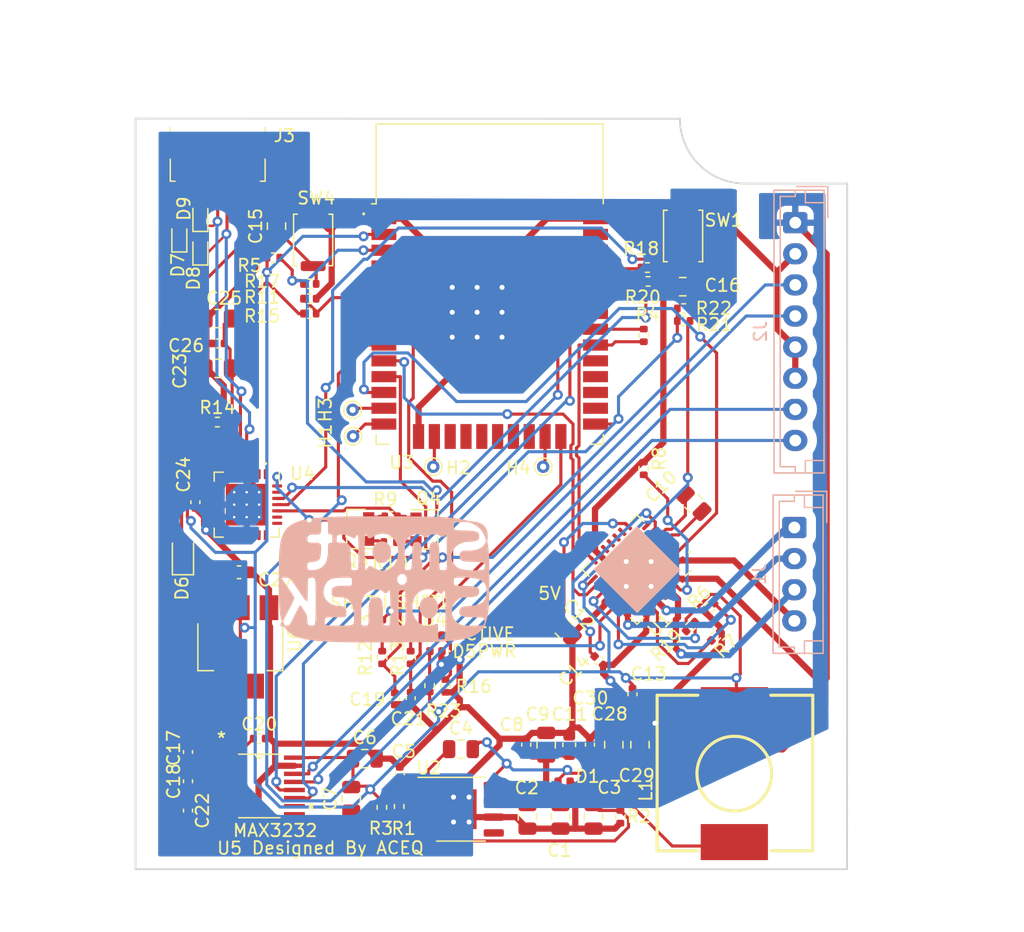
<source format=kicad_pcb>
(kicad_pcb (version 20211014) (generator pcbnew)
  (title_block (title "SmartSPin2k PCB") (date "2022-03-13") (rev "prototype") (company "GitHub") (comment 1 "Designer: Alex Quilty") (comment 2 "Owner: Anthony Doud"))
  (layers (0 "F.Cu" signal) (31 "B.Cu" signal) (34 "B.Paste" user) (35 "F.Paste" user) (36 "B.SilkS" user "B.Silkscreen") (37 "F.SilkS" user "F.Silkscreen") (38 "B.Mask" user) (39 "F.Mask" user) (44 "Edge.Cuts" user))
  (net 0 "")
  (net 1 "GND")
  (net 2 "/VDC")
  (net 3 "Net-(C3-Pad1)")
  (net 4 "Net-(C4-Pad1)")
  (net 5 "Net-(C4-Pad2)")
  (net 6 "Net-(C5-Pad1)")
  (net 7 "Net-(C10-Pad1)")
  (net 8 "Net-(C10-Pad2)")
  (net 9 "/3V3")
  (net 10 "Net-(C14-Pad2)")
  (net 11 "Net-(C16-Pad1)")
  (net 12 "Net-(C17-Pad1)")
  (net 13 "Net-(C17-Pad2)")
  (net 14 "Net-(C18-Pad2)")
  (net 15 "Net-(C18-Pad1)")
  (net 16 "Net-(D2-Pad2)")
  (net 17 "Net-(D3-Pad2)")
  (net 18 "Net-(R6-Pad2)")
  (net 19 "Net-(R7-Pad2)")
  (net 20 "Net-(R8-Pad2)")
  (net 21 "/5V")
  (net 22 "/VBUS")
  (net 23 "/ShiftDown")
  (net 24 "/ShiftUp")
  (net 25 "/A1")
  (net 26 "/A2")
  (net 27 "/B1")
  (net 28 "/B2")
  (net 29 "/RS232OUT1")
  (net 30 "/RS232IN1")
  (net 32 "/D+")
  (net 33 "/D-")
  (net 34 "/IO0_BOOT")
  (net 35 "/DTR")
  (net 36 "/EN")
  (net 37 "/RTS")
  (net 38 "/TMCUART2")
  (net 39 "/TMCUART1")
  (net 40 "/TXD0")
  (net 41 "/RXD0")
  (net 43 "/DriverDIR")
  (net 44 "/DriverSTEP")
  (net 50 "/DriverEN")
  (net 67 "/T1IN")
  (net 68 "/R1OUT")
  (net 75 "Net-(R11-Pad2)")
  (net 78 "Net-(H4-Pad1)")
  (net 79 "Net-(H3-Pad1)")
  (net 80 "Net-(H1-Pad1)")
  (net 81 "Net-(H2-Pad1)")
  (net 82 "Net-(C15-Pad1)")
  (net 83 "Net-(C22-Pad1)")
  (net 85 "Net-(Q3-Pad2)")
  (net 87 "Net-(Q4-Pad2)")
  (net 89 "Net-(D4-Pad2)")
  (net 90 "Net-(R20-Pad1)")
  (net 91 "Net-(R18-Pad1)")
  (net 94 "Net-(C19-Pad1)")
  (net 95 "Net-(C21-Pad1)")
  (net 96 "Net-(D4-Pad1)")
  (net 97 "Net-(C20-Pad1)")
  (net 98 "Net-(D5-Pad2)")
  (net 99 "Net-(R19-Pad2)")
  (net 109 "/EXT_5V")
  (footprint "Capacitor_SMD:C_0805_2012Metric" (layer "F.Cu") (at 150.1738 150.0527 -90)
    (fp_text reference "C1")
    (fp_text value "4.7uF")
  )
  (footprint "Capacitor_SMD:C_0805_2012Metric" (layer "F.Cu") (at 147.519 150.0527 -90)
    (fp_text reference "C2")
    (fp_text value "100uF")
  )
  (footprint "Capacitor_SMD:C_0805_2012Metric" (layer "F.Cu") (at 152.8287 150.0527 -90)
    (fp_text reference "C3")
    (fp_text value "150pF")
  )
  (footprint "Capacitor_SMD:C_0805_2012Metric" (layer "F.Cu") (at 142.177 144.6171)
    (fp_text reference "C4")
    (fp_text value "0.01uF")
  )
  (footprint "Capacitor_SMD:C_0805_2012Metric" (layer "F.Cu") (at 134.4554 145.3791)
    (fp_text reference "C6")
    (fp_text value "100uF")
  )
  (footprint "Capacitor_SMD:C_0805_2012Metric" (layer "F.Cu") (at 133.365 148.6137 90)
    (fp_text reference "C7")
    (fp_text value "1.5 uF")
  )
  (footprint "Capacitor_SMD:C_0805_2012Metric" (layer "F.Cu") (at 160.8741 124.8526 -45)
    (fp_text reference "C10")
    (fp_text value "22nF")
  )
  (footprint "Capacitor_SMD:C_0805_2012Metric" (layer "F.Cu") (at 150.4582 134.9642 -45)
    (fp_text reference "C12")
    (fp_text value "2.2uF")
  )
  (footprint "Capacitor_SMD:C_0805_2012Metric" (layer "F.Cu") (at 127.366 102.5872 90)
    (fp_text reference "C15")
    (fp_text value "1nF")
  )
  (footprint "Capacitor_SMD:C_0805_2012Metric" (layer "F.Cu") (at 122.682 110.014 180)
    (fp_text reference "C25")
    (fp_text value "1.0uF")
  )
  (footprint "Button_Switch_SMD:SW_Push_SPST_NO_Alps_SKRK" (layer "F.Cu") (at 130.306 103.6972 -90)
    (fp_text reference "SW4")
    (fp_text value "SW_Push")
  )
  (footprint "Package_SO:SOIC-8-1EP_3.9x4.9mm_P1.27mm_EP2.514x3.2mm" (layer "F.Cu") (at 142.177 149.4431)
    (fp_text reference "U2")
    (fp_text value "TPS5430DDA")
  )
  (footprint "Connector_USB:USB_Micro-B_Molex_47346-0001" (layer "F.Cu") (at 122.64 97.265 180)
    (fp_text reference "J3")
    (fp_text value "USB_B_Micro")
  )
  (footprint "TestPoint:TestPoint_THTPad_D1.0mm_Drill0.5mm" (layer "F.Cu") (at 133.5101 119.4689 -90)
    (fp_text reference "H1")
    (fp_text value "MountingHole_Pad")
  )
  (footprint "TestPoint:TestPoint_THTPad_D1.0mm_Drill0.5mm" (layer "F.Cu") (at 139.954 121.92 180)
    (fp_text reference "H2")
    (fp_text value "MountingHole_Pad")
  )
  (footprint "TestPoint:TestPoint_THTPad_D1.0mm_Drill0.5mm" (layer "F.Cu") (at 133.4771 117.348 -90)
    (fp_text reference "H3")
    (fp_text value "MountingHole_Pad")
  )
  (footprint "TestPoint:TestPoint_THTPad_D1.0mm_Drill0.5mm" (layer "F.Cu") (at 148.7805 121.92 180)
    (fp_text reference "H4")
    (fp_text value "MountingHole_Pad")
  )
  (footprint "Capacitor_SMD:C_0805_2012Metric" (layer "F.Cu") (at 159.9906 107.4518 180)
    (fp_text reference "C16")
    (fp_text value "1nF")
  )
  (footprint "Button_Switch_SMD:SW_Push_SPST_NO_Alps_SKRK" (layer "F.Cu") (at 160.02 103.378 90)
    (fp_text reference "SW1")
    (fp_text value "SW_Push")
  )
  (footprint "Package_TO_SOT_SMD:SOT-23" (layer "F.Cu") (at 133.7683 126.926 180)
    (fp_text reference "Q3")
    (fp_text value "S8050")
  )
  (footprint "Package_TO_SOT_SMD:SOT-23" (layer "F.Cu") (at 139.5683 126.951)
    (fp_text reference "Q4")
    (fp_text value "S8050")
  )
  (footprint "Capacitor_SMD:C_0805_2012Metric" (layer "F.Cu") (at 122.682 114.014)
    (fp_text reference "C23")
    (fp_text value "4.7uF")
  )
  (footprint "Capacitor_SMD:C_0603_1608Metric" (layer "F.Cu") (at 150.876 144.259 90)
    (fp_text reference "C11")
    (fp_text value "100nF")
  )
  (footprint "Capacitor_SMD:C_0402_1005Metric" (layer "F.Cu") (at 137.265 146.5537 90)
    (fp_text reference "C5")
    (fp_text value "0.1uF")
  )
  (footprint "Capacitor_SMD:C_0402_1005Metric" (layer "F.Cu") (at 147.4227 144.259 90)
    (fp_text reference "C8")
    (fp_text value "10uF")
  )
  (footprint "Capacitor_SMD:C_0402_1005Metric" (layer "F.Cu") (at 155.956 140.208 -90)
    (fp_text reference "C13")
    (fp_text value "100nF")
  )
  (footprint "Capacitor_SMD:C_0402_1005Metric" (layer "F.Cu") (at 153.2522 137.5042 135)
    (fp_text reference "C14")
    (fp_text value "100nF")
  )
  (footprint "Capacitor_SMD:C_0402_1005Metric" (layer "F.Cu") (at 120.2564 144.8401 90)
    (fp_text reference "C17")
    (fp_text value "0.1uF")
  )
  (footprint "Capacitor_SMD:C_0402_1005Metric" (layer "F.Cu") (at 120.2564 147.1976 90)
    (fp_text reference "C18")
    (fp_text value "0.1uF")
  )
  (footprint "Capacitor_SMD:C_0402_1005Metric" (layer "F.Cu") (at 136.868 140.579 -90)
    (fp_text reference "C19")
    (fp_text value "0.1uF")
  )
  (footprint "Capacitor_SMD:C_0402_1005Metric" (layer "F.Cu") (at 125.984 143.764)
    (fp_text reference "C20")
    (fp_text value "0.1uF")
  )
  (footprint "Capacitor_SMD:C_0402_1005Metric" (layer "F.Cu") (at 138.138 140.523 -90)
    (fp_text reference "C21")
    (fp_text value "0.1uF")
  )
  (footprint "Capacitor_SMD:C_0402_1005Metric" (layer "F.Cu") (at 120.848 124.773 -90)
    (fp_text reference "C24")
    (fp_text value "0.1uF")
  )
  (footprint "Capacitor_SMD:C_0402_1005Metric" (layer "F.Cu") (at 122.682 112.014 180)
    (fp_text reference "C26")
    (fp_text value "0.1uF")
  )
  (footprint "Capacitor_SMD:C_0805_2012Metric" (layer "F.Cu") (at 149.0219 144.259 90)
    (fp_text reference "C9")
    (fp_text value "100nF")
  )
  (footprint "Capacitor_SMD:C_0603_1608Metric" (layer "F.Cu") (at 124.3581 130.4036 180)
    (fp_text reference "C27")
    (fp_text value "10uF")
  )
  (footprint "Capacitor_SMD:C_0805_2012Metric" (layer "F.Cu") (at 154.4543 144.259 90)
    (fp_text reference "C28")
    (fp_text value "10uF")
  )
  (footprint "Capacitor_SMD:C_0805_2012Metric" (layer "F.Cu") (at 156.5584 144.259 90)
    (fp_text reference "C29")
    (fp_text value "100uF")
  )
  (footprint "Capacitor_SMD:C_0402_1005Metric" (layer "F.Cu") (at 152.5401 144.259 90)
    (fp_text reference "C30")
    (fp_text value "1uF")
  )
  (footprint "Package_DFN_QFN:QFN-28-1EP_5x5mm_P0.5mm_EP3.35x3.35mm_ThermalVias" (layer "F.Cu") (at 124.968 124.968 -90)
    (fp_text reference "U4")
    (fp_text value "INTERFACE-CP2102-GMR(QFN28)")
  )
  (footprint "Capacitor_SMD:C_0402_1005Metric" (layer "F.Cu") (at 120.2564 149.5552 -90)
    (fp_text reference "C22")
    (fp_text value "0.1uF")
  )
  (footprint "Package_TO_SOT_SMD:SOT-223-3_TabPin2" (layer "F.Cu") (at 124.46 136.398 -90)
    (fp_text reference "U6")
    (fp_text value "LM1117-3.3")
  )
  (footprint "MAX3232:MAX3232IPWR" (layer "F.Cu") (at 125.984 147.574)
    (fp_text reference "U5")
    (fp_text value "MAX3232")
  )
  (footprint "LED_SMD:LED_0402_1005Metric" (layer "F.Cu") (at 150.4574 147.2079)
    (fp_text reference "D1")
    (fp_text value "D_Schottky")
  )
  (footprint "LED_SMD:LED_0402_1005Metric" (layer "F.Cu") (at 138.138 134.709 -90)
    (fp_text reference "D2")
    (fp_text value "LED_Small")
  )
  (footprint "LED_SMD:LED_0402_1005Metric" (layer "F.Cu") (at 135.852 134.709 -90)
    (fp_text reference "D3")
    (fp_text value "LED_Small")
  )
  (footprint "LED_SMD:LED_0402_1005Metric" (layer "F.Cu") (at 140.147 135.471 180)
    (fp_text reference "D4")
    (fp_text value "LED_Small")
  )
  (footprint "LED_SMD:LED_0402_1005Metric" (layer "F.Cu") (at 140.17 136.741 180)
    (fp_text reference "D5")
    (fp_text value "LED_Small")
  )
  (footprint "Resistor_SMD:R_0402_1005Metric" (layer "F.Cu") (at 137.215 149.2237 90)
    (fp_text reference "R1")
    (fp_text value "549 Ohm")
  )
  (footprint "Resistor_SMD:R_0402_1005Metric" (layer "F.Cu") (at 154.9786 150.0527 -90)
    (fp_text reference "R2")
    (fp_text value "5.9k Ohm")
  )
  (footprint "Resistor_SMD:R_0402_1005Metric" (layer "F.Cu") (at 135.827 149.2907 90)
    (fp_text reference "R3")
    (fp_text value "10k Ohm")
  )
  (footprint "Resistor_SMD:R_0402_1005Metric" (layer "F.Cu") (at 156.8592 111.366 90)
    (fp_text reference "R4")
    (fp_text value "1k")
  )
  (footprint "Resistor_SMD:R_0402_1005Metric" (layer "F.Cu") (at 127.116 105.1222)
    (fp_text reference "R5")
    (fp_text value "10k")
  )
  (footprint "Resistor_SMD:R_0402_1005Metric" (layer "F.Cu") (at 162.1441 133.2346 45)
    (fp_text reference "R6")
    (fp_text value "100k")
  )
  (footprint "Resistor_SMD:R_0402_1005Metric" (layer "F.Cu") (at 162.6521 135.5206 -135)
    (fp_text reference "R7")
    (fp_text value "100m Ohm")
  )
  (footprint "Resistor_SMD:R_0402_1005Metric" (layer "F.Cu") (at 156.8584 122.0606 -90)
    (fp_text reference "R8")
    (fp_text value "100m")
  )
  (footprint "Resistor_SMD:R_0402_1005Metric" (layer "F.Cu") (at 136.5683 125.911)
    (fp_text reference "R9")
    (fp_text value "10k")
  )
  (footprint "Resistor_SMD:R_0402_1005Metric" (layer "F.Cu") (at 136.4883 127.976)
    (fp_text reference "R10")
    (fp_text value "10k")
  )
  (footprint "Resistor_SMD:R_0402_1005Metric" (layer "F.Cu") (at 130.0396 108.4178 180)
    (fp_text reference "R11")
    (fp_text value "1M Ohm")
  )
  (footprint "Resistor_SMD:R_0402_1005Metric" (layer "F.Cu") (at 135.852 137.249 -90)
    (fp_text reference "R12")
    (fp_text value "330 Ohm")
  )
  (footprint "Resistor_SMD:R_0402_1005Metric" (layer "F.Cu") (at 138.138 137.249 -90)
    (fp_text reference "R13")
    (fp_text value "330 Ohm")
  )
  (footprint "Resistor_SMD:R_0402_1005Metric" (layer "F.Cu") (at 122.616 118.332)
    (fp_text reference "R14")
    (fp_text value "4.7k Ohm")
  )
  (footprint "Resistor_SMD:R_0402_1005Metric" (layer "F.Cu") (at 130.0396 109.6118)
    (fp_text reference "R15")
    (fp_text value "0 Ohm")
  )
  (footprint "Resistor_SMD:R_0402_1005Metric" (layer "F.Cu") (at 140.932 139.535 90)
    (fp_text reference "R16")
    (fp_text value "330 Ohm")
  )
  (footprint "Resistor_SMD:R_0402_1005Metric" (layer "F.Cu") (at 130.0396 107.2238)
    (fp_text reference "R17")
    (fp_text value "470 ohm")
  )
  (footprint "Resistor_SMD:R_0402_1005Metric" (layer "F.Cu") (at 157.1498 105.9155)
    (fp_text reference "R18")
    (fp_text value "1k")
  )
  (footprint "Resistor_SMD:R_0402_1005Metric" (layer "F.Cu") (at 160.6201 134.7586 45)
    (fp_text reference "R19")
    (fp_text value "10k")
  )
  (footprint "Resistor_SMD:R_0402_1005Metric" (layer "F.Cu") (at 157.2057 107.028)
    (fp_text reference "R20")
    (fp_text value "1k")
  )
  (footprint "Resistor_SMD:R_0402_1005Metric" (layer "F.Cu") (at 160.0656 110.2068 180)
    (fp_text reference "R21")
    (fp_text value "10k")
  )
  (footprint "Resistor_SMD:R_0402_1005Metric" (layer "F.Cu") (at 160.0656 109.2068)
    (fp_text reference "R22")
    (fp_text value "470 ohm")
  )
  (footprint "Resistor_SMD:R_0402_1005Metric" (layer "F.Cu") (at 139.662 139.507 -90)
    (fp_text reference "R23")
    (fp_text value "330")
  )
  (footprint "Package_DFN_QFN:QFN-28-1EP_6x6mm_P0.65mm_EP4.8x4.8mm" (layer "F.Cu") (at 156.3254 130.1866 -135)
    (fp_text reference "U1")
    (fp_text value "TMC2209-LA-T")
  )
  (footprint "Inductor_SMD_Extra:L_SXN_SMDRI127_150MT" (layer "F.Cu") (at 156.5148 146.5834 90)
    (fp_text reference "L1")
    (fp_text value "15uH(Iron_Core)")
  )
  (footprint "Diode_SMD:D_SOD-523" (layer "F.Cu") (at 121.25 101.86 90)
    (fp_text reference "D9")
    (fp_text value "D_TVS")
  )
  (footprint "Diode_SMD:D_SOD-323" (layer "F.Cu") (at 119.85 129.1 90)
    (fp_text reference "D6")
    (fp_text value "D_Schottky")
  )
  (footprint "RF_Module:ESP32-WROOM-32" (layer "F.Cu") (at 144.488 110.236)
    (fp_text reference "U3")
    (fp_text value "ESP32-WROOM-32D")
  )
  (footprint "Diode_SMD:D_SOD-523" (layer "F.Cu") (at 119.56 103.51 90)
    (fp_text reference "D7")
    (fp_text value "D_TVS")
  )
  (footprint "Diode_SMD:D_SOD-523" (layer "F.Cu") (at 121.25 104.56 90)
    (fp_text reference "D8")
    (fp_text value "D_TVS")
  )
  (footprint "Connector_JST:JST_EH_B8B-EH-A_1x08_P2.50mm_Vertical" (layer "B.Cu") (at 169.03 102.31 -90)
    (fp_text reference "J2")
    (fp_text value "B8B-XH-A_LFSN")
  )
  (footprint "Connector_JST:JST_EH_B4B-EH-A_1x04_P2.50mm_Vertical" (layer "B.Cu") (at 168.956 126.806 -90)
    (fp_text reference "J1")
    (fp_text value "B4B-XH-AMLFSN")
  )
  (gr_poly (pts (xy 139.645011 132.41518) (xy 139.693162 132.419028) (xy 139.741042 132.426596) (xy 139.788464 132.437948) (xy 139.835239 132.453145) (xy 139.881178 132.472251) (xy 139.926095 132.495329) (xy 139.9698 132.522442) (xy 140.012107 132.553653) (xy 140.052825 132.589025) (xy 140.091768 132.628621) (xy 140.128747 132.672504) (xy 140.155285 132.708917) (xy 140.179468 132.747012) (xy 140.201318 132.786649) (xy 140.220858 132.827684) (xy 140.23811 132.869976) (xy 140.253098 132.913384) (xy 140.265843 132.957766) (xy 140.276369 133.002979) (xy 140.284698 133.048882) (xy 140.290852 133.095334) (xy 140.294855 133.142192) (xy 140.296728 133.189315) (xy 140.296495 133.236561) (xy 140.294178 133.283788) (xy 140.2898 133.330855) (xy 140.283383 133.377619) (xy 140.274951 133.42394) (xy 140.264524 133.469674) (xy 140.252127 133.51468) (xy 140.237782 133.558818) (xy 140.221511 133.601944) (xy 140.203337 133.643917) (xy 140.183283 133.684595) (xy 140.161371 133.723837) (xy 140.137624 133.7615) (xy 140.112064 133.797443) (xy 140.084715 133.831525) (xy 140.055598 133.863603) (xy 140.024737 133.893535) (xy 139.992154 133.921181) (xy 139.957871 133.946397) (xy 139.921912 133.969043) (xy 139.874182 133.994169) (xy 139.826035 134.014627) (xy 139.777617 134.030542) (xy 139.72907 134.042041) (xy 139.680541 134.049249) (xy 139.632173 134.052292) (xy 139.58411 134.051297) (xy 139.536498 134.046389) (xy 139.489481 134.037695) (xy 139.443203 134.025339) (xy 139.397808 134.009449) (xy 139.353442 133.990149) (xy 139.310249 133.967567) (xy 139.268372 133.941827) (xy 139.227957 133.913056) (xy 139.189148 133.88138) (xy 139.15209 133.846925) (xy 139.116927 133.809816) (xy 139.083803 133.77018) (xy 139.052864 133.728142) (xy 139.024253 133.683829) (xy 138.998114 133.637366) (xy 138.974593 133.588879) (xy 138.953834 133.538495) (xy 138.935982 133.486338) (xy 138.92118 133.432536) (xy 138.909574 133.377214) (xy 138.901307 133.320498) (xy 138.896525 133.262514) (xy 138.895371 133.203388) (xy 138.897991 133.143246) (xy 138.904528 133.082213) (xy 138.914902 133.022483) (xy 138.928956 132.965151) (xy 138.946502 132.910279) (xy 138.967352 132.857932) (xy 138.991318 132.808171) (xy 139.018212 132.76106) (xy 139.047845 132.716662) (xy 139.08003 132.675039) (xy 139.114578 132.636255) (xy 139.151301 132.600373) (xy 139.190011 132.567455) (xy 139.23052 132.537565) (xy 139.27264 132.510765) (xy 139.316183 132.487119) (xy 139.36096 132.466689) (xy 139.406783 132.449539) (xy 139.453465 132.43573) (xy 139.500816 132.425328) (xy 139.54865 132.418393) (xy 139.596778 132.41499)) (layer "B.SilkS") (width 0.1) (fill solid))
  (gr_poly (pts (xy 138.774887 125.959103) (xy 139.898048 125.982391) (xy 140.86105 126.027743) (xy 141.286342 126.06099) (xy 141.676214 126.102511) (xy 142.032207 126.153225) (xy 142.35586 126.214051) (xy 142.648714 126.285909) (xy 142.806747 126.336154) (xy 142.942345 126.342925) (xy 143.134422 126.36046) (xy 143.30899 126.385436) (xy 143.466711 126.41826) (xy 143.608252 126.459336) (xy 143.673161 126.483096) (xy 143.734274 126.509071) (xy 143.791674 126.537312) (xy 143.845444 126.567869) (xy 143.895666 126.600794) (xy 143.942424 126.636136) (xy 143.985801 126.673947) (xy 144.02588 126.714278) (xy 144.062743 126.757178) (xy 144.096475 126.802699) (xy 144.127157 126.850891) (xy 144.154873 126.901806) (xy 144.179706 126.955493) (xy 144.201738 127.012003) (xy 144.237736 127.133696) (xy 144.263529 127.267291) (xy 144.279782 127.413193) (xy 144.283931 127.490091) (xy 144.284414 127.564915) (xy 144.281264 127.637635) (xy 144.274515 127.708224) (xy 144.264201 127.776653) (xy 144.250354 127.842894) (xy 144.23829 127.887423) (xy 144.277759 128.06733) (xy 144.321135 128.343269) (xy 144.353731 128.64219) (xy 144.392744 129.312655) (xy 144.407117 130.08608) (xy 144.409171 130.96982) (xy 144.409174 130.969818) (xy 144.392748 132.626983) (xy 144.353735 133.297449) (xy 144.277763 133.872308) (xy 144.222066 134.126184) (xy 144.152511 134.358917) (xy 144.117429 134.44667) (xy 144.11635 134.485921) (xy 144.114634 134.511689) (xy 144.112073 134.535616) (xy 144.108499 134.557772) (xy 144.103743 134.578225) (xy 144.097637 134.597042) (xy 144.090011 134.614293) (xy 144.080697 134.630044) (xy 144.069525 134.644364) (xy 144.056327 134.657322) (xy 144.040935 134.668984) (xy 144.023178 134.679421) (xy 144.006599 134.687002) (xy 143.965659 134.764628) (xy 143.845284 134.939446) (xy 143.704889 135.096797) (xy 143.542934 135.237601) (xy 143.357879 135.362777) (xy 143.148185 135.473244) (xy 142.912311 135.569922) (xy 142.648717 135.65373) (xy 142.355864 135.725588) (xy 141.676218 135.837128) (xy 140.861054 135.911896) (xy 139.898051 135.957248) (xy 138.774891 135.980536) (xy 135.998815 135.990342) (xy 133.665718 135.984913) (xy 132.68149 135.972018) (xy 131.809713 135.946907) (xy 131.043566 135.905507) (xy 130.697972 135.877426) (xy 130.376228 135.843747) (xy 130.07748 135.803959) (xy 129.800876 135.757554) (xy 129.545564 135.704023) (xy 129.31069 135.642857) (xy 129.007532 135.54068) (xy 128.742217 135.420213) (xy 128.622962 135.352649) (xy 128.512221 135.279949) (xy 128.409679 135.201923) (xy 128.315021 135.118382) (xy 128.227932 135.02914) (xy 128.148095 134.934008) (xy 128.075197 134.832796) (xy 128.014684 134.734666) (xy 127.967859 134.734628) (xy 127.907513 134.733663) (xy 127.856151 134.730896) (xy 127.833795 134.728556) (xy 127.813634 134.725429) (xy 127.79565 134.721404) (xy 127.779826 134.716368) (xy 127.766144 134.710209) (xy 127.754588 134.702816) (xy 127.74514 134.694077) (xy 127.737783 134.68388) (xy 127.732499 134.672112) (xy 127.729272 134.658662) (xy 127.728085 134.643417) (xy 127.728919 134.626267) (xy 127.731758 134.607099) (xy 127.736585 134.5858) (xy 127.743382 134.56226) (xy 127.752132 134.536366) (xy 127.762818 134.508006) (xy 127.775423 134.477068) (xy 127.806319 134.407012) (xy 127.840445 134.33433) (xy 127.803732 134.228973) (xy 127.732673 133.938304) (xy 127.679273 133.617298) (xy 127.641011 133.264447) (xy 127.615362 132.878246) (xy 127.599805 132.457188) (xy 127.591816 131.999769) (xy 127.588452 130.96982) (xy 127.589623 130.851638) (xy 127.742978 130.851638) (xy 127.744942 130.869009) (xy 127.750059 130.889016) (xy 127.758365 130.911839) (xy 127.784679 130.966661) (xy 127.824159 131.034929) (xy 127.87708 131.118093) (xy 128.024345 131.334921) (xy 128.228675 131.628763) (xy 128.333785 131.781609) (xy 128.431859 131.927234) (xy 128.520746 132.062234) (xy 128.598299 132.183205) (xy 128.662369 132.286742) (xy 128.710808 132.369442) (xy 128.728494 132.401914) (xy 128.741467 132.4279) (xy 128.749457 132.446975) (xy 128.7515 132.453787) (xy 128.752197 132.458713) (xy 128.748169 132.479618) (xy 128.736584 132.514973) (xy 128.694358 132.621331) (xy 128.632755 132.762379) (xy 128.55901 132.922709) (xy 128.480358 133.086914) (xy 128.404035 133.239586) (xy 128.337276 133.365318) (xy 128.309743 133.413266) (xy 128.287315 133.448701) (xy 128.272525 133.473796) (xy 128.246851 133.52135) (xy 128.168495 133.672762) (xy 128.063537 133.880803) (xy 127.943267 134.123335) (xy 127.844684 134.325301) (xy 127.840445 134.33433) (xy 127.894973 134.490809) (xy 128.00892 134.725318) (xy 128.014684 134.734666) (xy 128.037326 134.734684) (xy 128.168018 134.733929) (xy 128.221467 134.732478) (xy 128.268048 134.72973) (xy 128.289012 134.727732) (xy 128.308557 134.725247) (xy 128.326784 134.722219) (xy 128.343793 134.718593) (xy 128.359681 134.714316) (xy 128.374551 134.709332) (xy 128.3885 134.703587) (xy 128.401628 134.697027) (xy 128.414036 134.689596) (xy 128.425822 134.681241) (xy 128.437087 134.671906) (xy 128.44793 134.661537) (xy 128.45845 134.650079) (xy 128.468748 134.637479) (xy 128.478923 134.62368) (xy 128.489074 134.608629) (xy 128.509704 134.574553) (xy 128.531435 134.534812) (xy 128.58139 134.436591) (xy 128.819512 133.96115) (xy 128.915165 133.770677) (xy 128.996803 133.608917) (xy 129.065616 133.47378) (xy 129.122798 133.363176) (xy 129.147399 133.316421) (xy 129.16954 133.275016) (xy 129.189368 133.238699) (xy 129.207033 133.20721) (xy 129.222684 133.180287) (xy 129.23647 133.157668) (xy 129.248539 133.139094) (xy 129.259042 133.124301) (xy 129.268126 133.11303) (xy 129.272183 133.108634) (xy 129.275941 133.10502) (xy 129.279419 133.102155) (xy 129.282636 133.100008) (xy 129.28561 133.098545) (xy 129.28836 133.097733) (xy 129.290904 133.097541) (xy 129.293261 133.097935) (xy 129.29545 133.098883) (xy 129.297489 133.100353) (xy 129.299397 133.10231) (xy 129.301193 133.104724) (xy 129.304521 133.110788) (xy 129.307623 133.118284) (xy 129.310648 133.12695) (xy 129.317061 133.14675) (xy 129.320699 133.155914) (xy 129.326421 133.167895) (xy 129.34362 133.199536) (xy 129.367677 133.240127) (xy 129.397609 133.288125) (xy 129.432435 133.341984) (xy 129.471173 133.400161) (xy 129.512841 133.461111) (xy 129.556456 133.523289) (xy 129.619955 133.615411) (xy 129.646696 133.657062) (xy 129.6704 133.69669) (xy 129.691292 133.734982) (xy 129.709599 133.772625) (xy 129.725546 133.810307) (xy 129.73936 133.848713) (xy 129.751265 133.888532) (xy 129.761489 133.930451) (xy 129.770257 133.975157) (xy 129.777795 134.023337) (xy 129.784328 134.075678) (xy 129.790083 134.132867) (xy 129.800163 134.264539) (xy 129.800163 134.264537) (xy 129.810479 134.409576) (xy 129.816052 134.468328) (xy 129.82267 134.518797) (xy 129.826551 134.541135) (xy 129.830908 134.561654) (xy 129.835815 134.580437) (xy 129.841342 134.597569) (xy 129.847562 134.613133) (xy 129.854546 134.627213) (xy 129.862367 134.639893) (xy 129.871097 134.651257) (xy 129.880807 134.661389) (xy 129.891569 134.670372) (xy 129.903456 134.678291) (xy 129.91654 134.685229) (xy 129.930891 134.69127) (xy 129.946582 134.696499) (xy 129.963686 134.700998) (xy 129.982274 134.704852) (xy 130.024189 134.710959) (xy 130.072904 134.715492) (xy 130.193033 134.722517) (xy 130.313105 134.724811) (xy 130.361685 134.718108) (xy 130.403337 134.702336) (xy 130.438595 134.674618) (xy 130.467992 134.632076) (xy 130.492059 134.571833) (xy 130.511331 134.491012) (xy 130.526341 134.386736) (xy 130.53762 134.256128) (xy 130.551119 133.904406) (xy 130.556092 133.41283) (xy 130.556803 132.758381) (xy 130.556092 132.103932) (xy 130.555277 131.97611) (xy 131.098646 131.97611) (xy 131.099952 132.049057) (xy 131.10592 132.120784) (xy 131.116468 132.191167) (xy 131.131516 132.260082) (xy 131.150982 132.327407) (xy 131.174787 132.393017) (xy 131.202849 132.45679) (xy 131.235088 132.518602) (xy 131.271424 132.578329) (xy 131.311774 132.635849) (xy 131.356059 132.691037) (xy 131.404198 132.743771) (xy 131.45611 132.793927) (xy 131.511715 132.841381) (xy 131.570932 132.886011) (xy 131.63368 132.927692) (xy 131.699878 132.966302) (xy 131.769445 133.001717) (xy 131.842302 133.033813) (xy 131.918367 133.062468) (xy 131.99756 133.087557) (xy 132.079799 133.108958) (xy 132.165005 133.126547) (xy 132.253096 133.140201) (xy 132.343992 133.149796) (xy 132.409401 133.155393) (xy 132.468516 133.161074) (xy 132.521744 133.16698) (xy 132.569494 133.173249) (xy 132.591442 133.176564) (xy 132.612174 133.180023) (xy 132.631742 133.183642) (xy 132.650195 133.18744) (xy 132.667585 133.191434) (xy 132.683964 133.195641) (xy 132.699381 133.200079) (xy 132.713889 133.204766) (xy 132.727539 133.209718) (xy 132.740381 133.214954) (xy 132.752466 133.220491) (xy 132.763847 133.226346) (xy 132.774573 133.232537) (xy 132.784696 133.239082) (xy 132.794267 133.245997) (xy 132.803337 133.2533) (xy 132.811957 133.26101) (xy 132.820178 133.269143) (xy 132.828052 133.277716) (xy 132.835629 133.286748) (xy 132.842961 133.296256) (xy 132.850098 133.306257) (xy 132.857092 133.316769) (xy 132.863994 133.327809) (xy 132.873176 133.344298) (xy 132.881672 133.362323) (xy 132.889488 133.381751) (xy 132.896626 133.402448) (xy 132.908894 133.447121) (xy 132.918513 133.49528) (xy 132.925522 133.545864) (xy 132.929958 133.597811) (xy 132.931862 133.650058) (xy 132.931269 133.701544) (xy 132.92822 133.751208) (xy 132.922752 133.797986) (xy 132.914903 133.840817) (xy 132.904711 133.878639) (xy 132.898749 133.89534) (xy 132.892215 133.91039) (xy 132.885115 133.923658) (xy 132.877453 133.935009) (xy 132.869234 133.944312) (xy 132.860464 133.951433) (xy 132.851145 133.956241) (xy 132.841284 133.958601) (xy 132.751034 133.962265) (xy 132.559089 133.966445) (xy 131.982786 133.974289) (xy 131.723429 133.977614) (xy 131.618496 133.980408) (xy 131.528527 133.984708) (xy 131.488794 133.987598) (xy 131.45237 133.991076) (xy 131.419111 133.995211) (xy 131.388873 134.000075) (xy 131.361513 134.005738) (xy 131.336887 134.012269) (xy 131.31485 134.01974) (xy 131.295259 134.028221) (xy 131.27797 134.037782) (xy 131.26284 134.048493) (xy 131.249723 134.060425) (xy 131.238477 134.073649) (xy 131.228957 134.088234) (xy 131.22102 134.104251) (xy 131.214522 134.121771) (xy 131.209318 134.140864) (xy 131.205266 134.1616) (xy 131.202221 134.184049) (xy 131.200039 134.208283) (xy 131.198576 134.23437) (xy 131.197233 134.292391) (xy 131.197041 134.358673) (xy 131.197045 134.358675) (xy 131.199444 134.482962) (xy 131.205142 134.533247) (xy 131.216237 134.576362) (xy 131.224371 134.595402) (xy 131.234529 134.612857) (xy 131.246936 134.628796) (xy 131.261816 134.643286) (xy 131.279396 134.656397) (xy 131.299899 134.668198) (xy 131.350577 134.688147) (xy 131.415648 134.703683) (xy 131.496911 134.715358) (xy 131.596167 134.723723) (xy 131.715214 134.729331) (xy 132.019878 134.734479) (xy 132.425297 134.735214) (xy 132.830676 134.733713) (xy 132.994608 134.730147) (xy 133.13506 134.723202) (xy 133.197033 134.718111) (xy 133.253801 134.711753) (xy 133.305582 134.703988) (xy 133.3526 134.694674) (xy 133.395075 134.683671) (xy 133.433227 134.670838) (xy 133.467279 134.656034) (xy 133.497451 134.639118) (xy 133.523964 134.619951) (xy 133.547041 134.59839) (xy 133.5669 134.574296) (xy 133.583765 134.547527) (xy 133.597856 134.517943) (xy 133.609393 134.485402) (xy 133.6186 134.449765) (xy 133.625695 134.410891) (xy 133.630901 134.368637) (xy 133.634439 134.322865) (xy 133.637394 134.2202) (xy 133.637258 134.205048) (xy 134.111474 134.205048) (xy 134.112541 134.318223) (xy 134.113942 134.368205) (xy 134.116003 134.414024) (xy 134.118785 134.455861) (xy 134.122351 134.493898) (xy 134.12676 134.528315) (xy 134.132075 134.559294) (xy 134.138357 134.587015) (xy 134.145666 134.611659) (xy 134.154065 134.633407) (xy 134.163614 134.65244) (xy 134.174375 134.66894) (xy 134.186409 134.683087) (xy 134.199777 134.695062) (xy 134.214541 134.705046) (xy 134.230761 134.713221) (xy 134.2485 134.719766) (xy 134.267818 134.724864) (xy 134.288777 134.728695) (xy 134.311438 134.73144) (xy 134.335863 134.73328) (xy 134.390246 134.734969) (xy 134.452418 134.73521) (xy 134.56901 134.733464) (xy 134.616185 134.729316) (xy 134.656636 134.721237) (xy 134.674503 134.715315) (xy 134.690884 134.707919) (xy 134.705843 134.698886) (xy 134.719445 134.688051) (xy 134.731756 134.675252) (xy 134.74284 134.660323) (xy 134.752761 134.643103) (xy 134.761586 134.623426) (xy 134.776202 134.576048) (xy 134.787206 134.516881) (xy 134.795118 134.444614) (xy 134.800455 134.357937) (xy 134.803737 134.25554) (xy 134.805482 134.136114) (xy 134.806434 133.840932) (xy 134.8075 133.627173) (xy 134.810657 133.436572) (xy 134.816445 133.267838) (xy 134.820495 133.191266) (xy 134.825405 133.119677) (xy 134.831242 133.052907) (xy 134.838076 132.990797) (xy 134.845972 132.933183) (xy 134.854998 132.879905) (xy 134.865223 132.830801) (xy 134.876714 132.785709) (xy 134.889537 132.744468) (xy 134.903761 132.706916) (xy 134.919453 132.672892) (xy 134.936681 132.642234) (xy 134.955512 132.61478) (xy 134.976014 132.590369) (xy 134.998254 132.56884) (xy 135.0223 132.550031) (xy 135.048219 132.533779) (xy 135.076079 132.519925) (xy 135.105947 132.508305) (xy 135.137892 132.498759) (xy 135.171979 132.491125) (xy 135.208278 132.485241) (xy 135.246855 132.480946) (xy 135.287779 132.478078) (xy 135.331116 132.476476) (xy 135.376934 132.475977) (xy 135.450447 132.477891) (xy 135.516075 132.484414) (xy 135.574281 132.496726) (xy 135.625529 132.516) (xy 135.648688 132.528617) (xy 135.670281 132.543415) (xy 135.690366 132.560543) (xy 135.709001 132.580147) (xy 135.726244 132.602375) (xy 135.742152 132.627373) (xy 135.770199 132.686268) (xy 135.793603 132.75801) (xy 135.812829 132.843775) (xy 135.82834 132.944739) (xy 135.840599 133.062079) (xy 135.85007 133.196973) (xy 135.857216 133.350595) (xy 135.866386 133.718733) (xy 135.866386 133.718731) (xy 135.872326 134.043928) (xy 135.876017 134.17557) (xy 135.880874 134.288536) (xy 135.8839 134.338475) (xy 135.887411 134.384296) (xy 135.891469 134.426183) (xy 135.89614 134.46432) (xy 135.901488 134.498892) (xy 135.907576 134.53008) (xy 135.91447 134.558071) (xy 135.922233 134.583046) (xy 135.93093 134.605191) (xy 135.940624 134.624688) (xy 135.95138 134.641722) (xy 135.963263 134.656477) (xy 135.976336 134.669137) (xy 135.990663 134.679884) (xy 136.006309 134.688904) (xy 136.023339 134.696379) (xy 136.041815 134.702494) (xy 136.061803 134.707433) (xy 136.083367 134.711379) (xy 136.10657 134.714516) (xy 136.158154 134.719099) (xy 136.217067 134.722652) (xy 136.327534 134.725979) (xy 136.372228 134.721637) (xy 136.410548 134.710441) (xy 136.442986 134.690256) (xy 136.457152 134.676124) (xy 136.470031 134.658942) (xy 136.492173 134.614364) (xy 136.509903 134.554383) (xy 136.523712 134.476862) (xy 136.534089 134.379663) (xy 136.541524 134.260651) (xy 136.546508 134.117686) (xy 136.551084 133.751352) (xy 136.551737 133.263563) (xy 136.551732 133.260434) (xy 137.104662 133.260434) (xy 137.105316 133.736905) (xy 137.106868 133.929751) (xy 137.109892 134.095193) (xy 137.112108 134.168307) (xy 137.114876 134.235373) (xy 137.118256 134.29666) (xy 137.122311 134.352434) (xy 137.127101 134.402963) (xy 137.132688 134.448516) (xy 137.139132 134.489359) (xy 137.146496 134.525761) (xy 137.15484 134.55799) (xy 137.164226 134.586313) (xy 137.174716 134.610997) (xy 137.186369 134.632312) (xy 137.192651 134.641789) (xy 137.199248 134.650524) (xy 137.206166 134.65855) (xy 137.213414 134.6659) (xy 137.220998 134.672609) (xy 137.228928 134.67871) (xy 137.245851 134.689221) (xy 137.264245 134.697699) (xy 137.284172 134.704414) (xy 137.305691 134.709633) (xy 137.328865 134.713623) (xy 137.353755 134.716652) (xy 137.380422 134.718989) (xy 137.439332 134.722654) (xy 137.549799 134.725974) (xy 137.594493 134.721618) (xy 137.632813 134.710394) (xy 137.66525 134.690162) (xy 137.679416 134.675998) (xy 137.692295 134.658779) (xy 137.714438 134.614103) (xy 137.732168 134.553993) (xy 137.745976 134.476306) (xy 137.756353 134.378901) (xy 137.763788 134.259635) (xy 137.768772 134.116367) (xy 137.773348 133.749257) (xy 137.774002 133.260434) (xy 137.773948 133.220568) (xy 138.224225 133.220568) (xy 138.225847 133.319966) (xy 138.232369 133.417192) (xy 138.243637 133.512115) (xy 138.259499 133.604606) (xy 138.2798 133.694536) (xy 138.30439 133.781776) (xy 138.333114 133.866195) (xy 138.365819 133.947664) (xy 138.402354 134.026054) (xy 138.442564 134.101234) (xy 138.486298 134.173076) (xy 138.533402 134.24145) (xy 138.583723 134.306226) (xy 138.637109 134.367275) (xy 138.693406 134.424468) (xy 138.752462 134.477674) (xy 138.814123 134.526763) (xy 138.878238 134.571608) (xy 138.944652 134.612077) (xy 139.013214 134.648042) (xy 139.08377 134.679373) (xy 139.156167 134.70594) (xy 139.230252 134.727614) (xy 139.305874 134.744266) (xy 139.382878 134.755765) (xy 139.461111 134.761982) (xy 139.540422 134.762787) (xy 139.620657 134.758052) (xy 139.701663 134.747646) (xy 139.783287 134.73144) (xy 139.865376 134.709304) (xy 139.947778 134.681109) (xy 139.981322 134.668629) (xy 140.013987 134.65693) (xy 140.045604 134.646053) (xy 140.075999 134.636042) (xy 140.105002 134.626938) (xy 140.132439 134.618784) (xy 140.15814 134.611621) (xy 140.181932 134.605493) (xy 140.203644 134.600441) (xy 140.223103 134.596508) (xy 140.240139 134.593735) (xy 140.254578 134.592165) (xy 140.266249 134.59184) (xy 140.270993 134.592158) (xy 140.27498 134.592803) (xy 140.27819 134.59378) (xy 140.2806 134.595095) (xy 140.28219 134.596753) (xy 140.282937 134.598759) (xy 140.286002 134.662233) (xy 140.289765 134.803776) (xy 140.297487 135.237263) (xy 140.297491 135.237263) (xy 140.300903 135.434088) (xy 140.303571 135.513794) (xy 140.307551 135.582228) (xy 140.31019 135.612501) (xy 140.313345 135.640293) (xy 140.31708 135.665719) (xy 140.321456 135.68889) (xy 140.326537 135.709919) (xy 140.332386 135.728919) (xy 140.339065 135.746001) (xy 140.346637 135.76128) (xy 140.355165 135.774868) (xy 140.364712 135.786876) (xy 140.37534 135.797418) (xy 140.387113 135.806606) (xy 140.400094 135.814554) (xy 140.414344 135.821373) (xy 140.429927 135.827176) (xy 140.446906 135.832075) (xy 140.465343 135.836185) (xy 140.485302 135.839616) (xy 140.530034 135.844895) (xy 140.581605 135.848813) (xy 140.640518 135.852271) (xy 140.750983 135.854493) (xy 140.795676 135.847531) (xy 140.833996 135.831234) (xy 140.866433 135.802637) (xy 140.893478 135.758775) (xy 140.91562 135.696684) (xy 140.93335 135.613399) (xy 140.947158 135.505955) (xy 140.957535 135.371388) (xy 140.969954 135.009025) (xy 140.974529 134.502592) (xy 140.975183 133.828372) (xy 140.974884 133.526786) (xy 141.406285 133.526786) (xy 141.40747 133.59993) (xy 141.413053 133.672841) (xy 141.423021 133.745298) (xy 141.437365 133.817083) (xy 141.456076 133.887975) (xy 141.479142 133.957756) (xy 141.506554 134.026205) (xy 141.538301 134.093104) (xy 141.574373 134.158232) (xy 141.61476 134.221371) (xy 141.659453 134.282301) (xy 141.70844 134.340802) (xy 141.761711 134.396654) (xy 141.819257 134.449639) (xy 141.881067 134.499537) (xy 141.947131 134.546128) (xy 142.017439 134.589192) (xy 142.017439 134.589194) (xy 142.101224 134.634251) (xy 142.141227 134.65283) (xy 142.181754 134.668997) (xy 142.224143 134.682917) (xy 142.269733 134.694757) (xy 142.319861 134.704682) (xy 142.375867 134.712859) (xy 142.439087 134.719453) (xy 142.51086 134.724629) (xy 142.685419 134.731394) (xy 142.910249 134.73448) (xy 143.196054 134.735214) (xy 143.500418 134.734487) (xy 143.623559 134.732761) (xy 143.729141 134.7294) (xy 143.77577 134.726936) (xy 143.818515 134.723858) (xy 143.857545 134.720099) (xy 143.89303 134.715591) (xy 143.925138 134.710265) (xy 143.954038 134.704053) (xy 143.979898 134.696887) (xy 144.002889 134.688699) (xy 144.006599 134.687002) (xy 144.067555 134.571425) (xy 144.117429 134.44667) (xy 144.117926 134.428595) (xy 144.118151 134.363092) (xy 144.116379 134.240223) (xy 144.11217 134.190435) (xy 144.103973 134.147645) (xy 144.097963 134.128695) (xy 144.090459 134.111278) (xy 144.081293 134.095324) (xy 144.070299 134.08076) (xy 144.057311 134.067515) (xy 144.042163 134.055516) (xy 144.02469 134.044693) (xy 144.004723 134.034972) (xy 143.982099 134.026283) (xy 143.95665 134.018553) (xy 143.896613 134.005685) (xy 143.823283 133.995793) (xy 143.735332 133.988302) (xy 143.631431 133.982639) (xy 143.510249 133.978227) (xy 143.210729 133.970863) (xy 143.03039 133.965946) (xy 142.868857 133.959366) (xy 142.72529 133.950751) (xy 142.659981 133.945564) (xy 142.598847 133.939729) (xy 142.541783 133.933198) (xy 142.488684 133.925926) (xy 142.439446 133.917866) (xy 142.393962 133.908971) (xy 142.352127 133.899194) (xy 142.313836 133.88849) (xy 142.278985 133.876811) (xy 142.247467 133.864112) (xy 142.219177 133.850344) (xy 142.19401 133.835463) (xy 142.171862 133.81942) (xy 142.152626 133.802171) (xy 142.136198 133.783667) (xy 142.122472 133.763863) (xy 142.111342 133.742712) (xy 142.102705 133.720167) (xy 142.096454 133.696182) (xy 142.092484 133.670711) (xy 142.090691 133.643705) (xy 142.090968 133.61512) (xy 142.09321 133.584909) (xy 142.097313 133.553024) (xy 142.103171 133.51942) (xy 142.110679 133.484049) (xy 142.121969 133.438042) (xy 142.134147 133.397175) (xy 142.148103 133.361081) (xy 142.164725 133.329391) (xy 142.184901 133.301736) (xy 142.1966 133.289307) (xy 142.20952 133.277748) (xy 142.223773 133.267013) (xy 142.239471 133.257057) (xy 142.275642 133.239296) (xy 142.318921 133.224095) (xy 142.370197 133.211087) (xy 142.430359 133.199901) (xy 142.500295 133.190171) (xy 142.580894 133.181526) (xy 142.673044 133.173599) (xy 142.895551 133.158423) (xy 143.064934 133.144412) (xy 143.222074 133.123981) (xy 143.296131 133.111296) (xy 143.367221 133.096931) (xy 143.435376 133.08086) (xy 143.500627 133.06306) (xy 143.563005 133.043504) (xy 143.622542 133.022167) (xy 143.679268 132.999024) (xy 143.733217 132.974051) (xy 143.784418 132.947222) (xy 143.832903 132.918511) (xy 143.878703 132.887895) (xy 143.921851 132.855347) (xy 143.962376 132.820842) (xy 144.000311 132.784356) (xy 144.035687 132.745863) (xy 144.068536 132.705338) (xy 144.098888 132.662757) (xy 144.126775 132.618093) (xy 144.152228 132.571322) (xy 144.175279 132.522418) (xy 144.195959 132.471357) (xy 144.214299 132.418113) (xy 144.230331 132.362662) (xy 144.244087 132.304977) (xy 144.255597 132.245035) (xy 144.264892 132.182809) (xy 144.272005 132.118275) (xy 144.276967 132.051407) (xy 144.280271 131.886701) (xy 144.270312 131.734734) (xy 144.260231 131.663437) (xy 144.246681 131.595215) (xy 144.229613 131.530032) (xy 144.208975 131.467852) (xy 144.184717 131.408638) (xy 144.156788 131.352354) (xy 144.125137 131.298963) (xy 144.089714 131.248429) (xy 144.050467 131.200715) (xy 144.007347 131.155785) (xy 143.960302 131.113603) (xy 143.909283 131.074132) (xy 143.854237 131.037335) (xy 143.795115 131.003177) (xy 143.731865 130.97162) (xy 143.664438 130.942628) (xy 143.592782 130.916165) (xy 143.516847 130.892195) (xy 143.351937 130.851585) (xy 143.169301 130.820507) (xy 142.968534 130.79867) (xy 142.749231 130.785781) (xy 142.510986 130.78155) (xy 142.196166 130.782272) (xy 142.068794 130.783988) (xy 141.959585 130.787329) (xy 141.911355 130.789778) (xy 141.867142 130.792836) (xy 141.826771 130.796572) (xy 141.790067 130.801053) (xy 141.756856 130.806346) (xy 141.726964 130.81252) (xy 141.700214 130.819642) (xy 141.676434 130.827779) (xy 141.655448 130.837) (xy 141.637082 130.847372) (xy 141.62116 130.858964) (xy 141.607509 130.871841) (xy 141.595954 130.886074) (xy 141.586319 130.901728) (xy 141.578431 130.918872) (xy 141.572115 130.937573) (xy 141.567196 130.9579) (xy 141.563499 130.97992) (xy 141.560851 131.003701) (xy 141.559075 131.02931) (xy 141.557445 131.086283) (xy 141.557212 131.151383) (xy 141.558962 131.273501) (xy 141.563119 131.322995) (xy 141.571213 131.365544) (xy 141.577147 131.384394) (xy 141.584557 131.401723) (xy 141.593609 131.417603) (xy 141.604465 131.432107) (xy 141.61729 131.445305) (xy 141.632247 131.45727) (xy 141.649502 131.468074) (xy 141.669218 131.477787) (xy 141.691559 131.486483) (xy 141.716689 131.494233) (xy 141.775973 131.507182) (xy 141.848383 131.517208) (xy 141.935232 131.524886) (xy 142.037831 131.530791) (xy 142.157493 131.535497) (xy 142.453258 131.543612) (xy 142.625354 131.548617) (xy 142.779792 131.554785) (xy 142.917475 131.562427) (xy 142.980317 131.566899) (xy 143.03931 131.571856) (xy 143.094566 131.577339) (xy 143.146199 131.583386) (xy 143.194322 131.590036) (xy 143.239048 131.597328) (xy 143.280491 131.605302) (xy 143.318762 131.613997) (xy 143.353975 131.623451) (xy 143.386244 131.633705) (xy 143.415681 131.644796) (xy 143.4424 131.656764) (xy 143.466512 131.669648) (xy 143.488133 131.683488) (xy 143.507374 131.698322) (xy 143.524349 131.714189) (xy 143.53917 131.731129) (xy 143.551951 131.749181) (xy 143.562806 131.768383) (xy 143.571846 131.788776) (xy 143.579185 131.810397) (xy 143.584936 131.833287) (xy 143.589212 131.857484) (xy 143.592127 131.883027) (xy 143.593793 131.909956) (xy 143.594323 131.938309) (xy 143.592751 131.997289) (xy 143.587619 132.050382) (xy 143.578296 132.097916) (xy 143.571868 132.119702) (xy 143.564157 132.140221) (xy 143.555084 132.159516) (xy 143.544572 132.177626) (xy 143.532541 132.194594) (xy 143.518913 132.21046) (xy 143.50361 132.225266) (xy 143.486553 132.239052) (xy 143.467663 132.251861) (xy 143.446863 132.263732) (xy 143.424073 132.274707) (xy 143.399215 132.284828) (xy 143.342981 132.30267) (xy 143.277534 132.317586) (xy 143.202245 132.329907) (xy 143.116485 132.339961) (xy 143.019628 132.348078) (xy 142.911045 132.354586) (xy 142.790107 132.359815) (xy 142.598419 132.367861) (xy 142.517247 132.372314) (xy 142.444677 132.377314) (xy 142.379826 132.383055) (xy 142.321808 132.389733) (xy 142.26974 132.397541) (xy 142.222738 132.406675) (xy 142.200861 132.4118) (xy 142.179918 132.417329) (xy 142.159799 132.423288) (xy 142.140395 132.429699) (xy 142.121593 132.436588) (xy 142.103285 132.443979) (xy 142.085359 132.451896) (xy 142.067704 132.460364) (xy 142.032768 132.479049) (xy 141.997593 132.500228) (xy 141.961295 132.524096) (xy 141.922989 132.550848) (xy 141.857008 132.601157) (xy 141.795575 132.654524) (xy 141.738682 132.710731) (xy 141.686317 132.769558) (xy 141.63847 132.830785) (xy 141.595132 132.894193) (xy 141.556292 132.959562) (xy 141.52194 133.026673) (xy 141.492066 133.095307) (xy 141.466659 133.165243) (xy 141.44571 133.236263) (xy 141.429208 133.308147) (xy 141.417143 133.380675) (xy 141.409506 133.453628) (xy 141.406285 133.526786) (xy 140.974884 133.526786) (xy 140.974477 133.116486) (xy 140.973053 132.828594) (xy 140.970435 132.582619) (xy 140.96626 132.375971) (xy 140.963477 132.286586) (xy 140.96017 132.206063) (xy 140.956293 132.134078) (xy 140.951801 132.070307) (xy 140.946651 132.014426) (xy 140.940795 131.966113) (xy 140.93419 131.925043) (xy 140.92679 131.890894) (xy 140.922778 131.876313) (xy 140.91855 131.863341) (xy 140.914101 131.851937) (xy 140.909425 131.842061) (xy 140.904516 131.833673) (xy 140.899369 131.826731) (xy 140.893979 131.821196) (xy 140.888339 131.817027) (xy 140.882444 131.814184) (xy 140.876288 131.812625) (xy 140.869866 131.812312) (xy 140.863172 131.813202) (xy 140.8562 131.815257) (xy 140.848945 131.818435) (xy 140.841401 131.822696) (xy 140.833562 131.827999) (xy 140.816979 131.841571) (xy 140.799149 131.858829) (xy 140.780029 131.879447) (xy 140.759573 131.903103) (xy 140.714471 131.958234) (xy 140.690154 131.988386) (xy 140.668584 132.014615) (xy 140.649326 132.037005) (xy 140.631947 132.055643) (xy 140.623826 132.063581) (xy 140.616011 132.070612) (xy 140.608449 132.076748) (xy 140.601084 132.082) (xy 140.593863 132.086376) (xy 140.586731 132.089889) (xy 140.579634 132.092549) (xy 140.572518 132.094367) (xy 140.565328 132.095353) (xy 140.55801 132.095517) (xy 140.55051 132.094872) (xy 140.542773 132.093426) (xy 140.534745 132.091191) (xy 140.526372 132.088178) (xy 140.517599 132.084397) (xy 140.508372 132.079858) (xy 140.498637 132.074573) (xy 140.488339 132.068552) (xy 140.465839 132.054345) (xy 140.440436 132.037322) (xy 140.411696 132.017567) (xy 140.314145 131.954317) (xy 140.216229 131.898808) (xy 140.118173 131.850919) (xy 140.020203 131.810524) (xy 139.922542 131.777501) (xy 139.825417 131.751726) (xy 139.72905 131.733075) (xy 139.633668 131.721424) (xy 139.539495 131.716651) (xy 139.446756 131.718631) (xy 139.355675 131.72724) (xy 139.266478 131.742356) (xy 139.179389 131.763854) (xy 139.094633 131.791611) (xy 139.012435 131.825503) (xy 138.93302 131.865407) (xy 138.856611 131.911198) (xy 138.783435 131.962754) (xy 138.713716 132.019951) (xy 138.647678 132.082665) (xy 138.585547 132.150773) (xy 138.527548 132.22415) (xy 138.473904 132.302673) (xy 138.424841 132.38622) (xy 138.380584 132.474665) (xy 138.341357 132.567885) (xy 138.307386 132.665757) (xy 138.278894 132.768158) (xy 138.256108 132.874963) (xy 138.239251 132.986049) (xy 138.228548 133.101292) (xy 138.224225 133.220568) (xy 137.773948 133.220568) (xy 137.773348 132.771611) (xy 137.771796 132.573912) (xy 137.768772 132.4045) (xy 137.766556 132.329732) (xy 137.763788 132.261232) (xy 137.760408 132.198733) (xy 137.756353 132.141967) (xy 137.751563 132.090665) (xy 137.745977 132.044561) (xy 137.739532 132.003387) (xy 137.732168 131.966874) (xy 137.723824 131.934756) (xy 137.714438 131.906764) (xy 137.703949 131.882631) (xy 137.698272 131.871927) (xy 137.692296 131.862088) (xy 137.686014 131.85308) (xy 137.679417 131.844869) (xy 137.672499 131.837422) (xy 137.665252 131.830705) (xy 137.657667 131.824686) (xy 137.649738 131.819329) (xy 137.641456 131.814603) (xy 137.632815 131.810473) (xy 137.614421 131.803869) (xy 137.594495 131.79925) (xy 137.572976 131.796347) (xy 137.549802 131.794893) (xy 137.524912 131.794621) (xy 137.498246 131.795262) (xy 137.439336 131.798213) (xy 137.328869 131.807245) (xy 137.284175 131.816454) (xy 137.245855 131.831647) (xy 137.213418 131.854967) (xy 137.186373 131.888556) (xy 137.16423 131.934555) (xy 137.1465 131.995107) (xy 137.132692 132.072352) (xy 137.122315 132.168434) (xy 137.114879 132.285494) (xy 137.109895 132.425674) (xy 137.10532 132.783962) (xy 137.104666 133.260434) (xy 137.104662 133.260434) (xy 136.551732 133.260434) (xy 136.551315 132.990552) (xy 136.549905 132.748209) (xy 136.547291 132.535347) (xy 136.543256 132.35078) (xy 136.537586 132.193322) (xy 136.534069 132.124387) (xy 136.530062 132.061785) (xy 136.525539 132.005367) (xy 136.520471 131.954985) (xy 136.514832 131.91049) (xy 136.508595 131.871734) (xy 136.501733 131.838569) (xy 136.494218 131.810847) (xy 136.486025 131.788419) (xy 136.481665 131.779144) (xy 136.477125 131.771137) (xy 136.472402 131.764379) (xy 136.467492 131.758852) (xy 136.462392 131.754538) (xy 136.457099 131.751417) (xy 136.451609 131.749472) (xy 136.445919 131.748684) (xy 136.440025 131.749034) (xy 136.433925 131.750503) (xy 136.427614 131.753074) (xy 136.421089 131.756727) (xy 136.407385 131.767207) (xy 136.392786 131.781795) (xy 136.377265 131.800343) (xy 136.360794 131.822702) (xy 136.343348 131.848725) (xy 136.324898 131.878262) (xy 136.305417 131.911166) (xy 136.29733 131.92443) (xy 136.288879 131.936943) (xy 136.280088 131.948703) (xy 136.270978 131.959707) (xy 136.261571 131.969953) (xy 136.25189 131.979438) (xy 136.241955 131.988159) (xy 136.23179 131.996114) (xy 136.221416 132.0033) (xy 136.210855 132.009715) (xy 136.200129 132.015355) (xy 136.189261 132.020219) (xy 136.178271 132.024304) (xy 136.167182 132.027606) (xy 136.156017 132.030124) (xy 136.144796 132.031855) (xy 136.133542 132.032797) (xy 136.122278 132.032945) (xy 136.111024 132.032299) (xy 136.099803 132.030855) (xy 136.088638 132.028611) (xy 136.077549 132.025564) (xy 136.066559 132.021712) (xy 136.05569 132.017052) (xy 136.044964 132.011581) (xy 136.034402 132.005297) (xy 136.024028 131.998196) (xy 136.013862 131.990278) (xy 136.003927 131.981538) (xy 135.994245 131.971974) (xy 135.984837 131.961584) (xy 135.975727 131.950366) (xy 135.953919 131.924605) (xy 135.929593 131.900601) (xy 135.902877 131.878352) (xy 135.8739 131.857854) (xy 135.84279 131.839104) (xy 135.809677 131.822098) (xy 135.774688 131.806834) (xy 135.737952 131.793309) (xy 135.659756 131.771461) (xy 135.576117 131.75653) (xy 135.488066 131.74849) (xy 135.396632 131.747317) (xy 135.302844 131.752986) (xy 135.207732 131.765472) (xy 135.112324 131.784749) (xy 135.017652 131.810792) (xy 134.924743 131.843578) (xy 134.834628 131.88308) (xy 134.748335 131.929274) (xy 134.666895 131.982134) (xy 134.588055 132.041099) (xy 134.517169 132.100419) (xy 134.453806 132.161484) (xy 134.397533 132.225685) (xy 134.347916 132.294411) (xy 134.304524 132.369054) (xy 134.266924 132.451005) (xy 134.234683 132.541652) (xy 134.207368 132.642388) (xy 134.184546 132.754602) (xy 134.165785 132.879684) (xy 134.150653 133.019026) (xy 134.138715 133.174018) (xy 134.129541 133.34605) (xy 134.117749 133.746796) (xy 134.112314 134.07305) (xy 134.111474 134.205048) (xy 133.637258 134.205048) (xy 133.63633 134.10177) (xy 133.633016 133.966447) (xy 133.623329 133.75627) (xy 133.60574 133.562454) (xy 133.593887 133.47156) (xy 133.579943 133.384612) (xy 133.563872 133.30156) (xy 133.545634 133.222357) (xy 133.525192 133.146954) (xy 133.502508 133.075304) (xy 133.477543 133.007356) (xy 133.45026 132.943065) (xy 133.420621 132.88238) (xy 133.388587 132.825254) (xy 133.35412 132.771639) (xy 133.317182 132.721485) (xy 133.277736 132.674746) (xy 133.235742 132.631372) (xy 133.191164 132.591315) (xy 133.143962 132.554527) (xy 133.0941 132.52096) (xy 133.041538 132.490565) (xy 132.986239 132.463294) (xy 132.928164 132.439099) (xy 132.867276 132.417931) (xy 132.803536 132.399743) (xy 132.736907 132.384485) (xy 132.66735 132.372109) (xy 132.594827 132.362568) (xy 132.5193 132.355813) (xy 132.440731 132.351795) (xy 132.359083 132.350466) (xy 132.277887 132.349629) (xy 132.205072 132.346905) (xy 132.140251 132.341976) (xy 132.110717 132.338586) (xy 132.083035 132.334525) (xy 132.057157 132.329754) (xy 132.033034 132.324234) (xy 132.010618 132.317924) (xy 131.98986 132.310785) (xy 131.970712 132.302777) (xy 131.953125 132.29386) (xy 131.93705 132.283994) (xy 131.922439 132.273141) (xy 131.909242 132.26126) (xy 131.897413 132.248311) (xy 131.886901 132.234255) (xy 131.877659 132.219051) (xy 131.869638 132.202661) (xy 131.862789 132.185045) (xy 131.857063 132.166162) (xy 131.852412 132.145973) (xy 131.848788 132.124439) (xy 131.846142 132.101519) (xy 131.844424 132.077174) (xy 131.843588 132.051364) (xy 131.844362 131.99519) (xy 131.848075 131.932681) (xy 131.854422 131.872528) (xy 131.864253 131.818614) (xy 131.87836 131.770611) (xy 131.897539 131.728192) (xy 131.909278 131.708973) (xy 131.922583 131.691028) (xy 131.937552 131.674316) (xy 131.954286 131.658794) (xy 131.972882 131.644423) (xy 131.993441 131.631162) (xy 132.016061 131.618969) (xy 132.040843 131.607804) (xy 132.097285 131.588394) (xy 132.163561 131.572603) (xy 132.240464 131.560106) (xy 132.32879 131.550573) (xy 132.429331 131.54368) (xy 132.542881 131.539097) (xy 132.812184 131.535555) (xy 133.028314 131.534502) (xy 133.115758 131.532604) (xy 133.190732 131.529042) (xy 133.223843 131.526462) (xy 133.254196 131.523255) (xy 133.281912 131.519352) (xy 133.307109 131.514681) (xy 133.329909 131.509174) (xy 133.350431 131.502758) (xy 133.368795 131.495366) (xy 133.385121 131.486925) (xy 133.399528 131.477366) (xy 133.412137 131.46662) (xy 133.423068 131.454614) (xy 133.432439 131.44128) (xy 133.440372 131.426547) (xy 133.446987 131.410345) (xy 133.452402 131.392603) (xy 133.456738 131.373252) (xy 133.460115 131.352221) (xy 133.462653 131.32944) (xy 133.46569 131.278347) (xy 133.466809 131.219412) (xy 133.466969 131.152072) (xy 133.465387 131.025841) (xy 133.463223 130.996471) (xy 137.005372 130.996471) (xy 137.007138 131.025902) (xy 137.010728 131.055223) (xy 137.016157 131.084344) (xy 137.023439 131.113178) (xy 137.032587 131.141635) (xy 137.043615 131.169628) (xy 137.056538 131.197066) (xy 137.071368 131.223863) (xy 137.088119 131.249928) (xy 137.106805 131.275174) (xy 137.12744 131.299512) (xy 137.150038 131.322854) (xy 137.174612 131.34511) (xy 137.174612 131.345111) (xy 137.193333 131.360467) (xy 137.21205 131.374775) (xy 137.230757 131.388035) (xy 137.249449 131.400247) (xy 137.268121 131.411413) (xy 137.28677 131.421531) (xy 137.305389 131.430602) (xy 137.323975 131.438627) (xy 137.342522 131.445605) (xy 137.361026 131.451538) (xy 137.379482 131.456424) (xy 137.397886 131.460265) (xy 137.416232 131.46306) (xy 137.434515 131.46481) (xy 137.452732 131.465515) (xy 137.470876 131.465175) (xy 137.488945 131.463791) (xy 137.506931 131.461363) (xy 137.524832 131.45789) (xy 137.542642 131.453373) (xy 137.560356 131.447813) (xy 137.57797 131.441209) (xy 137.595479 131.433563) (xy 137.612878 131.424873) (xy 137.630162 131.415141) (xy 137.647327 131.404366) (xy 137.664368 131.392548) (xy 137.68128 131.379689) (xy 137.698058 131.365788) (xy 137.714697 131.350845) (xy 137.731193 131.334861) (xy 137.747542 131.317836) (xy 137.777281 131.28292) (xy 137.803097 131.246742) (xy 137.825099 131.209496) (xy 137.843398 131.171375) (xy 137.858105 131.132573) (xy 137.869328 131.093284) (xy 137.87718 131.053699) (xy 137.88177 131.014014) (xy 137.883209 130.974421) (xy 137.881607 130.935114) (xy 137.877074 130.896286) (xy 137.869721 130.858131) (xy 137.859658 130.820842) (xy 137.846995 130.784612) (xy 137.831843 130.749635) (xy 137.814312 130.716104) (xy 137.794513 130.684213) (xy 137.772556 130.654154) (xy 137.748551 130.626123) (xy 137.722608 130.600311) (xy 137.694838 130.576912) (xy 137.665352 130.55612) (xy 137.634259 130.538127) (xy 137.60167 130.523129) (xy 137.567696 130.511317) (xy 137.532446 130.502885) (xy 137.496032 130.498027) (xy 137.458562 130.496936) (xy 137.420149 130.499805) (xy 137.380902 130.506829) (xy 137.340931 130.518199) (xy 137.300347 130.534111) (xy 137.270044 130.548808) (xy 137.241305 130.565078) (xy 137.214144 130.582832) (xy 137.188575 130.601982) (xy 137.164611 130.62244) (xy 137.142266 130.644116) (xy 137.121554 130.666921) (xy 137.102489 130.690768) (xy 137.085084 130.715568) (xy 137.069353 130.741232) (xy 137.055309 130.767671) (xy 137.042968 130.794798) (xy 137.032341 130.822522) (xy 137.023444 130.850756) (xy 137.016289 130.879411) (xy 137.010891 130.908399) (xy 137.007263 130.937631) (xy 137.005419 130.967017) (xy 137.005372 130.996471) (xy 133.463223 130.996471) (xy 133.46163 130.974853) (xy 133.454313 130.931245) (xy 133.44895 130.912044) (xy 133.442251 130.89449) (xy 133.434069 130.878516) (xy 133.424256 130.864058) (xy 133.412664 130.851047) (xy 133.399143 130.83942) (xy 133.383546 130.829109) (xy 133.365725 130.820048) (xy 133.34553 130.812172) (xy 133.322814 130.805414) (xy 133.269226 130.794989) (xy 133.203773 130.788244) (xy 133.125269 130.784651) (xy 133.032527 130.78368) (xy 132.924362 130.784805) (xy 132.657013 130.791223) (xy 132.49052 130.797098) (xy 132.338576 130.805668) (xy 132.200267 130.81735) (xy 132.13594 130.824488) (xy 132.074678 130.832559) (xy 132.016367 130.841617) (xy 131.960893 130.851713) (xy 131.908142 130.862898) (xy 131.857999 130.875226) (xy 131.81035 130.888748) (xy 131.76508 130.903515) (xy 131.722076 130.91958) (xy 131.681223 130.936996) (xy 131.642406 130.955813) (xy 131.605511 130.976084) (xy 131.570425 130.997861) (xy 131.537031 131.021196) (xy 131.505217 131.046141) (xy 131.474868 131.072748) (xy 131.445869 131.101069) (xy 131.418107 131.131156) (xy 131.391466 131.163061) (xy 131.365833 131.196836) (xy 131.341093 131.232533) (xy 131.317131 131.270203) (xy 131.293835 131.3099) (xy 131.271088 131.351675) (xy 131.248777 131.395579) (xy 131.226788 131.441666) (xy 131.193207 131.519702) (xy 131.164853 131.597382) (xy 131.141644 131.674582) (xy 131.123499 131.751178) (xy 131.110338 131.827047) (xy 131.102081 131.902065) (xy 131.098646 131.97611) (xy 130.555277 131.97611) (xy 130.554405 131.839223) (xy 130.551119 131.612355) (xy 130.54871 131.512212) (xy 130.545701 131.420451) (xy 130.542027 131.336711) (xy 130.53762 131.260633) (xy 130.532413 131.191857) (xy 130.526341 131.130025) (xy 130.519336 131.074775) (xy 130.511331 131.025749) (xy 130.502262 130.982586) (xy 130.492059 130.944928) (xy 130.480658 130.912414) (xy 130.474487 130.897974) (xy 130.467992 130.884685) (xy 130.461163 130.872502) (xy 130.453993 130.861381) (xy 130.446473 130.851276) (xy 130.438595 130.842143) (xy 130.430351 130.833936) (xy 130.421732 130.826611) (xy 130.41273 130.820122) (xy 130.403337 130.814424) (xy 130.393545 130.809474) (xy 130.383344 130.805225) (xy 130.361685 130.798653) (xy 130.338294 130.794348) (xy 130.313105 130.79195) (xy 130.286051 130.791101) (xy 130.257066 130.79144) (xy 130.193033 130.794245) (xy 130.072972 130.802211) (xy 130.024394 130.808979) (xy 129.982739 130.81944) (xy 129.964341 130.826486) (xy 129.947474 130.834971) (xy 129.93207 130.845067) (xy 129.918063 130.856947) (xy 129.905386 130.870784) (xy 129.893973 130.886748) (xy 129.883757 130.905011) (xy 129.87467 130.925748) (xy 129.859621 130.975325) (xy 129.84829 131.036855) (xy 129.840145 131.111717) (xy 129.834651 131.201286) (xy 129.831274 131.306939) (xy 129.829481 131.430053) (xy 129.828508 131.734172) (xy 129.82769 131.919949) (xy 129.825639 132.094651) (xy 129.822491 132.254356) (xy 129.818385 132.39514) (xy 129.813456 132.513081) (xy 129.807843 132.604255) (xy 129.804822 132.638579) (xy 129.801681 132.66474) (xy 129.798437 132.682248) (xy 129.795108 132.690612) (xy 129.792925 132.691658) (xy 129.789758 132.691189) (xy 129.780586 132.685846) (xy 129.767808 132.674863) (xy 129.751642 132.65852) (xy 129.710009 132.610867) (xy 129.657423 132.545123) (xy 129.595617 132.463521) (xy 129.526327 132.368294) (xy 129.451286 132.261678) (xy 129.37223 132.145906) (xy 129.056585 131.676744) (xy 128.92948 131.489189) (xy 128.819907 131.329907) (xy 128.725659 131.196592) (xy 128.683591 131.13895) (xy 128.644526 131.086935) (xy 128.608188 131.040257) (xy 128.5743 130.998628) (xy 128.542587 130.96176) (xy 128.512772 130.929364) (xy 128.48458 130.901152) (xy 128.457733 130.876835) (xy 128.431957 130.856124) (xy 128.406974 130.838732) (xy 128.38251 130.82437) (xy 128.358287 130.812749) (xy 128.33403 130.803581) (xy 128.309462 130.796577) (xy 128.284308 130.791449) (xy 128.258292 130.787909) (xy 128.231136 130.785667) (xy 128.202566 130.784436) (xy 128.068615 130.783847) (xy 127.919705 130.782555) (xy 127.86156 130.783925) (xy 127.814656 130.788574) (xy 127.795504 130.792582) (xy 127.779266 130.797954) (xy 127.765976 130.804873) (xy 127.755668 130.813519) (xy 127.748376 130.824074) (xy 127.744134 130.83672) (xy 127.742978 130.851638) (xy 127.589623 130.851638) (xy 127.599569 129.848291) (xy 129.792097 129.848291) (xy 129.795158 129.909438) (xy 129.802909 129.977868) (xy 129.815078 130.054011) (xy 129.831391 130.138298) (xy 129.831391 130.138293) (xy 129.836437 130.160513) (xy 129.842083 130.180289) (xy 129.848652 130.197755) (xy 129.856467 130.213043) (xy 129.860943 130.219912) (xy 129.865852 130.226285) (xy 129.871233 130.23218) (xy 129.877128 130.237613) (xy 129.883577 130.2426) (xy 129.89062 130.247158) (xy 129.898298 130.251304) (xy 129.90665 130.255054) (xy 129.925542 130.261431) (xy 129.947617 130.266423) (xy 129.973201 130.270161) (xy 130.002614 130.272778) (xy 130.036182 130.274405) (xy 130.074225 130.275175) (xy 130.165035 130.274671) (xy 130.334275 130.265918) (xy 130.414654 130.257044) (xy 130.492213 130.245161) (xy 130.566961 130.230261) (xy 130.638903 130.212336) (xy 130.708045 130.19138) (xy 130.774396 130.167383) (xy 130.83796 130.140339) (xy 130.898745 130.110239) (xy 130.956757 130.077077) (xy 131.012004 130.040843) (xy 131.064491 130.001531) (xy 131.114225 129.959133) (xy 131.161213 129.91364) (xy 131.205462 129.865046) (xy 131.246978 129.813342) (xy 131.285767 129.758521) (xy 131.321836 129.700576) (xy 131.355193 129.639497) (xy 131.385843 129.575278) (xy 131.413793 129.507911) (xy 131.439049 129.437388) (xy 131.461619 129.363701) (xy 131.481509 129.286843) (xy 131.498726 129.206805) (xy 131.525165 129.037163) (xy 131.54099 128.854711) (xy 131.546253 128.659389) (xy 131.546594 128.469141) (xy 131.547404 128.392169) (xy 131.548981 128.326174) (xy 131.550138 128.297028) (xy 131.551582 128.270309) (xy 131.553345 128.245913) (xy 131.555461 128.223732) (xy 131.55796 128.203663) (xy 131.560875 128.185598) (xy 131.564237 128.169434) (xy 131.568079 128.155063) (xy 131.572433 128.142381) (xy 131.57733 128.131282) (xy 131.582802 128.121661) (xy 131.588882 128.113411) (xy 131.595602 128.106428) (xy 131.602993 128.100606) (xy 131.611087 128.095839) (xy 131.619916 128.092022) (xy 131.629513 128.08905) (xy 131.63991 128.086816) (xy 131.651137 128.085215) (xy 131.663228 128.084142) (xy 131.676214 128.083492) (xy 131.690127 128.083157) (xy 131.720863 128.083017) (xy 131.778498 128.082281) (xy 131.801816 128.080535) (xy 131.821809 128.077133) (xy 131.830639 128.07464) (xy 131.838733 128.071526) (xy 131.846124 128.067722) (xy 131.852843 128.06316) (xy 131.858923 128.057771) (xy 131.864396 128.051485) (xy 131.869293 128.044234) (xy 131.873646 128.035949) (xy 131.877488 128.026561) (xy 131.880851 128.016001) (xy 131.886265 127.991088) (xy 131.890144 127.96066) (xy 131.892744 127.924164) (xy 131.894321 127.88105) (xy 131.895131 127.830765) (xy 131.895171 127.816225) (xy 132.131718 127.816225) (xy 132.131852 127.842408) (xy 132.133095 127.866627) (xy 132.135508 127.888964) (xy 132.139152 127.909503) (xy 132.144088 127.928326) (xy 132.150378 127.945515) (xy 132.158083 127.961155) (xy 132.167263 127.975328) (xy 132.177981 127.988116) (xy 132.190297 127.999604) (xy 132.204273 128.009872) (xy 132.219969 128.019006) (xy 132.237447 128.027086) (xy 132.256768 128.034197) (xy 132.277993 128.040421) (xy 132.301184 128.045842) (xy 132.326401 128.050541) (xy 132.353706 128.054602) (xy 132.414825 128.061142) (xy 132.485029 128.066124) (xy 132.564807 128.070213) (xy 132.684654 128.07624) (xy 132.789897 128.083829) (xy 132.881522 128.094675) (xy 132.960516 128.110472) (xy 132.995583 128.120757) (xy 133.027862 128.132915) (xy 133.057476 128.147158) (xy 133.084548 128.163698) (xy 133.109201 128.182747) (xy 133.131559 128.204517) (xy 133.151744 128.229219) (xy 133.169879 128.257065) (xy 133.186089 128.288267) (xy 133.200496 128.323037) (xy 133.213224 128.361586) (xy 133.224395 128.404127) (xy 133.24256 128.502031) (xy 133.255979 128.618442) (xy 133.265636 128.755055) (xy 133.272517 128.913565) (xy 133.281895 129.303053) (xy 133.288648 129.625356) (xy 133.292559 129.755756) (xy 133.297462 129.867561) (xy 133.300433 129.916937) (xy 133.303831 129.962202) (xy 133.307714 130.003533) (xy 133.312143 130.041109) (xy 133.317177 130.075109) (xy 133.322875 130.105713) (xy 133.329296 130.133098) (xy 133.336501 130.157443) (xy 133.344549 130.178928) (xy 133.353499 130.197731) (xy 133.363411 130.214031) (xy 133.374344 130.228007) (xy 133.386358 130.239837) (xy 133.399512 130.2497) (xy 133.413866 130.257776) (xy 133.42948 130.264242) (xy 133.446412 130.269278) (xy 133.464722 130.273063) (xy 133.484471 130.275774) (xy 133.505716 130.277592) (xy 133.552938 130.279261) (xy 133.606862 130.279499) (xy 133.740852 130.280636) (xy 133.794254 130.278066) (xy 133.839492 130.269856) (xy 133.877241 130.253345) (xy 133.893517 130.241145) (xy 133.908174 130.225872) (xy 133.932963 130.184777) (xy 133.952284 130.127399) (xy 133.966809 130.051076) (xy 133.977211 129.953149) (xy 133.984166 129.830957) (xy 133.988345 129.681838) (xy 133.991074 129.292178) (xy 133.990848 128.876916) (xy 134.400544 128.876916) (xy 134.402035 129.1348) (xy 134.404253 129.362164) (xy 134.407521 129.560359) (xy 134.412164 129.730737) (xy 134.415102 129.805916) (xy 134.418504 129.874648) (xy 134.422412 129.9371) (xy 134.426866 129.993442) (xy 134.431905 130.043843) (xy 134.437572 130.088472) (xy 134.443905 130.127497) (xy 134.450947 130.161087) (xy 134.458736 130.189411) (xy 134.467313 130.212639) (xy 134.47191 130.222394) (xy 134.47672 130.230938) (xy 134.481746 130.238292) (xy 134.486995 130.244478) (xy 134.492472 130.249516) (xy 134.498181 130.253427) (xy 134.504127 130.256233) (xy 134.510317 130.257955) (xy 134.516754 130.258613) (xy 134.523443 130.25823) (xy 134.53039 130.256825) (xy 134.537601 130.254421) (xy 134.545079 130.251037) (xy 134.55283 130.246697) (xy 134.569171 130.235226) (xy 134.586664 130.220179) (xy 134.605351 130.201723) (xy 134.625271 130.180027) (xy 134.646464 130.15526) (xy 134.692835 130.09719) (xy 134.745457 130.030399) (xy 134.767966 130.004117) (xy 134.788864 129.982557) (xy 134.798927 129.973542) (xy 134.808847 129.965701) (xy 134.818713 129.959033) (xy 134.82861 129.953535) (xy 134.838625 129.949206) (xy 134.848845 129.946043) (xy 134.859358 129.944044) (xy 134.870249 129.943207) (xy 134.881605 129.943531) (xy 134.893514 129.945013) (xy 134.906062 129.947651) (xy 134.919336 129.951444) (xy 134.933422 129.956389) (xy 134.948408 129.962484) (xy 134.981426 129.978118) (xy 135.019083 129.998328) (xy 135.062073 130.0231) (xy 135.166833 130.086264) (xy 135.166837 130.086272) (xy 135.256461 130.137337) (xy 135.346103 130.181608) (xy 135.43559 130.219191) (xy 135.524745 130.250191) (xy 135.613395 130.274713) (xy 135.701364 130.292863) (xy 135.788478 130.304747) (xy 135.874562 130.310469) (xy 135.959441 130.310136) (xy 136.042941 130.303852) (xy 136.124887 130.291723) (xy 136.205103 130.273855) (xy 136.283417 130.250352) (xy 136.359651 130.22132) (xy 136.433633 130.186865) (xy 136.505187 130.147092) (xy 136.574139 130.102107) (xy 136.640313 130.052014) (xy 136.703535 129.996919) (xy 136.76363 129.936928) (xy 136.820424 129.872146) (xy 136.873742 129.802678) (xy 136.923408 129.72863) (xy 136.958553 129.66843) (xy 137.6026 129.66843) (xy 137.603465 129.80008) (xy 137.604741 129.858171) (xy 137.606657 129.911383) (xy 137.609271 129.959921) (xy 137.612643 130.003995) (xy 137.616831 130.043811) (xy 137.621893 130.079577) (xy 137.627889 130.111499) (xy 137.634876 130.139786) (xy 137.642914 130.164645) (xy 137.652061 130.186282) (xy 137.662375 130.204905) (xy 137.673916 130.220722) (xy 137.686741 130.23394) (xy 137.700911 130.244767) (xy 137.716482 130.253408) (xy 137.733514 130.260073) (xy 137.752065 130.264968) (xy 137.772195 130.2683) (xy 137.793961 130.270277) (xy 137.817422 130.271107) (xy 137.842637 130.270996) (xy 137.869664 130.270151) (xy 137.92939 130.267093) (xy 138.041453 130.258773) (xy 138.086905 130.251352) (xy 138.126022 130.239663) (xy 138.143374 130.231726) (xy 138.159344 130.222133) (xy 138.174002 130.210687) (xy 138.187413 130.197192) (xy 138.199645 130.181452) (xy 138.210766 130.163269) (xy 138.229944 130.118792) (xy 138.245486 130.062191) (xy 138.257933 129.991894) (xy 138.267823 129.90633) (xy 138.275697 129.803928) (xy 138.287555 129.542325) (xy 138.297822 129.194516) (xy 138.303543 128.994133) (xy 138.309255 128.817989) (xy 138.315432 128.66452) (xy 138.322551 128.532162) (xy 138.326612 128.473411) (xy 138.331087 128.419352) (xy 138.336035 128.369788) (xy 138.341515 128.324524) (xy 138.347587 128.283365) (xy 138.354311 128.246115) (xy 138.361745 128.212579) (xy 138.36995 128.182561) (xy 138.378984 128.155866) (xy 138.388907 128.132298) (xy 138.399779 128.111662) (xy 138.411659 128.093762) (xy 138.424606 128.078403) (xy 138.43868 128.065389) (xy 138.45394 128.054525) (xy 138.470446 128.045615) (xy 138.488257 128.038464) (xy 138.507432 128.032875) (xy 138.528031 128.028655) (xy 138.550114 128.025607) (xy 138.57374 128.023535) (xy 138.598967 128.022244) (xy 138.654467 128.021225) (xy 138.703312 128.022591) (xy 138.746876 128.028158) (xy 138.785505 128.03916) (xy 138.819547 128.056829) (xy 138.849346 128.082398) (xy 138.875251 128.1171) (xy 138.897606 128.162169) (xy 138.916759 128.218837) (xy 138.933056 128.288337) (xy 138.946843 128.371902) (xy 138.958467 128.470765) (xy 138.968274 128.586159) (xy 138.983823 128.871472) (xy 138.996262 129.237704) (xy 139.00645 129.571257) (xy 139.011718 129.706279) (xy 139.017743 129.822143) (xy 139.021188 129.873361) (xy 139.025002 129.920354) (xy 139.029245 129.963312) (xy 139.033975 130.002422) (xy 139.039255 130.037873) (xy 139.045142 130.069853) (xy 139.051698 130.09855) (xy 139.058981 130.124154) (xy 139.067053 130.146852) (xy 139.075972 130.166834) (xy 139.0858 130.184286) (xy 139.096594 130.199399) (xy 139.108417 130.21236) (xy 139.121327 130.223357) (xy 139.135384 130.23258) (xy 139.150648 130.240216) (xy 139.16718 130.246455) (xy 139.185039 130.251483) (xy 139.204284 130.255491) (xy 139.224977 130.258666) (xy 139.247176 130.261197) (xy 139.270942 130.263272) (xy 139.323414 130.266808) (xy 139.446186 130.272575) (xy 139.49577 130.270611) (xy 139.538226 130.263097) (xy 139.556955 130.256716) (xy 139.57411 130.248295) (xy 139.589761 130.237618) (xy 139.603977 130.224466) (xy 139.616828 130.208624) (xy 139.628383 130.189873) (xy 139.647882 130.142777) (xy 139.663031 130.081439) (xy 139.674385 130.004122) (xy 139.682499 129.909086) (xy 139.687928 129.794594) (xy 139.692954 129.500288) (xy 139.693906 129.107296) (xy 139.694519 128.933283) (xy 139.696271 128.778688) (xy 139.699528 128.642379) (xy 139.704655 128.523227) (xy 139.708034 128.469731) (xy 139.712016 128.420101) (xy 139.716648 128.374196) (xy 139.721976 128.331873) (xy 139.728045 128.292991) (xy 139.7349 128.25741) (xy 139.742587 128.224988) (xy 139.751152 128.195584) (xy 139.760641 128.169056) (xy 139.771098 128.145264) (xy 139.78257 128.124066) (xy 139.795102 128.10532) (xy 139.80874 128.088886) (xy 139.823529 128.074622) (xy 139.839516 128.062387) (xy 139.856744 128.052039) (xy 139.875261 128.043438) (xy 139.895112 128.036443) (xy 139.916341 128.030911) (xy 139.938996 128.026701) (xy 139.963121 128.023673) (xy 139.988763 128.021685) (xy 140.015966 128.020596) (xy 140.044776 128.020264) (xy 140.098909 128.02232) (xy 140.14724 128.02926) (xy 140.190088 128.042246) (xy 140.227772 128.062438) (xy 140.26061 128.090997) (xy 140.288921 128.129085) (xy 140.313024 128.177861) (xy 140.333236 128.238486) (xy 140.349877 128.312121) (xy 140.363266 128.399928) (xy 140.373721 128.503066) (xy 140.38156 128.622696) (xy 140.387103 128.75998) (xy 140.390667 128.916078) (xy 140.393136 129.289359) (xy 140.393136 129.289373) (xy 140.393743 129.616197) (xy 140.395183 129.748425) (xy 140.397987 129.861798) (xy 140.400042 129.911867) (xy 140.40261 129.957766) (xy 140.405745 129.999677) (xy 140.409506 130.03778) (xy 140.413949 130.072257) (xy 140.419131 130.10329) (xy 140.425109 130.131059) (xy 140.431939 130.155746) (xy 140.439678 130.177532) (xy 140.448384 130.196599) (xy 140.458113 130.213127) (xy 140.468922 130.227299) (xy 140.480868 130.239295) (xy 140.494007 130.249297) (xy 140.508397 130.257485) (xy 140.524094 130.264042) (xy 140.541155 130.269149) (xy 140.559638 130.272987) (xy 140.579598 130.275736) (xy 140.601092 130.27758) (xy 140.648913 130.279272) (xy 140.703555 130.279513) (xy 140.839711 130.280244) (xy 140.894034 130.277414) (xy 140.940076 130.269129) (xy 140.978503 130.252892) (xy 140.99507 130.241013) (xy 141.009983 130.22621) (xy 141.023325 130.208172) (xy 141.035181 130.186587) (xy 141.054766 130.131528) (xy 141.069402 130.058539) (xy 141.079758 129.965125) (xy 141.0865 129.84879) (xy 141.090295 129.707041) (xy 141.091709 129.337317) (xy 141.090862 129.158471) (xy 141.359364 129.158471) (xy 141.365158 129.25016) (xy 141.379433 129.341457) (xy 141.402337 129.431932) (xy 141.434021 129.521155) (xy 141.474632 129.608697) (xy 141.52432 129.694126) (xy 141.583233 129.777015) (xy 141.65152 129.856933) (xy 141.72933 129.933449) (xy 141.816813 130.006136) (xy 141.914116 130.074562) (xy 142.021388 130.138298) (xy 142.021388 130.138295) (xy 142.056936 130.155175) (xy 142.099689 130.17116) (xy 142.204674 130.200397) (xy 142.332068 130.225921) (xy 142.477598 130.247645) (xy 142.63699 130.26548) (xy 142.80597 130.279342) (xy 142.980263 130.289142) (xy 143.155596 130.294793) (xy 143.327696 130.296209) (xy 143.492286 130.293303) (xy 143.645095 130.285988) (xy 143.781847 130.274176) (xy 143.898269 130.257782) (xy 143.990087 130.236717) (xy 144.025434 130.224406) (xy 144.053027 130.210896) (xy 144.072331 130.196174) (xy 144.082814 130.18023) (xy 144.115756 130.082161) (xy 144.140534 129.994267) (xy 144.15641 129.915981) (xy 144.16078 129.880264) (xy 144.162649 129.846738) (xy 144.161924 129.81533) (xy 144.158515 129.785972) (xy 144.152327 129.75859) (xy 144.143271 129.733116) (xy 144.131253 129.709478) (xy 144.116182 129.687606) (xy 144.097966 129.667428) (xy 144.076513 129.648874) (xy 144.05173 129.631873) (xy 144.023525 129.616355) (xy 143.991808 129.602249) (xy 143.956485 129.589484) (xy 143.917465 129.577989) (xy 143.874656 129.567693) (xy 143.777301 129.550418) (xy 143.663685 129.537091) (xy 143.533073 129.527148) (xy 143.384726 129.520023) (xy 143.217911 129.515148) (xy 143.040741 129.510698) (xy 142.883544 129.505417) (xy 142.74514 129.498849) (xy 142.624351 129.490531) (xy 142.570194 129.485574) (xy 142.519999 129.480006) (xy 142.473618 129.473772) (xy 142.430904 129.466814) (xy 142.39171 129.459075) (xy 142.355888 129.450496) (xy 142.323292 129.44102) (xy 142.293773 129.430591) (xy 142.267185 129.41915) (xy 142.24338 129.406641) (xy 142.222211 129.393005) (xy 142.20353 129.378186) (xy 142.18719 129.362125) (xy 142.173044 129.344766) (xy 142.160945 129.326051) (xy 142.150745 129.305923) (xy 142.142296 129.284324) (xy 142.135452 129.261197) (xy 142.130065 129.236484) (xy 142.125988 129.210128) (xy 142.123074 129.182071) (xy 142.121174 129.152257) (xy 142.119832 129.087124) (xy 142.121325 129.02965) (xy 142.126073 128.977772) (xy 142.13448 128.931249) (xy 142.140182 128.90992) (xy 142.146949 128.889839) (xy 142.154833 128.870976) (xy 142.163883 128.853301) (xy 142.174151 128.836784) (xy 142.185686 128.821394) (xy 142.198539 128.807102) (xy 142.212761 128.793876) (xy 142.228401 128.781688) (xy 142.245511 128.770507) (xy 142.26414 128.760302) (xy 142.284339 128.751044) (xy 142.306159 128.742702) (xy 142.32965 128.735246) (xy 142.381846 128.722872) (xy 142.44133 128.71368) (xy 142.508506 128.70743) (xy 142.583778 128.70388) (xy 142.667548 128.702788) (xy 142.76022 128.703913) (xy 142.854152 128.704549) (xy 142.945423 128.702257) (xy 143.033998 128.697066) (xy 143.119845 128.689004) (xy 143.202929 128.6781) (xy 143.283218 128.664382) (xy 143.360678 128.647878) (xy 143.435275 128.628618) (xy 143.506976 128.606628) (xy 143.575748 128.581939) (xy 143.641556 128.554578) (xy 143.704368 128.524574) (xy 143.76415 128.491955) (xy 143.820869 128.456749) (xy 143.87449 128.418985) (xy 143.924982 128.378692) (xy 143.972309 128.335898) (xy 144.016439 128.290631) (xy 144.057338 128.24292) (xy 144.094972 128.192794) (xy 144.129309 128.14028) (xy 144.160315 128.085407) (xy 144.187955 128.028203) (xy 144.212198 127.968698) (xy 144.233009 127.906918) (xy 144.23829 127.887423) (xy 144.222063 127.813454) (xy 144.152507 127.580722) (xy 144.067551 127.368214) (xy 143.965656 127.175011) (xy 143.84528 127.000193) (xy 143.704885 126.842842) (xy 143.54293 126.702038) (xy 143.357876 126.576862) (xy 143.148181 126.466395) (xy 142.912307 126.369717) (xy 142.806747 126.336154) (xy 142.732094 126.332427) (xy 142.503005 126.32856) (xy 142.190817 126.328388) (xy 142.06451 126.32975) (xy 141.956214 126.3328) (xy 141.908387 126.335126) (xy 141.864543 126.338078) (xy 141.82451 126.341721) (xy 141.788113 126.346125) (xy 141.75518 126.351356) (xy 141.725537 126.357483) (xy 141.699011 126.364572) (xy 141.67543 126.372692) (xy 141.654619 126.38191) (xy 141.636406 126.392294) (xy 141.620618 126.403912) (xy 141.607081 126.41683) (xy 141.595622 126.431118) (xy 141.586068 126.446841) (xy 141.578246 126.464069) (xy 141.571983 126.482868) (xy 141.567105 126.503307) (xy 141.563439 126.525453) (xy 141.560813 126.549373) (xy 141.559052 126.575135) (xy 141.557436 126.632457) (xy 141.557205 126.697959) (xy 141.558955 126.820828) (xy 141.563112 126.870616) (xy 141.571208 126.913407) (xy 141.577143 126.932357) (xy 141.584555 126.949774) (xy 141.593608 126.965728) (xy 141.604466 126.980292) (xy 141.617294 126.993537) (xy 141.632254 127.005536) (xy 141.649512 127.016359) (xy 141.669232 127.02608) (xy 141.691577 127.034769) (xy 141.716712 127.042499) (xy 141.776008 127.055367) (xy 141.848432 127.065259) (xy 141.935297 127.07275) (xy 142.037916 127.078413) (xy 142.157601 127.082824) (xy 142.453423 127.090187) (xy 142.625602 127.094754) (xy 142.780097 127.100525) (xy 142.917815 127.107814) (xy 142.980666 127.112124) (xy 143.039664 127.116931) (xy 143.094921 127.122273) (xy 143.146551 127.128189) (xy 143.194667 127.134719) (xy 143.239384 127.141901) (xy 143.280813 127.149774) (xy 143.319069 127.158378) (xy 143.354265 127.167751) (xy 143.386514 127.177932) (xy 143.41593 127.188961) (xy 143.442627 127.200876) (xy 143.466717 127.213716) (xy 143.488314 127.227521) (xy 143.507531 127.242329) (xy 143.524483 127.258179) (xy 143.539282 127.275111) (xy 143.552041 127.293163) (xy 143.562875 127.312374) (xy 143.571896 127.332784) (xy 143.579218 127.354432) (xy 143.584955 127.377356) (xy 143.589219 127.401595) (xy 143.592125 127.427189) (xy 143.593785 127.454176) (xy 143.594313 127.482595) (xy 143.592738 127.541464) (xy 143.5876 127.594474) (xy 143.57828 127.641951) (xy 143.571859 127.663717) (xy 143.564161 127.684223) (xy 143.555108 127.703508) (xy 143.544623 127.721614) (xy 143.53263 127.738581) (xy 143.51905 127.754451) (xy 143.503806 127.769264) (xy 143.486821 127.783061) (xy 143.468018 127.795882) (xy 143.447319 127.807769) (xy 143.424647 127.818762) (xy 143.399925 127.828902) (xy 143.344022 127.846786) (xy 143.27899 127.861748) (xy 143.204211 127.874113) (xy 143.119066 127.884208) (xy 143.022939 127.892359) (xy 142.915209 127.898892) (xy 142.795259 127.904134) (xy 142.662693 127.913418) (xy 142.535631 127.930906) (xy 142.414222 127.956167) (xy 142.298614 127.988772) (xy 142.188956 128.02829) (xy 142.085398 128.074293) (xy 141.988088 128.126349) (xy 141.897175 128.18403) (xy 141.812807 128.246906) (xy 141.735134 128.314546) (xy 141.664305 128.386522) (xy 141.600468 128.462403) (xy 141.543773 128.54176) (xy 141.494367 128.624162) (xy 141.452401 128.70918) (xy 141.418022 128.796385) (xy 141.391381 128.885346) (xy 141.372624 128.975634) (xy 141.361903 129.066819) (xy 141.359364 129.158471) (xy 141.090862 129.158471) (xy 141.089335 128.835995) (xy 141.087905 128.580826) (xy 141.08582 128.354126) (xy 141.082873 128.154539) (xy 141.081012 128.064489) (xy 141.078858 127.98071) (xy 141.076386 127.903032) (xy 141.073569 127.831286) (xy 141.070382 127.765302) (xy 141.0668 127.704912) (xy 141.062795 127.649945) (xy 141.058343 127.600232) (xy 141.053418 127.555605) (xy 141.047993 127.515893) (xy 141.042044 127.480928) (xy 141.035544 127.45054) (xy 141.03208 127.43701) (xy 141.028468 127.42456) (xy 141.024705 127.41317) (xy 141.020789 127.402819) (xy 141.016716 127.393485) (xy 141.012482 127.385147) (xy 141.008086 127.377783) (xy 141.003522 127.371374) (xy 140.998788 127.365898) (xy 140.993882 127.361332) (xy 140.988799 127.357658) (xy 140.983536 127.354852) (xy 140.978091 127.352894) (xy 140.97246 127.351763) (xy 140.966639 127.351438) (xy 140.960626 127.351897) (xy 140.954417 127.35312) (xy 140.948009 127.355085) (xy 140.941399 127.35777) (xy 140.934584 127.361156) (xy 140.92756 127.36522) (xy 140.920325 127.369942) (xy 140.905205 127.381273) (xy 140.8892 127.39498) (xy 140.872282 127.410894) (xy 140.847095 127.434586) (xy 140.823155 127.455117) (xy 140.800197 127.472487) (xy 140.789002 127.479988) (xy 140.777953 127.486698) (xy 140.767016 127.492617) (xy 140.756157 127.497747) (xy 140.745343 127.502086) (xy 140.73454 127.505636) (xy 140.723717 127.508394) (xy 140.712838 127.510363) (xy 140.701871 127.511541) (xy 140.690782 127.511929) (xy 140.679538 127.511527) (xy 140.668105 127.510334) (xy 140.656451 127.508351) (xy 140.644541 127.505577) (xy 140.632343 127.502013) (xy 140.619823 127.497658) (xy 140.606948 127.492513) (xy 140.593683 127.486577) (xy 140.565856 127.472334) (xy 140.536073 127.454929) (xy 140.504068 127.43436) (xy 140.469573 127.41063) (xy 140.447418 127.396004) (xy 140.423905 127.382429) (xy 140.399124 127.369901) (xy 140.373166 127.358417) (xy 140.318072 127.338568) (xy 140.259341 127.322853) (xy 140.197688 127.311245) (xy 140.133828 127.303717) (xy 140.068479 127.30024) (xy 140.002356 127.300787) (xy 139.936176 127.305331) (xy 139.870654 127.313845) (xy 139.806506 127.326299) (xy 139.744449 127.342668) (xy 139.685198 127.362924) (xy 139.629471 127.387038) (xy 139.577982 127.414983) (xy 139.554051 127.430384) (xy 139.531448 127.446733) (xy 139.469254 127.49388) (xy 139.443262 127.512402) (xy 139.419885 127.527556) (xy 139.408994 127.533871) (xy 139.398535 127.539343) (xy 139.388436 127.543974) (xy 139.378622 127.547762) (xy 139.369019 127.550709) (xy 139.359554 127.552814) (xy 139.350153 127.554077) (xy 139.340743 127.554498) (xy 139.331249 127.554077) (xy 139.321598 127.552814) (xy 139.311716 127.550709) (xy 139.301529 127.547762) (xy 139.290964 127.543974) (xy 139.279947 127.539343) (xy 139.268403 127.533871) (xy 139.25626 127.527556) (xy 139.229881 127.512402) (xy 139.200217 127.49388) (xy 139.128679 127.446733) (xy 139.086898 127.420317) (xy 139.044643 127.39641) (xy 139.001957 127.375002) (xy 138.958883 127.35608) (xy 138.915467 127.339633) (xy 138.871751 127.325651) (xy 138.827779 127.314122) (xy 138.783596 127.305036) (xy 138.739246 127.29838) (xy 138.694772 127.294144) (xy 138.650219 127.292317) (xy 138.60563 127.292887) (xy 138.561049 127.295844) (xy 138.51652 127.301175) (xy 138.472087 127.308871) (xy 138.427794 127.31892) (xy 138.383685 127.331311) (xy 138.339804 127.346032) (xy 138.296195 127.363073) (xy 138.252902 127.382422) (xy 138.209968 127.404068) (xy 138.167437 127.428) (xy 138.125354 127.454207) (xy 138.083763 127.482677) (xy 138.042707 127.513401) (xy 138.00223 127.546365) (xy 137.962376 127.58156) (xy 137.92319 127.618974) (xy 137.884714 127.658596) (xy 137.846993 127.700415) (xy 137.810072 127.74442) (xy 137.773993 127.790599) (xy 137.727039 127.856312) (xy 137.707828 127.888374) (xy 137.691165 127.922318) (xy 137.676827 127.959952) (xy 137.664595 128.003086) (xy 137.654246 128.053528) (xy 137.645558 128.113087) (xy 137.63228 128.266789) (xy 137.622988 128.478663) (xy 137.609271 129.134804) (xy 137.603592 129.514773) (xy 137.6026 129.66843) (xy 136.958553 129.66843) (xy 136.969249 129.650108) (xy 137.01109 129.567216) (xy 137.048755 129.48006) (xy 137.082071 129.388746) (xy 137.110861 129.293378) (xy 137.134953 129.194063) (xy 137.15417 129.090905) (xy 137.168339 128.984011) (xy 137.177284 128.873484) (xy 137.180633 128.754384) (xy 137.177341 128.638664) (xy 137.167634 128.526474) (xy 137.151739 128.417968) (xy 137.129883 128.313298) (xy 137.102293 128.212615) (xy 137.069195 128.116071) (xy 137.030816 128.023819) (xy 136.987384 127.93601) (xy 136.939124 127.852796) (xy 136.886265 127.774329) (xy 136.829033 127.700761) (xy 136.767654 127.632245) (xy 136.702356 127.568932) (xy 136.633366 127.510974) (xy 136.560909 127.458523) (xy 136.485214 127.41173) (xy 136.406507 127.370749) (xy 136.325015 127.335731) (xy 136.240965 127.306828) (xy 136.154583 127.284192) (xy 136.066096 127.267975) (xy 135.975732 127.258328) (xy 135.883718 127.255405) (xy 135.790279 127.259356) (xy 135.695643 127.270334) (xy 135.600037 127.288491) (xy 135.503688 127.313978) (xy 135.406822 127.346948) (xy 135.309667 127.387553) (xy 135.212449 127.435944) (xy 135.115395 127.492274) (xy 135.061773 127.525414) (xy 135.014104 127.554119) (xy 134.971881 127.578384) (xy 134.952655 127.58885) (xy 134.934601 127.598203) (xy 134.917658 127.606442) (xy 134.90176 127.613568) (xy 134.886847 127.619578) (xy 134.872854 127.624473) (xy 134.859718 127.628252) (xy 134.847377 127.630913) (xy 134.835768 127.632456) (xy 134.824827 127.63288) (xy 134.814491 127.632185) (xy 134.804697 127.630369) (xy 134.795383 127.627431) (xy 134.786485 127.623372) (xy 134.777941 127.618189) (xy 134.769686 127.611883) (xy 134.761659 127.604452) (xy 134.753795 127.595896) (xy 134.746033 127.586213) (xy 134.738309 127.575404) (xy 134.73056 127.563467) (xy 134.722723 127.550401) (xy 134.706533 127.520881) (xy 134.689234 127.486836) (xy 134.647333 127.407526) (xy 134.609323 127.34696) (xy 134.575051 127.305868) (xy 134.559269 127.292854) (xy 134.544365 127.284983) (xy 134.53032 127.282347) (xy 134.517114 127.285037) (xy 134.504729 127.293144) (xy 134.493145 127.306761) (xy 134.472307 127.350889) (xy 134.454446 127.41815) (xy 134.439413 127.509278) (xy 134.427053 127.625005) (xy 134.417216 127.766062) (xy 134.409749 127.933181) (xy 134.401318 128.348533) (xy 134.400544 128.876916) (xy 133.990848 128.876916) (xy 133.990786 128.762883) (xy 133.990473 128.490285) (xy 133.989323 128.250117) (xy 133.987019 128.040965) (xy 133.983244 127.861419) (xy 133.977683 127.710069) (xy 133.974133 127.644526) (xy 133.970018 127.585502) (xy 133.965297 127.532822) (xy 133.959932 127.486309) (xy 133.953883 127.445786) (xy 133.94711 127.411077) (xy 133.939574 127.382006) (xy 133.931235 127.358396) (xy 133.926752 127.348584) (xy 133.922053 127.340071) (xy 133.917134 127.332836) (xy 133.91199 127.326855) (xy 133.906615 127.322108) (xy 133.901004 127.318571) (xy 133.895154 127.316223) (xy 133.889058 127.315043) (xy 133.882712 127.315007) (xy 133.876111 127.316094) (xy 133.869249 127.318281) (xy 133.862123 127.321548) (xy 133.847055 127.331229) (xy 133.830868 127.344959) (xy 133.813522 127.362564) (xy 133.794977 127.383867) (xy 133.775194 127.40869) (xy 133.754133 127.436858) (xy 133.708019 127.502523) (xy 133.689803 127.528781) (xy 133.67304 127.551948) (xy 133.657543 127.572104) (xy 133.650209 127.581079) (xy 133.643121 127.58933) (xy 133.636254 127.596869) (xy 133.629584 127.603705) (xy 133.623089 127.609848) (xy 133.616743 127.615309) (xy 133.610525 127.620096) (xy 133.604409 127.624221) (xy 133.598372 127.627693) (xy 133.592391 127.630523) (xy 133.586442 127.632719) (xy 133.580501 127.634292) (xy 133.574544 127.635253) (xy 133.568548 127.63561) (xy 133.562489 127.635375) (xy 133.556343 127.634557) (xy 133.550087 127.633165) (xy 133.543697 127.631211) (xy 133.537149 127.628704) (xy 133.530419 127.625654) (xy 133.523484 127.62207) (xy 133.51632 127.617964) (xy 133.508904 127.613344) (xy 133.501211 127.608222) (xy 133.484902 127.596507) (xy 133.442566 127.566569) (xy 133.398116 127.538303) (xy 133.35177 127.511723) (xy 133.303746 127.486839) (xy 133.254263 127.463664) (xy 133.203538 127.442208) (xy 133.15179 127.422484) (xy 133.099237 127.404502) (xy 133.046095 127.388276) (xy 132.992585 127.373816) (xy 132.885328 127.350241) (xy 132.77921 127.333871) (xy 132.675975 127.324798) (xy 132.625984 127.323028) (xy 132.577368 127.323116) (xy 132.530345 127.325076) (xy 132.485134 127.328918) (xy 132.441951 127.334654) (xy 132.401015 127.342296) (xy 132.362545 127.351855) (xy 132.326757 127.363344) (xy 132.293871 127.376772) (xy 132.264105 127.392153) (xy 132.237675 127.409498) (xy 132.214801 127.428818) (xy 132.195701 127.450126) (xy 132.180592 127.473432) (xy 132.169693 127.498748) (xy 132.163221 127.526086) (xy 132.150773 127.613227) (xy 132.141047 127.690188) (xy 132.134532 127.757633) (xy 132.131718 127.816225) (xy 131.895171 127.816225) (xy 131.895472 127.706477) (xy 131.895131 127.58219) (xy 131.894321 127.531905) (xy 131.892744 127.48879) (xy 131.891588 127.46975) (xy 131.890144 127.452295) (xy 131.88838 127.436357) (xy 131.886265 127.421866) (xy 131.883765 127.408755) (xy 131.880851 127.396954) (xy 131.877488 127.386393) (xy 131.873646 127.377005) (xy 131.869293 127.36872) (xy 131.864396 127.361469) (xy 131.858923 127.355184) (xy 131.852843 127.349794) (xy 131.846124 127.345232) (xy 131.838733 127.341429) (xy 131.830639 127.338315) (xy 131.821809 127.335821) (xy 131.812212 127.333879) (xy 131.801816 127.33242) (xy 131.790588 127.331374) (xy 131.778498 127.330673) (xy 131.751599 127.33003) (xy 131.720863 127.329938) (xy 131.663228 127.328835) (xy 131.63991 127.326215) (xy 131.619916 127.321113) (xy 131.611087 127.317372) (xy 131.602993 127.312701) (xy 131.595602 127.306996) (xy 131.588882 127.300153) (xy 131.582802 127.292069) (xy 131.57733 127.28264) (xy 131.568079 127.259337) (xy 131.560875 127.229414) (xy 131.555461 127.192045) (xy 131.551582 127.146402) (xy 131.548981 127.091659) (xy 131.546594 126.95156) (xy 131.546253 126.765129) (xy 131.546013 126.691548) (xy 131.545282 126.623687) (xy 131.544041 126.561407) (xy 131.542274 126.504569) (xy 131.539962 126.453033) (xy 131.537087 126.406662) (xy 131.533633 126.365316) (xy 131.52958 126.328856) (xy 131.527324 126.312415) (xy 131.524911 126.297144) (xy 131.52234 126.283025) (xy 131.519609 126.27004) (xy 131.516715 126.258173) (xy 131.513656 126.247406) (xy 131.510429 126.237721) (xy 131.507033 126.229102) (xy 131.503466 126.221531) (xy 131.499724 126.214991) (xy 131.495806 126.209463) (xy 131.49171 126.204932) (xy 131.487434 126.201379) (xy 131.482974 126.198787) (xy 131.47833 126.197139) (xy 131.473498 126.196417) (xy 131.425732 126.192486) (xy 131.349455 126.184668) (xy 131.25517 126.174095) (xy 131.153383 126.161901) (xy 131.071733 126.152967) (xy 131.038699 126.151658) (xy 131.010375 126.153567) (xy 130.997866 126.155988) (xy 130.9864 126.159525) (xy 130.975929 126.164283) (xy 130.96641 126.170366) (xy 130.957797 126.177878) (xy 130.950044 126.186923) (xy 130.943106 126.197606) (xy 130.936939 126.210029) (xy 130.931496 126.224299) (xy 130.926733 126.240518) (xy 130.919063 126.279221) (xy 130.913567 126.326973) (xy 130.909883 126.384606) (xy 130.907649 126.452953) (xy 130.906501 126.532848) (xy 130.906018 126.730612) (xy 130.904997 126.928437) (xy 130.902573 127.008473) (xy 130.897851 127.077097) (xy 130.894389 127.107404) (xy 130.890066 127.135186) (xy 130.884786 127.160554) (xy 130.878453 127.183618) (xy 130.870971 127.204487) (xy 130.862246 127.223271) (xy 130.85218 127.240079) (xy 130.840678 127.255022) (xy 130.827645 127.268209) (xy 130.812985 127.27975) (xy 130.796603 127.289755) (xy 130.778401 127.298333) (xy 130.758286 127.305594) (xy 130.73616 127.311648) (xy 130.711929 127.316604) (xy 130.685496 127.320573) (xy 130.625644 127.325987) (xy 130.555837 127.328767) (xy 130.383299 127.329938) (xy 130.280264 127.330375) (xy 130.189451 127.332102) (xy 130.110161 127.335738) (xy 130.041698 127.341903) (xy 130.011307 127.346128) (xy 129.983362 127.351218) (xy 129.957773 127.357251) (xy 129.934455 127.364303) (xy 129.91332 127.372454) (xy 129.89428 127.381779) (xy 129.877248 127.392358) (xy 129.862138 127.404266) (xy 129.848861 127.417583) (xy 129.837331 127.432384) (xy 129.82746 127.448749) (xy 129.819161 127.466754) (xy 129.812346 127.486477) (xy 129.80693 127.507996) (xy 129.802823 127.531388) (xy 129.799939 127.55673) (xy 129.798191 127.584101) (xy 129.797491 127.613577) (xy 129.798888 127.679157) (xy 129.80343 127.75409) (xy 129.810421 127.838997) (xy 129.817705 127.909222) (xy 129.82275 127.937704) (xy 129.829834 127.962216) (xy 129.834398 127.973089) (xy 129.839782 127.983096) (xy 129.846088 127.99228) (xy 129.853421 128.000683) (xy 129.861883 128.008347) (xy 129.871578 128.015315) (xy 129.882608 128.021628) (xy 129.895078 128.027329) (xy 129.92475 128.037064) (xy 129.961418 128.044857) (xy 130.00591 128.051048) (xy 130.059052 128.055973) (xy 130.121671 128.059971) (xy 130.194593 128.063381) (xy 130.374651 128.069785) (xy 130.554623 128.076876) (xy 130.627341 128.081916) (xy 130.689563 128.089092) (xy 130.716976 128.093746) (xy 130.742051 128.099255) (xy 130.764884 128.105723) (xy 130.785569 128.113259) (xy 130.804201 128.121968) (xy 130.820877 128.131957) (xy 130.835691 128.143334) (xy 130.848738 128.156203) (xy 130.860115 128.170673) (xy 130.869915 128.18685) (xy 130.878235 128.20484) (xy 130.88517 128.224751) (xy 130.890815 128.246688) (xy 130.895265 128.270759) (xy 130.898615 128.29707) (xy 130.900961 128.325728) (xy 130.903023 128.39051) (xy 130.902211 128.46596) (xy 130.895017 128.652273) (xy 130.888324 128.781759) (xy 130.879937 128.897332) (xy 130.869206 128.999835) (xy 130.855481 129.090112) (xy 130.847292 129.130928) (xy 130.838112 129.169004) (xy 130.827857 129.204444) (xy 130.816448 129.237354) (xy 130.803803 129.267839) (xy 130.789841 129.296005) (xy 130.77448 129.321956) (xy 130.757639 129.345799) (xy 130.739237 129.367638) (xy 130.719193 129.387579) (xy 130.697426 129.405727) (xy 130.673853 129.422187) (xy 130.648395 129.437065) (xy 130.620969 129.450467) (xy 130.591494 129.462496) (xy 130.55989 129.47326) (xy 130.526075 129.482862) (xy 130.489967 129.491409) (xy 130.41055 129.505757) (xy 130.320988 129.517147) (xy 130.220631 129.52642) (xy 130.146105 129.533645) (xy 130.079546 129.543002) (xy 130.020681 129.55492) (xy 129.994049 129.561974) (xy 129.969238 129.56983) (xy 129.946215 129.57854) (xy 129.924944 129.588159) (xy 129.905392 129.59874) (xy 129.887525 129.610338) (xy 129.871308 129.623005) (xy 129.856708 129.636795) (xy 129.84369 129.651763) (xy 129.83222 129.667961) (xy 129.822264 129.685444) (xy 129.813788 129.704264) (xy 129.806758 129.724477) (xy 129.801139 129.746134) (xy 129.796898 129.769291) (xy 129.794 129.794) (xy 129.792411 129.820316) (xy 129.792097 129.848291) (xy 127.599569 129.848291) (xy 127.604879 129.312655) (xy 127.643891 128.64219) (xy 127.719864 128.06733) (xy 127.77556 127.813454) (xy 127.845116 127.580722) (xy 127.930072 127.368214) (xy 128.031967 127.175011) (xy 128.152342 127.000193) (xy 128.292737 126.842842) (xy 128.454692 126.702038) (xy 128.639747 126.576862) (xy 128.849441 126.466395) (xy 129.085315 126.369717) (xy 129.348909 126.285909) (xy 129.641762 126.214051) (xy 130.321408 126.102511) (xy 131.136572 126.027743) (xy 132.099575 125.982391) (xy 133.222736 125.959103) (xy 135.998811 125.949297)) (layer "B.SilkS") (width 0.1) (fill solid))
  (gr_poly (pts (xy 135.862794 127.972589) (xy 135.901784 127.975384) (xy 135.940544 127.9804) (xy 135.978958 127.987645) (xy 136.016909 127.997128) (xy 136.054282 128.008857) (xy 136.090961 128.022839) (xy 136.126831 128.039083) (xy 136.161776 128.057596) (xy 136.195679 128.078387) (xy 136.228426 128.101464) (xy 136.259901 128.126835) (xy 136.289987 128.154508) (xy 136.318569 128.184491) (xy 136.345532 128.216792) (xy 136.36728 128.246388) (xy 136.387482 128.277391) (xy 136.406143 128.309702) (xy 136.423266 128.343223) (xy 136.438856 128.377856) (xy 136.452917 128.413504) (xy 136.47647 128.487453) (xy 136.493956 128.564286) (xy 136.505411 128.643219) (xy 136.510869 128.723469) (xy 136.510362 128.804255) (xy 136.503924 128.884791) (xy 136.491589 128.964296) (xy 136.473392 129.041986) (xy 136.449365 129.117078) (xy 136.419542 129.188789) (xy 136.402467 129.223132) (xy 136.383957 129.256336) (xy 136.364014 129.288304) (xy 136.342644 129.318936) (xy 136.319849 129.348136) (xy 136.295636 129.375806) (xy 136.23733 129.433121) (xy 136.17758 129.481329) (xy 136.116697 129.520753) (xy 136.054989 129.551715) (xy 135.992769 129.574538) (xy 135.930346 129.589544) (xy 135.868031 129.597056) (xy 135.806135 129.597397) (xy 135.744967 129.590889) (xy 135.684839 129.577855) (xy 135.626061 129.558617) (xy 135.568943 129.533498) (xy 135.513797 129.50282) (xy 135.460931 129.466907) (xy 135.410658 129.426081) (xy 135.363287 129.380664) (xy 135.319128 129.330979) (xy 135.278493 129.277349) (xy 135.241692 129.220096) (xy 135.209036 129.159543) (xy 135.180834 129.096012) (xy 135.157397 129.029826) (xy 135.139036 128.961309) (xy 135.126062 128.890781) (xy 135.118784 128.818566) (xy 135.117514 128.744987) (xy 135.122561 128.670366) (xy 135.134237 128.595026) (xy 135.152851 128.519289) (xy 135.178715 128.443478) (xy 135.212138 128.367915) (xy 135.253431 128.292924) (xy 135.276786 128.257115) (xy 135.301992 128.223383) (xy 135.328936 128.191734) (xy 135.3575 128.162178) (xy 135.38757 128.134722) (xy 135.419029 128.109374) (xy 135.451762 128.086143) (xy 135.485653 128.065036) (xy 135.520587 128.046062) (xy 135.556447 128.029228) (xy 135.593117 128.014543) (xy 135.630483 128.002015) (xy 135.668428 127.991651) (xy 135.706837 127.983461) (xy 135.745594 127.977451) (xy 135.784583 127.973631) (xy 135.823688 127.972007)) (layer "B.SilkS") (width 0.1) (fill solid))
  (gr_poly (pts (xy 159.7406 130.2004) (xy 156.337 133.604) (xy 152.908 130.175) (xy 156.3116 126.7714)) (layer "B.SilkS") (width 0.12) (fill solid))
  (gr_circle (center 160.528 128.778) (end 160.528 128.778) (layer "F.SilkS") (width 0.12) (fill none))
  (gr_circle (center 126.492 121.666) (end 126.492 121.666) (layer "F.SilkS") (width 0.12) (fill none))
  (gr_circle (center 134.366 101.6) (end 134.366 101.6) (layer "F.SilkS") (width 0.12) (fill none))
  (gr_line (start 116.04 154.265) (end 173.19 154.265) (layer "Edge.Cuts") (width 0.15))
  (gr_line (start 116.04 93.94) (end 116.04 154.265) (layer "Edge.Cuts") (width 0.15))
  (gr_line (start 173.2026 99.1616) (end 173.19 154.265) (layer "Edge.Cuts") (width 0.15))
  (gr_line (start 164.973 99.1616) (end 173.2026 99.1616) (layer "Edge.Cuts") (width 0.15))
  (gr_line (start 159.766 93.9546) (end 116.04 93.94) (layer "Edge.Cuts") (width 0.15))
  (gr_arc (start 164.973 99.1616) (mid 161.291095 97.636505) (end 159.766 93.9546) (layer "Edge.Cuts") (width 0.15))
  (gr_text "SHFTU" (at 134.0104 132.8674) (layer "F.SilkS") (effects (font (size 1 1))))
  (gr_text "Designed By ACEQ" (at 132.2832 152.5524) (layer "F.SilkS") (effects (font (size 1 1))))
  (gr_text "5V" (at 149.3012 132.1054) (layer "F.SilkS") (effects (font (size 1 1))))
  (gr_text "PWR" (at 145.0594 136.7282) (layer "F.SilkS") (effects (font (size 1 1))))
  (gr_text "SHFTD" (at 139.2174 132.8166) (layer "F.SilkS") (effects (font (size 1 1))))
  (gr_text "ACTIVE" (at 144.0688 135.3566) (layer "F.SilkS") (effects (font (size 1 1))))
  (segment (start 157.2446 130.1866) (end 158.8975 128.5337) (width 0.5) (layer "F.Cu") (net 1))
  (segment (start 121.7054 126.9978) (end 121.7164 126.9868) (width 0.5) (layer "F.Cu") (net 1))
  (segment (start 136.924 141.003) (end 138.138 141.003) (width 0.5) (layer "F.Cu") (net 1))
  (segment (start 143.488 107.58) (end 149.087 101.981) (width 0.5) (layer "F.Cu") (net 1))
  (segment (start 125.468 123.3685) (end 125.468 122.518) (width 0.2502) (layer "F.Cu") (net 1))
  (segment (start 155.956 143.309) (end 155.956 140.688) (width 0.5) (layer "F.Cu") (net 1))
  (segment (start 151.3616 151.0027) (end 151.3616 147.6271) (width 0.5) (layer "F.Cu") (net 1))
  (segment (start 149.0219 143.309) (end 147.8927 143.309) (width 0.5) (layer "F.Cu") (net 1))
  (segment (start 152.2084 134.3127) (end 151.13 135.3911) (width 0.5) (layer "F.Cu") (net 1))
  (segment (start 150.1738 151.0027) (end 151.3616 151.0027) (width 0.5) (layer "F.Cu") (net 1))
  (segment (start 123.968 124.968) (end 123.968 123.968) (width 0.5) (layer "F.Cu") (net 1))
  (segment (start 158.5622 101.9895) (end 154.4466 101.9895) (width 0.5) (layer "F.Cu") (net 1))
  (segment (start 119.265 96.065) (end 120.5401 96.065) (width 0.5) (layer "F.Cu") (net 1))
  (segment (start 125.7128 106.0332) (end 125.7128 103.2904) (width 0.5) (layer "F.Cu") (net 1))
  (segment (start 121.09 96.765) (end 121.09 97.4651) (width 0.5) (layer "F.Cu") (net 1))
  (segment (start 137.4381 101.981) (end 143.488 108.0309) (width 0.5) (layer "F.Cu") (net 1))
  (segment (start 121.09 98.64) (end 121.255 98.64) (width 0.5) (layer "F.Cu") (net 1))
  (segment (start 121.09 97.4651) (end 121.09 98.64) (width 0.5) (layer "F.Cu") (net 1))
  (segment (start 140.6052 137.8066) (end 140.6052 136.7908) (width 0.5) (layer "F.Cu") (net 1))
  (segment (start 161.7835 133.5952) (end 163.0127 134.8244) (width 0.5) (layer "F.Cu") (net 1))
  (segment (start 121.7164 126.7954) (end 121.5459 126.6249) (width 0.5) (layer "F.Cu") (net 1))
  (segment (start 151.3616 147.6271) (end 150.9424 147.2079) (width 0.5) (layer "F.Cu") (net 1))
  (segment (start 150.701 143.309) (end 150.876 143.484) (width 0.5) (layer "F.Cu") (net 1))
  (segment (start 142.177 149.4431) (end 142.177 147.393) (width 0.5) (layer "F.Cu") (net 1))
  (segment (start 147.519 151.0027) (end 150.1738 151.0027) (width 0.5) (layer "F.Cu") (net 1))
  (segment (start 153.7081 133.0579) (end 152.4533 134.3127) (width 0.5) (layer "F.Cu") (net 1))
  (segment (start 151.13 135.636) (end 151.13 142.88) (width 0.5) (layer "F.Cu") (net 1))
  (segment (start 121.732 114.014) (end 123.126 115.408) (width 0.5) (layer "F.Cu") (net 1))
  (segment (start 155.956 140.688) (end 158.6396 140.688) (width 0.5) (layer "F.Cu") (net 1))
  (segment (start 121.06 101.16) (end 120.1525 100.2525) (width 0.5) (layer "F.Cu") (net 1))
  (segment (start 126.76 133.248) (end 126.76 131.7979) (width 0.5) (layer "F.Cu") (net 1))
  (segment (start 158.4364 108.056) (end 159.0406 107.4518) (width 0.5) (layer "F.Cu") (net 1))
  (segment (start 127.2548 145.949) (end 125.9216 147.2822) (width 0.5) (layer "F.Cu") (net 1))
  (segment (start 152.4533 134.3127) (end 152.2084 134.3127) (width 0.5) (layer "F.Cu") (net 1))
  (segment (start 121.5459 126.6249) (end 121.5459 125.9509) (width 0.5) (layer "F.Cu") (net 1))
  (segment (start 131.5169 102.8081) (end 130.306 101.5972) (width 0.5) (layer "F.Cu") (net 1))
  (segment (start 153.2937 128.9934) (end 154.4869 130.1866) (width 0.5) (layer "F.Cu") (net 1))
  (segment (start 123.79 96.065) (end 123.79 96.765) (width 0.5) (layer "F.Cu") (net 1))
  (segment (start 141.503 140.045) (end 142.074 139.474) (width 0.5) (layer "F.Cu") (net 1))
  (segment (start 138.773 117.1461) (end 138.773 119.491) (width 0.5) (layer "F.Cu") (net 1))
  (segment (start 125.1275 97.5875) (end 125.1275 98.64) (width 0.5) (layer "F.Cu") (net 1))
  (segment (start 121.732 112.014) (end 122.202 112.014) (width 0.5) (layer "F.Cu") (net 1))
  (segment (start 158.5622 106.9734) (end 159.0406 107.4518) (width 0.5) (layer "F.Cu") (net 1))
  (segment (start 142.7468 141.248) (end 142.0907 141.248) (width 0.5) (layer "F.Cu") (net 1))
  (segment (start 151.13 135.3911) (end 151.13 135.636) (width 0.5) (layer "F.Cu") (net 1))
  (segment (start 135.263 101.981) (end 135.988 101.981) (width 0.5) (layer "F.Cu") (net 1))
  (segment (start 121.732 112.014) (end 121.732 110.014) (width 0.5) (layer "F.Cu") (net 1))
  (segment (start 131.7958 102.8081) (end 131.5169 102.8081) (width 0.5) (layer "F.Cu") (net 1))
  (segment (start 121.25 101.16) (end 121.06 101.16) (width 0.5) (layer "F.Cu") (net 1))
  (segment (start 155.956 143.309) (end 156.5584 143.309) (width 0.5) (layer "F.Cu") (net 1))
  (segment (start 142.812 150.0781) (end 142.177 149.4431) (width 0.5) (layer "F.Cu") (net 1))
  (segment (start 162.5634 101.278) (end 167.5627 106.2773) (width 0.5) (layer "F.Cu") (net 1))
  (segment (start 134.5379 101.981) (end 132.6229 101.981) (width 0.5) (layer "F.Cu") (net 1))
  (segment (start 151.3616 151.0027) (end 152.8287 151.0027) (width 0.5) (layer "F.Cu") (net 1))
  (segment (start 136.5704 145.3791) (end 135.4054 145.3791) (width 0.5) (layer "F.Cu") (net 1))
  (segment (start 158.5622 101.9895) (end 158.5622 106.9734) (width 0.5) (layer "F.Cu") (net 1))
  (segment (start 140.6052 136.7908) (end 140.655 136.741) (width 0.5) (layer "F.Cu") (net 1))
  (segment (start 169.03 112.31) (end 167.5627 110.8427) (width 0.5) (layer "F.Cu") (net 1))
  (segment (start 123.968 125.968) (end 123.968 124.968) (width 0.5) (layer "F.Cu") (net 1))
  (segment (start 147.8927 143.309) (end 147.4227 143.779) (width 0.5) (layer "F.Cu") (net 1))
  (segment (start 123.79 96.25) (end 125.1275 97.5875) (width 0.5) (layer "F.Cu") (net 1))
  (segment (start 125.9216 147.2822) (end 125.9216 148.7703) (width 0.5) (layer "F.Cu") (net 1))
  (segment (start 150.701 143.309) (end 149.0219 143.309) (width 0.5) (layer "F.Cu") (net 1))
  (segment (start 126.464 143.764) (end 126.8411 143.764) (width 0.5) (layer "F.Cu") (net 1))
  (segment (start 143.488 112.4311) (end 138.773 117.1461) (width 0.5) (layer "F.Cu") (net 1))
  (segment (start 154.2129 132.2991) (end 153.7081 132.8039) (width 0.5) (layer "F.Cu") (net 1))
  (segment (start 163.0127 134.8244) (end 163.0127 135.16) (width 0.5) (layer "F.Cu") (net 1))
  (segment (start 120.61 103.86) (end 119.56 102.81) (width 0.5) (layer "F.Cu") (net 1))
  (segment (start 142.074 139.474) (end 142.074 137.4173) (width 0.5) (layer "F.Cu") (net 1))
  (segment (start 156.8584 121.5506) (end 158.4364 119.9726) (width 0.5) (layer "F.Cu") (net 1))
  (segment (start 144.8145 150.0781) (end 142.812 150.0781) (width 0.5) (layer "F.Cu") (net 1))
  (segment (start 121.732 110.014) (end 125.7128 106.0332) (width 0.5) (layer "F.Cu") (net 1))
  (segment (start 125.468 123.9865) (end 125.468 123.3685) (width 0.5) (layer "F.Cu") (net 1))
  (segment (start 126.8411 143.764) (end 126.8411 134.7792) (width 0.5) (layer "F.Cu") (net 1))
  (segment (start 163.1241 136.2035) (end 163.1241 135.2714) (width 0.5) (layer "F.Cu") (net 1))
  (segment (start 131.7958 102.8081) (end 131.7958 107.1716) (width 0.5) (layer "F.Cu") (net 1))
  (segment (start 154.5386 151.0027) (end 154.9786 150.5627) (width 0.5) (layer "F.Cu") (net 1))
  (segment (start 160.02 101.278) (end 159.3085 101.9895) (width 0.5) (layer "F.Cu") (net 1))
  (segment (start 126.8411 134.7792) (end 126.76 134.6981) (width 0.5) (layer "F.Cu") (net 1))
  (segment (start 153.0101 143.309) (end 154.4543 143.309) (width 0.5) (layer "F.Cu") (net 1))
  (segment (start 160.02 101.278) (end 162.5634 101.278) (width 0.5) (layer "F.Cu") (net 1))
  (segment (start 158.4364 119.9726) (end 158.4364 108.056) (width 0.5) (layer "F.Cu") (net 1))
  (segment (start 142.0907 141.248) (end 140.2369 143.1018) (width 0.5) (layer "F.Cu") (net 1))
  (segment (start 144.8145 150.0781) (end 146.5944 150.0781) (width 0.5) (layer "F.Cu") (net 1))
  (segment (start 140.932 140.045) (end 141.503 140.045) (width 0.5) (layer "F.Cu") (net 1))
  (segment (start 140.2369 143.1018) (end 138.138 141.003) (width 0.5) (layer "F.Cu") (net 1))
  (segment (start 151.13 142.88) (end 151.6411 142.88) (width 0.5) (layer "F.Cu") (net 1))
  (segment (start 145.2778 143.779) (end 145.2778 144.2922) (width 0.5) (layer "F.Cu") (net 1))
  (segment (start 153.7081 132.8039) (end 153.7081 133.0579) (width 0.5) (layer "F.Cu") (net 1))
  (segment (start 125.1331 130.4036) (end 121.7164 126.9868) (width 0.5) (layer "F.Cu") (net 1))
  (segment (start 125.1275 99.3987) (end 127.366 101.6372) (width 0.5) (layer "F.Cu") (net 1))
  (segment (start 120.1525 98.64) (end 119.6 98.64) (width 0.5) (layer "F.Cu") (net 1))
  (segment (start 154.5841 130.1866) (end 156.3254 130.1866) (width 0.5) (layer "F.Cu") (net 1))
  (segment (start 132.6229 101.981) (end 131.7958 102.8081) (width 0.5) (layer "F.Cu") (net 1))
  (segment (start 127.5151 145.949) (end 127.2548 145.949) (width 0.5) (layer "F.Cu") (net 1))
  (segment (start 123.79 96.065) (end 123.79 96.25) (width 0.5) (layer "F.Cu") (net 1))
  (segment (start 125.3657 130.4036) (end 125.1331 130.4036) (width 0.5) (layer "F.Cu") (net 1))
  (segment (start 146.5944 150.0781) (end 147.519 151.0027) (width 0.5) (layer "F.Cu") (net 1))
  (segment (start 135.988 101.981) (end 137.4381 101.981) (width 0.5) (layer "F.Cu") (net 1))
  (segment (start 119.6 102.81) (end 121.25 101.16) (width 0.5) (layer "F.Cu") (net 1))
  (segment (start 118.69 97.73) (end 118.69 96.64) (width 0.5) (layer "F.Cu") (net 1))
  (segment (start 154.4466 101.9895) (end 154.4381 101.981) (width 0.5) (layer "F.Cu") (net 1))
  (segment (start 124.968 123.9865) (end 124.968 124.968) (width 0.5) (layer "F.Cu") (net 1))
  (segment (start 131.7958 107.1716) (end 130.5496 108.4178) (width 0.5) (layer "F.Cu") (net 1))
  (segment (start 125.7128 103.2904) (end 127.366 101.6372) (width 0.5) (layer "F.Cu") (net 1))
  (segment (start 121.255 98.64) (end 121.34 98.725) (width 0.4498) (layer "F.Cu") (net 1))
  (segment (start 121.25 103.86) (end 120.61 103.86) (width 0.5) (layer "F.Cu") (net 1))
  (segment (start 145.2778 143.779) (end 147.4227 143.779) (width 0.5) (layer "F.Cu") (net 1))
  (segment (start 126.76 131.7979) (end 125.3657 130.4036) (width 0.5) (layer "F.Cu") (net 1))
  (segment (start 125.9216 148.7703) (end 124.2149 150.477) (width 0.5) (layer "F.Cu") (net 1))
  (segment (start 136.868 141.059) (end 136.924 141.003) (width 0.5) (layer "F.Cu") (net 1))
  (segment (start 120.1525 100.2525) (end 120.1525 98.64) (width 0.5) (layer "F.Cu") (net 1))
  (segment (start 156.3254 130.1866) (end 157.2446 130.1866) (width 0.5) (layer "F.Cu") (net 1))
  (segment (start 137.265 146.0737) (end 136.5704 145.3791) (width 0.5) (layer "F.Cu") (net 1))
  (segment (start 154.4869 130.1866) (end 154.5841 130.1866) (width 0.5) (layer "F.Cu") (net 1))
  (segment (start 126.015 97.7525) (end 126.015 96.065) (width 0.5) (layer "F.Cu") (net 1))
  (segment (start 123.126 115.408) (end 123.126 118.332) (width 0.5) (layer "F.Cu") (net 1))
  (segment (start 152.988 101.981) (end 154.4381 101.981) (width 0.5) (layer "F.Cu") (net 1))
  (segment (start 124.968 125.968) (end 124.968 124.968) (width 0.5) (layer "F.Cu") (net 1))
  (segment (start 159.3085 101.9895) (end 158.5622 101.9895) (width 0.5) (layer "F.Cu") (net 1))
  (segment (start 127.2548 144.1777) (end 134.204 144.1777) (width 0.5) (layer "F.Cu") (net 1))
  (segment (start 121.09 96.065) (end 121.09 96.415) (width 0.5) (layer "F.Cu") (net 1))
  (segment (start 126.76 133.248) (end 126.76 134.6981) (width 0.5) (layer "F.Cu") (net 1))
  (segment (start 151.13 142.88) (end 150.701 143.309) (width 0.5) (layer "F.Cu") (net 1))
  (segment (start 119.56 102.81) (end 119.6 102.81) (width 0.5) (layer "F.Cu") (net 1))
  (segment (start 121.09 96.765) (end 123.79 96.765) (width 0.5) (layer "F.Cu") (net 1))
  (segment (start 121.5459 125.9509) (end 120.848 125.253) (width 0.5) (layer "F.Cu") (net 1))
  (segment (start 145.2778 143.779) (end 142.7468 141.248) (width 0.5) (layer "F.Cu") (net 1))
  (segment (start 125.1275 98.64) (end 126.015 97.7525) (width 0.5) (layer "F.Cu") (net 1))
  (segment (start 154.5841 130.1866) (end 154.5841 131.9279) (width 0.5) (layer "F.Cu") (net 1))
  (segment (start 127.366 101.6372) (end 127.406 101.5972) (width 0.5) (layer "F.Cu") (net 1))
  (segment (start 126.015 96.065) (end 123.79 96.065) (width 0.5) (layer "F.Cu") (net 1))
  (segment (start 142.0907 140.6327) (end 142.0907 141.248) (width 0.5) (layer "F.Cu") (net 1))
  (segment (start 127.2548 144.1777) (end 127.2548 145.949) (width 0.5) (layer "F.Cu") (net 1))
  (segment (start 143.488 109.481) (end 143.488 112.4311) (width 0.5) (layer "F.Cu") (net 1))
  (segment (start 125.968 124.968) (end 125.968 125.968) (width 0.5) (layer "F.Cu") (net 1))
  (segment (start 120.8901 96.415) (end 120.5401 96.065) (width 0.5) (layer "F.Cu") (net 1))
  (segment (start 121.732 112.014) (end 121.732 114.014) (width 0.5) (layer "F.Cu") (net 1))
  (segment (start 120.1525 98.64) (end 121.09 98.64) (width 0.5) (layer "F.Cu") (net 1))
  (segment (start 154.4543 143.309) (end 155.956 143.309) (width 0.5) (layer "F.Cu") (net 1))
  (segment (start 140.2369 143.1018) (end 137.265 146.0737) (width 0.5) (layer "F.Cu") (net 1))
  (segment (start 121.09 96.415) (end 120.8901 96.415) (width 0.5) (layer "F.Cu") (net 1))
  (segment (start 156.8584 121.5506) (end 156.7053 121.5506) (width 0.5) (layer "F.Cu") (net 1))
  (segment (start 169.03 114.81) (end 169.03 112.31) (width 0.5) (layer "F.Cu") (net 1))
  (segment (start 125.968 123.968) (end 125.968 124.968) (width 0.5) (layer "F.Cu") (net 1))
  (segment (start 135.263 101.981) (end 134.5379 101.981) (width 0.5) (layer "F.Cu") (net 1))
  (segment (start 152.8287 151.0027) (end 154.5386 151.0027) (width 0.5) (layer "F.Cu") (net 1))
  (segment (start 152.5401 143.779) (end 153.0101 143.309) (width 0.5) (layer "F.Cu") (net 1))
  (segment (start 119.6 98.64) (end 118.69 97.73) (width 0.5) (layer "F.Cu") (net 1))
  (segment (start 121.7164 126.9868) (end 121.7164 126.7954) (width 0.5) (layer "F.Cu") (net 1))
  (segment (start 156.7053 121.5506) (end 152.9442 125.3117) (width 0.5) (layer "F.Cu") (net 1))
  (segment (start 118.69 96.64) (end 119.265 96.065) (width 0.5) (layer "F.Cu") (net 1))
  (segment (start 124.968 123.968) (end 124.968 123.9865) (width 0.5) (layer "F.Cu") (net 1))
  (segment (start 152.9442 128.6439) (end 153.2937 128.9934) (width 0.5) (layer "F.Cu") (net 1))
  (segment (start 120.6982 150.477) (end 120.2564 150.0352) (width 0.5) (layer "F.Cu") (net 1))
  (segment (start 124.968 123.9865) (end 125.468 123.9865) (width 0.5) (layer "F.Cu") (net 1))
  (segment (start 134.204 144.1777) (end 135.4054 145.3791) (width 0.5) (layer "F.Cu") (net 1))
  (segment (start 149.087 101.981) (end 152.988 101.981) (width 0.5) (layer "F.Cu") (net 1))
  (segment (start 141.503 140.045) (end 142.0907 140.6327) (width 0.5) (layer "F.Cu") (net 1))
  (segment (start 167.5627 106.2773) (end 169.03 104.81) (width 0.5) (layer "F.Cu") (net 1))
  (segment (start 151.6411 142.88) (end 152.5401 143.779) (width 0.5) (layer "F.Cu") (net 1))
  (segment (start 121.09 96.415) (end 121.09 96.765) (width 0.5) (layer "F.Cu") (net 1))
  (segment (start 158.6396 140.688) (end 163.1241 136.2035) (width 0.5) (layer "F.Cu") (net 1))
  (segment (start 125.1275 98.64) (end 125.1275 99.3987) (width 0.5) (layer "F.Cu") (net 1))
  (segment (start 127.406 101.5972) (end 130.306 101.5972) (width 0.5) (layer "F.Cu") (net 1))
  (segment (start 152.9442 125.3117) (end 152.9442 128.6439) (width 0.5) (layer "F.Cu") (net 1))
  (segment (start 128.8034 145.949) (end 127.5151 145.949) (width 0.5) (layer "F.Cu") (net 1))
  (segment (start 126.8411 143.764) (end 127.2548 144.1777) (width 0.5) (layer "F.Cu") (net 1))
  (segment (start 143.488 108.0309) (end 143.488 109.481) (width 0.5) (layer "F.Cu") (net 1))
  (segment (start 143.488 109.481) (end 143.488 107.58) (width 0.5) (layer "F.Cu") (net 1))
  (segment (start 167.5627 110.8427) (end 167.5627 106.2773) (width 0.5) (layer "F.Cu") (net 1))
  (segment (start 124.2149 150.477) (end 120.6982 150.477) (width 0.5) (layer "F.Cu") (net 1))
  (segment (start 154.5841 131.9279) (end 154.2129 132.2991) (width 0.5) (layer "F.Cu") (net 1))
  (segment (start 145.2778 144.2922) (end 142.177 147.393) (width 0.5) (layer "F.Cu") (net 1))
  (segment (start 163.1241 135.2714) (end 163.0127 135.16) (width 0.5) (layer "F.Cu") (net 1))
  (via (at 121.7054 126.9978) (size 0.8) (drill 0.4) (layers "F.Cu" "B.Cu") (net 1))
  (via (at 157.4546 129.54) (size 0.8) (drill 0.4) (layers "F.Cu" "B.Cu") (net 1))
  (via (at 143.478 107.506) (size 0.8) (drill 0.4) (layers "F.Cu" "B.Cu") (net 1))
  (via (at 145.478 107.506) (size 0.8) (drill 0.4) (layers "F.Cu" "B.Cu") (net 1))
  (via (at 143.478 111.506) (size 0.8) (drill 0.4) (layers "F.Cu" "B.Cu") (net 1))
  (via (at 141.5796 148.4696) (size 0.8) (drill 0.4) (layers "F.Cu" "B.Cu") (net 1))
  (via (at 142.074 137.4173) (size 0.8) (drill 0.4) (layers "F.Cu" "B.Cu") (net 1))
  (via (at 157.4546 131.54) (size 0.8) (drill 0.4) (layers "F.Cu" "B.Cu") (net 1))
  (via (at 140.6052 137.8066) (size 0.8) (drill 0.4) (layers "F.Cu" "B.Cu") (net 1))
  (via (at 143.478 109.506) (size 0.8) (drill 0.4) (layers "F.Cu" "B.Cu") (net 1))
  (via (at 155.4546 131.54) (size 0.8) (drill 0.4) (layers "F.Cu" "B.Cu") (net 1))
  (via (at 142.8296 148.4696) (size 0.8) (drill 0.4) (layers "F.Cu" "B.Cu") (net 1))
  (via (at 155.4546 129.54) (size 0.8) (drill 0.4) (layers "F.Cu" "B.Cu") (net 1))
  (via (at 141.5796 150.4696) (size 0.8) (drill 0.4) (layers "F.Cu" "B.Cu") (net 1))
  (via (at 141.478 107.506) (size 0.8) (drill 0.4) (layers "F.Cu" "B.Cu") (net 1))
  (via (at 141.478 111.506) (size 0.8) (drill 0.4) (layers "F.Cu" "B.Cu") (net 1))
  (via (at 141.478 109.506) (size 0.8) (drill 0.4) (layers "F.Cu" "B.Cu") (net 1))
  (via (at 142.8296 150.4696) (size 0.8) (drill 0.4) (layers "F.Cu" "B.Cu") (net 1))
  (via (at 145.478 109.506) (size 0.8) (drill 0.4) (layers "F.Cu" "B.Cu") (net 1))
  (via (at 145.478 111.506) (size 0.8) (drill 0.4) (layers "F.Cu" "B.Cu") (net 1))
  (segment (start 125.968 125.968) (end 124.968 125.968) (width 0.5) (layer "B.Cu") (net 1))
  (segment (start 124.968 125.968) (end 123.968 125.968) (width 0.5) (layer "B.Cu") (net 1))
  (segment (start 140.9945 137.4173) (end 140.6052 137.8066) (width 0.5) (layer "B.Cu") (net 1))
  (segment (start 123.968 125.968) (end 122.7352 125.968) (width 0.5) (layer "B.Cu") (net 1))
  (segment (start 142.074 137.4173) (end 140.9945 137.4173) (width 0.5) (layer "B.Cu") (net 1))
  (segment (start 122.7352 125.968) (end 121.7054 126.9978) (width 0.5) (layer "B.Cu") (net 1))
  (segment (start 157.7552 144.0122) (end 156.5584 145.209) (width 0.5) (layer "F.Cu") (net 2))
  (segment (start 144.8145 148.8081) (end 145.1091 149.1027) (width 0.5) (layer "F.Cu") (net 2))
  (segment (start 157.059 135.1818) (end 154.3972 137.8436) (width 0.5) (layer "F.Cu") (net 2))
  (segment (start 171.55 138.9) (end 171.45 139) (width 0.5) (layer "F.Cu") (net 2))
  (segment (start 171.45 141.19) (end 168.01 144.63) (width 0.5) (layer "F.Cu") (net 2))
  (segment (start 156.5584 145.209) (end 154.4543 145.209) (width 0.5) (layer "F.Cu") (net 2))
  (segment (start 147.87 149.1027) (end 149.0219 147.9508) (width 0.5) (layer "F.Cu") (net 2))
  (segment (start 157.7552 143.31) (end 157.7552 142.5309) (width 0.5) (layer "F.Cu") (net 2))
  (segment (start 157.7552 143.8752) (end 157.7552 143.31) (width 0.5) (layer "F.Cu") (net 2))
  (segment (start 149.0219 145.209) (end 149.0219 147.9508) (width 0.5) (layer "F.Cu") (net 2))
  (segment (start 169.03 102.31) (end 171.55 104.83) (width 0.5) (layer "F.Cu") (net 2))
  (segment (start 162.7454 130.9202) (end 170.8252 139) (width 0.5) (layer "F.Cu") (net 2))
  (segment (start 149.1969 145.034) (end 149.0219 145.209) (width 0.5) (layer "F.Cu") (net 2))
  (segment (start 159.8167 130.9202) (end 162.7454 130.9202) (width 0.5) (layer "F.Cu") (net 2))
  (segment (start 154.4543 145.209) (end 153.0101 145.209) (width 0.5) (layer "F.Cu") (net 2))
  (segment (start 152.2451 145.034) (end 150.876 145.034) (width 0.5) (layer "F.Cu") (net 2))
  (segment (start 147.8927 145.209) (end 147.4227 144.739) (width 0.5) (layer "F.Cu") (net 2))
  (segment (start 157.7552 143.31) (end 157.7552 144.0122) (width 0.5) (layer "F.Cu") (net 2))
  (segment (start 152.5401 144.739) (end 152.2451 145.034) (width 0.5) (layer "F.Cu") (net 2))
  (segment (start 149.0219 147.9508) (end 150.1738 149.1027) (width 0.5) (layer "F.Cu") (net 2))
  (segment (start 153.5916 138.5328) (end 153.5916 137.8436) (width 0.5) (layer "F.Cu") (net 2))
  (segment (start 150.876 145.034) (end 149.1969 145.034) (width 0.5) (layer "F.Cu") (net 2))
  (segment (start 153.0101 145.209) (end 152.5401 144.739) (width 0.5) (layer "F.Cu") (net 2))
  (segment (start 171.45 139) (end 171.45 141.19) (width 0.5) (layer "F.Cu") (net 2))
  (segment (start 154.3972 137.8436) (end 153.5916 137.8436) (width 0.5) (layer "F.Cu") (net 2))
  (segment (start 158.51 144.63) (end 157.7552 143.8752) (width 0.5) (layer "F.Cu") (net 2))
  (segment (start 168.01 144.63) (end 158.51 144.63) (width 0.5) (layer "F.Cu") (net 2))
  (segment (start 149.0219 145.209) (end 147.8927 145.209) (width 0.5) (layer "F.Cu") (net 2))
  (segment (start 147.519 149.1027) (end 147.87 149.1027) (width 0.5) (layer "F.Cu") (net 2))
  (segment (start 157.059 133.6779) (end 157.059 135.1818) (width 0.5) (layer "F.Cu") (net 2))
  (segment (start 170.8252 139) (end 171.45 139) (width 0.5) (layer "F.Cu") (net 2))
  (segment (start 154.1833 139.1245) (end 153.5916 138.5328) (width 0.5) (layer "F.Cu") (net 2))
  (segment (start 145.1091 149.1027) (end 147.519 149.1027) (width 0.5) (layer "F.Cu") (net 2))
  (segment (start 171.55 104.83) (end 171.55 138.9) (width 0.5) (layer "F.Cu") (net 2))
  (via (at 154.1833 139.1245) (size 0.8) (drill 0.4) (layers "F.Cu" "B.Cu") (net 2))
  (via (at 157.7552 142.5309) (size 0.8) (drill 0.4) (layers "F.Cu" "B.Cu") (net 2))
  (segment (start 157.5897 142.5309) (end 157.7552 142.5309) (width 0.5) (layer "B.Cu") (net 2))
  (segment (start 154.1833 139.1245) (end 157.5897 142.5309) (width 0.5) (layer "B.Cu") (net 2))
  (segment (start 133.602 149.8007) (end 133.365 149.5637) (width 0.25) (layer "F.Cu") (net 3))
  (segment (start 153.2687 149.5427) (end 154.9786 149.5427) (width 0.25) (layer "F.Cu") (net 3))
  (segment (start 154.5281 151.9922) (end 140.1836 151.9922) (width 0.25) (layer "F.Cu") (net 3))
  (segment (start 155.6391 150.2032) (end 155.6391 150.8812) (width 0.25) (layer "F.Cu") (net 3))
  (segment (start 140.1836 151.9922) (end 139.5395 151.3481) (width 0.25) (layer "F.Cu") (net 3))
  (segment (start 137.215 149.7337) (end 138.8294 151.3481) (width 0.25) (layer "F.Cu") (net 3))
  (segment (start 154.9786 149.5427) (end 155.6391 150.2032) (width 0.25) (layer "F.Cu") (net 3))
  (segment (start 155.6391 150.8812) (end 154.5281 151.9922) (width 0.25) (layer "F.Cu") (net 3))
  (segment (start 135.827 149.8007) (end 133.602 149.8007) (width 0.25) (layer "F.Cu") (net 3))
  (segment (start 152.8287 149.1027) (end 153.2687 149.5427) (width 0.25) (layer "F.Cu") (net 3))
  (segment (start 137.215 149.7337) (end 137.148 149.8007) (width 0.25) (layer "F.Cu") (net 3))
  (segment (start 138.8294 151.3481) (end 139.5395 151.3481) (width 0.25) (layer "F.Cu") (net 3))
  (segment (start 137.148 149.8007) (end 135.827 149.8007) (width 0.25) (layer "F.Cu") (net 3))
  (segment (start 139.5395 146.3046) (end 141.227 144.6171) (width 0.25) (layer "F.Cu") (net 4))
  (segment (start 139.5395 147.5381) (end 139.5395 146.3046) (width 0.25) (layer "F.Cu") (net 4))
  (segment (start 150.719 146.5532) (end 150.524 146.5532) (width 0.25) (layer "F.Cu") (net 5))
  (segment (start 149.9724 147.1048) (end 149.9724 147.2079) (width 0.25) (layer "F.Cu") (net 5))
  (segment (start 144.8145 146.8105) (end 144.8145 147.5381) (width 0.25) (layer "F.Cu") (net 5))
  (segment (start 150.524 146.5532) (end 149.9724 147.1048) (width 0.25) (layer "F.Cu") (net 5))
  (segment (start 153.3032 146.5532) (end 150.719 146.5532) (width 0.25) (layer "F.Cu") (net 5))
  (segment (start 150.719 146.5532) (end 150.719 146.2833) (width 0.25) (layer "F.Cu") (net 5))
  (segment (start 145.8507 145.7743) (end 144.8145 146.8105) (width 0.25) (layer "F.Cu") (net 5))
  (segment (start 164.3 152.399) (end 159.149 152.399) (width 0.25) (layer "F.Cu") (net 5))
  (segment (start 143.6894 144.0547) (end 144.2615 144.0547) (width 0.25) (layer "F.Cu") (net 5))
  (segment (start 159.149 152.399) (end 153.3032 146.5532) (width 0.25) (layer "F.Cu") (net 5))
  (segment (start 143.127 144.6171) (end 143.6894 144.0547) (width 0.25) (layer "F.Cu") (net 5))
  (via (at 150.719 146.2833) (size 0.8) (drill 0.4) (layers "F.Cu" "B.Cu") (net 5))
  (via (at 145.8507 145.7743) (size 0.8) (drill 0.4) (layers "F.Cu" "B.Cu") (net 5))
  (via (at 144.2615 144.0547) (size 0.8) (drill 0.4) (layers "F.Cu" "B.Cu") (net 5))
  (segment (start 145.8507 145.7743) (end 144.2615 144.1851) (width 0.25) (layer "B.Cu") (net 5))
  (segment (start 146.3597 146.2833) (end 145.8507 145.7743) (width 0.25) (layer "B.Cu") (net 5))
  (segment (start 144.2615 144.1851) (end 144.2615 144.0547) (width 0.25) (layer "B.Cu") (net 5))
  (segment (start 150.719 146.2833) (end 146.3597 146.2833) (width 0.25) (layer "B.Cu") (net 5))
  (segment (start 137.215 148.7137) (end 137.265 148.6637) (width 0.25) (layer "F.Cu") (net 6))
  (segment (start 137.265 148.6637) (end 137.265 147.0337) (width 0.25) (layer "F.Cu") (net 6))
  (segment (start 157.9783 127.6145) (end 158.6438 126.949) (width 0.25) (layer "F.Cu") (net 7))
  (segment (start 159.0829 126.949) (end 160.2023 125.8296) (width 0.25) (layer "F.Cu") (net 7))
  (segment (start 158.6438 126.949) (end 159.0829 126.949) (width 0.25) (layer "F.Cu") (net 7))
  (segment (start 160.2023 125.8296) (end 160.2023 124.1808) (width 0.25) (layer "F.Cu") (net 7))
  (segment (start 159.6712 127.3991) (end 161.5459 125.5244) (width 0.25) (layer "F.Cu") (net 8))
  (segment (start 159.1129 127.3991) (end 159.6712 127.3991) (width 0.25) (layer "F.Cu") (net 8))
  (segment (start 158.4379 128.0741) (end 159.1129 127.3991) (width 0.25) (layer "F.Cu") (net 8))
  (segment (start 164.6099 138.5808) (end 164.3 138.8907) (width 0.25) (layer "F.Cu") (net 9))
  (segment (start 123.632 110.014) (end 123.162 110.484) (width 0.25) (layer "F.Cu") (net 9))
  (segment (start 120.79 124.293) (end 120.2107 124.8723) (width 0.25) (layer "F.Cu") (net 9))
  (segment (start 129.142 109.6118) (end 126.5881 107.0579) (width 0.25) (layer "F.Cu") (net 9))
  (segment (start 123.468 122.518) (end 123.468 118.9787) (width 0.25) (layer "F.Cu") (net 9))
  (segment (start 126.5881 106.304) (end 126.606 106.2861) (width 0.25) (layer "F.Cu") (net 9))
  (segment (start 123.968 122.518) (end 123.468 122.518) (width 0.25) (layer "F.Cu") (net 9))
  (segment (start 121.173 123.968) (end 120.848 124.293) (width 0.25) (layer "F.Cu") (net 9))
  (segment (start 155.956 139.4287) (end 155.956 139.728) (width 0.25) (layer "F.Cu") (net 9))
  (segment (start 128.8034 145.299) (end 129.9667 145.299) (width 0.25) (layer "F.Cu") (net 9))
  (segment (start 134.891 147.8446) (end 135.827 148.7807) (width 0.25) (layer "F.Cu") (net 9))
  (segment (start 160.2595 134.1482) (end 162.2207 132.187) (width 0.25) (layer "F.Cu") (net 9))
  (segment (start 134.5097 103.251) (end 134.3551 103.4056) (width 0.25) (layer "F.Cu") (net 9))
  (segment (start 120.848 124.293) (end 120.79 124.293) (width 0.25) (layer "F.Cu") (net 9))
  (segment (start 122.7527 118.9787) (end 122.106 118.332) (width 0.25) (layer "F.Cu") (net 9))
  (segment (start 155.418 138.8907) (end 155.956 139.4287) (width 0.25) (layer "F.Cu") (net 9))
  (segment (start 162.8745 132.187) (end 164.6099 133.9224) (width 0.25) (layer "F.Cu") (net 9))
  (segment (start 129.9758 145.2899) (end 129.9667 145.299) (width 0.25) (layer "F.Cu") (net 9))
  (segment (start 123.468 118.9787) (end 122.7527 118.9787) (width 0.25) (layer "F.Cu") (net 9))
  (segment (start 124.46 134.8492) (end 124.46 139.548) (width 0.25) (layer "F.Cu") (net 9))
  (segment (start 133.4352 147.5935) (end 133.5054 147.5935) (width 0.25) (layer "F.Cu") (net 9))
  (segment (start 133.365 147.6637) (end 133.4352 147.5935) (width 0.25) (layer "F.Cu") (net 9))
  (segment (start 120.2107 124.8723) (end 120.2107 125.9964) (width 0.25) (layer "F.Cu") (net 9))
  (segment (start 133.5054 147.5935) (end 133.5054 145.3791) (width 0.25) (layer "F.Cu") (net 9))
  (segment (start 134.6398 147.5935) (end 134.891 147.8446) (width 0.25) (layer "F.Cu") (net 9))
  (segment (start 123.162 112.014) (end 123.632 112.484) (width 0.25) (layer "F.Cu") (net 9))
  (segment (start 160.3956 110.3868) (end 160.3956 122.7919) (width 0.25) (layer "F.Cu") (net 9))
  (segment (start 135.988 103.251) (end 134.5097 103.251) (width 0.25) (layer "F.Cu") (net 9))
  (segment (start 160.2595 135.1192) (end 160.2595 134.1482) (width 0.25) (layer "F.Cu") (net 9))
  (segment (start 133.5054 147.5935) (end 134.6398 147.5935) (width 0.25) (layer "F.Cu") (net 9))
  (segment (start 123.632 114.014) (end 123.8 114.182) (width 0.25) (layer "F.Cu") (net 9))
  (segment (start 160.5756 110.2068) (end 160.3956 110.3868) (width 0.25) (layer "F.Cu") (net 9))
  (segment (start 124.7984 134.8492) (end 124.46 134.8492) (width 0.25) (layer "F.Cu") (net 9))
  (segment (start 162.2207 132.187) (end 162.8745 132.187) (width 0.25) (layer "F.Cu") (net 9))
  (segment (start 126.5881 107.0579) (end 123.632 110.014) (width 0.25) (layer "F.Cu") (net 9))
  (segment (start 133.4162 145.2899) (end 129.9758 145.2899) (width 0.25) (layer "F.Cu") (net 9))
  (segment (start 164.6099 133.9224) (end 164.6099 138.5808) (width 0.25) (layer "F.Cu") (net 9))
  (segment (start 129.5296 109.6118) (end 129.142 109.6118) (width 0.25) (layer "F.Cu") (net 9))
  (segment (start 126.606 106.2861) (end 126.606 105.1222) (width 0.25) (layer "F.Cu") (net 9))
  (segment (start 139.662 140.8709) (end 139.662 140.017) (width 0.25) (layer "F.Cu") (net 9))
  (segment (start 123.162 110.484) (end 123.162 112.014) (width 0.25) (layer "F.Cu") (net 9))
  (segment (start 123.8 118.6467) (end 123.468 118.9787) (width 0.25) (layer "F.Cu") (net 9))
  (segment (start 152.2899 131.4644) (end 151.9727 131.4644) (width 0.25) (layer "F.Cu") (net 9))
  (segment (start 124.46 133.248) (end 124.46 134.8492) (width 0.25) (layer "F.Cu") (net 9))
  (segment (start 122.518 123.968) (end 121.173 123.968) (width 0.25) (layer "F.Cu") (net 9))
  (segment (start 164.3 141.399) (end 164.3 138.8907) (width 0.25) (layer "F.Cu") (net 9))
  (segment (start 140.3875 141.5964) (end 139.662 140.8709) (width 0.25) (layer "F.Cu") (net 9))
  (segment (start 120.2107 125.9964) (end 120.4893 126.275) (width 0.25) (layer "F.Cu") (net 9))
  (segment (start 123.632 112.484) (end 123.632 114.014) (width 0.25) (layer "F.Cu") (net 9))
  (segment (start 133.5054 145.3791) (end 133.4162 145.2899) (width 0.25) (layer "F.Cu") (net 9))
  (segment (start 126.5881 106.304) (end 126.5881 107.0579) (width 0.25) (layer "F.Cu") (net 9))
  (segment (start 123.8 114.182) (end 123.8 118.6467) (width 0.25) (layer "F.Cu") (net 9))
  (segment (start 152.8341 130.9202) (end 152.2899 131.4644) (width 0.25) (layer "F.Cu") (net 9))
  (via (at 151.9727 131.4644) (size 0.8) (drill 0.4) (layers "F.Cu" "B.Cu") (net 9))
  (via (at 124.7984 134.8492) (size 0.8) (drill 0.4) (layers "F.Cu" "B.Cu") (net 9))
  (via (at 120.4893 126.275) (size 0.8) (drill 0.4) (layers "F.Cu" "B.Cu") (net 9))
  (via (at 134.891 147.8446) (size 0.8) (drill 0.4) (layers "F.Cu" "B.Cu") (net 9))
  (via (at 160.3956 122.7919) (size 0.8) (drill 0.4) (layers "F.Cu" "B.Cu") (net 9))
  (via (at 164.3 138.8907) (size 0.8) (drill 0.4) (layers "F.Cu" "B.Cu") (net 9))
  (via (at 155.418 138.8907) (size 0.8) (drill 0.4) (layers "F.Cu" "B.Cu") (net 9))
  (via (at 134.3551 103.4056) (size 0.8) (drill 0.4) (layers "F.Cu" "B.Cu") (net 9))
  (via (at 140.3875 141.5964) (size 0.8) (drill 0.4) (layers "F.Cu" "B.Cu") (net 9))
  (via (at 126.5881 106.304) (size 0.8) (drill 0.4) (layers "F.Cu" "B.Cu") (net 9))
  (segment (start 156.8339 126.3761) (end 157.373305 126.3761) (width 0.25) (layer "B.Cu") (net 9))
  (segment (start 127.6451 149.2676) (end 133.468 149.2676) (width 0.25) (layer "B.Cu") (net 9))
  (segment (start 152.1313 131.623) (end 152.1313 131.0787) (width 0.25) (layer "B.Cu") (net 9))
  (segment (start 152.1313 131.0787) (end 156.8339 126.3761) (width 0.25) (layer "B.Cu") (net 9))
  (segment (start 125.6535 128.8025) (end 122.4506 128.8025) (width 0.25) (layer "B.Cu") (net 9))
  (segment (start 125.6535 134.8492) (end 125.6535 147.276) (width 0.25) (layer "B.Cu") (net 9))
  (segment (start 160.3956 123.353805) (end 160.3956 122.7919) (width 0.25) (layer "B.Cu") (net 9))
  (segment (start 154.9267 138.3994) (end 154.0676 138.3994) (width 0.25) (layer "B.Cu") (net 9))
  (segment (start 140.3875 141.5964) (end 140.3875 142.3481) (width 0.25) (layer "B.Cu") (net 9))
  (segment (start 152.0685 131.6858) (end 152.1313 131.623) (width 0.25) (layer "B.Cu") (net 9))
  (segment (start 126.5881 106.304) (end 129.4865 103.4056) (width 0.25) (layer "B.Cu") (net 9))
  (segment (start 157.373305 126.3761) (end 160.3956 123.353805) (width 0.25) (layer "B.Cu") (net 9))
  (segment (start 125.6535 134.8492) (end 124.7984 134.8492) (width 0.25) (layer "B.Cu") (net 9))
  (segment (start 152.0685 133.2239) (end 152.0685 131.6858) (width 0.25) (layer "B.Cu") (net 9))
  (segment (start 155.418 138.8907) (end 164.3 138.8907) (width 0.25) (layer "B.Cu") (net 9))
  (segment (start 125.6535 134.8492) (end 125.6535 128.8025) (width 0.25) (layer "B.Cu") (net 9))
  (segment (start 125.6535 128.8025) (end 126.5881 127.8679) (width 0.25) (layer "B.Cu") (net 9))
  (segment (start 152.1313 131.623) (end 151.9727 131.4644) (width 0.25) (layer "B.Cu") (net 9))
  (segment (start 129.4865 103.4056) (end 134.3551 103.4056) (width 0.25) (layer "B.Cu") (net 9))
  (segment (start 122.4506 128.8025) (end 120.4893 126.8412) (width 0.25) (layer "B.Cu") (net 9))
  (segment (start 126.5881 127.8679) (end 126.5881 106.304) (width 0.25) (layer "B.Cu") (net 9))
  (segment (start 155.418 138.8907) (end 154.9267 138.3994) (width 0.25) (layer "B.Cu") (net 9))
  (segment (start 120.4893 126.8412) (end 120.4893 126.275) (width 0.25) (layer "B.Cu") (net 9))
  (segment (start 125.6535 147.276) (end 127.6451 149.2676) (width 0.25) (layer "B.Cu") (net 9))
  (segment (start 140.3875 142.3481) (end 134.891 147.8446) (width 0.25) (layer "B.Cu") (net 9))
  (segment (start 143.5845 138.3994) (end 140.3875 141.5964) (width 0.25) (layer "B.Cu") (net 9))
  (segment (start 154.0676 135.223) (end 152.0685 133.2239) (width 0.25) (layer "B.Cu") (net 9))
  (segment (start 154.0676 138.3994) (end 143.5845 138.3994) (width 0.25) (layer "B.Cu") (net 9))
  (segment (start 154.0676 138.3994) (end 154.0676 135.223) (width 0.25) (layer "B.Cu") (net 9))
  (segment (start 133.468 149.2676) (end 134.891 147.8446) (width 0.25) (layer "B.Cu") (net 9))
  (segment (start 157.7867 126.3648) (end 157.7867 126.8868) (width 0.25) (layer "F.Cu") (net 10))
  (segment (start 157.7867 126.8868) (end 157.5186 127.1549) (width 0.25) (layer "F.Cu") (net 10))
  (segment (start 157.073 125.6511) (end 157.7867 126.3648) (width 0.25) (layer "F.Cu") (net 10))
  (segment (start 152.5605 136.8125) (end 152.5605 135.1628) (width 0.25) (layer "F.Cu") (net 10))
  (segment (start 152.9128 137.1648) (end 152.5605 136.8125) (width 0.25) (layer "F.Cu") (net 10))
  (via (at 157.073 125.6511) (size 0.8) (drill 0.4) (layers "F.Cu" "B.Cu") (net 10))
  (via (at 152.5605 135.1628) (size 0.8) (drill 0.4) (layers "F.Cu" "B.Cu") (net 10))
  (segment (start 151.1778 133.7801) (end 151.1778 131.201) (width 0.25) (layer "B.Cu") (net 10))
  (segment (start 156.7277 125.6511) (end 157.073 125.6511) (width 0.25) (layer "B.Cu") (net 10))
  (segment (start 151.1778 131.201) (end 156.7277 125.6511) (width 0.25) (layer "B.Cu") (net 10))
  (segment (start 152.5605 135.1628) (end 151.1778 133.7801) (width 0.25) (layer "B.Cu") (net 10))
  (segment (start 160.5756 109.2068) (end 160.5756 107.8168) (width 0.25) (layer "F.Cu") (net 11))
  (segment (start 160.9406 106.3986) (end 160.9406 107.4518) (width 0.25) (layer "F.Cu") (net 11))
  (segment (start 160.5756 107.8168) (end 160.9406 107.4518) (width 0.25) (layer "F.Cu") (net 11))
  (segment (start 160.02 105.478) (end 160.9406 106.3986) (width 0.25) (layer "F.Cu") (net 11))
  (segment (start 120.5983 145.3201) (end 120.2564 145.3201) (width 0.25) (layer "F.Cu") (net 12))
  (segment (start 123.1646 146.599) (end 121.8772 146.599) (width 0.25) (layer "F.Cu") (net 12))
  (segment (start 121.8772 146.599) (end 120.5983 145.3201) (width 0.25) (layer "F.Cu") (net 12))
  (segment (start 123.1646 145.299) (end 122.0013 145.299) (width 0.25) (layer "F.Cu") (net 13))
  (segment (start 121.0624 144.3601) (end 120.2564 144.3601) (width 0.25) (layer "F.Cu") (net 13))
  (segment (start 122.0013 145.299) (end 121.0624 144.3601) (width 0.25) (layer "F.Cu") (net 13))
  (segment (start 121.0745 146.7176) (end 120.2564 146.7176) (width 0.25) (layer "F.Cu") (net 14))
  (segment (start 123.1646 147.249) (end 121.6059 147.249) (width 0.25) (layer "F.Cu") (net 14))
  (segment (start 121.6059 147.249) (end 121.0745 146.7176) (width 0.25) (layer "F.Cu") (net 14))
  (segment (start 120.4778 147.899) (end 120.2564 147.6776) (width 0.25) (layer "F.Cu") (net 15))
  (segment (start 123.1646 147.899) (end 120.4778 147.899) (width 0.25) (layer "F.Cu") (net 15))
  (segment (start 138.138 136.739) (end 138.138 135.194) (width 0.25) (layer "F.Cu") (net 16))
  (segment (start 135.852 136.739) (end 135.852 135.194) (width 0.25) (layer "F.Cu") (net 17))
  (segment (start 155.1322 133.2183) (end 154.8264 133.5241) (width 0.25) (layer "F.Cu") (net 18))
  (segment (start 154.8264 133.5241) (end 154.8264 136.1957) (width 0.25) (layer "F.Cu") (net 18))
  (segment (start 162.5047 132.874) (end 163.8549 134.2242) (width 0.25) (layer "F.Cu") (net 18))
  (via (at 154.8264 136.1957) (size 0.8) (drill 0.4) (layers "F.Cu" "B.Cu") (net 18))
  (via (at 163.8549 134.2242) (size 0.8) (drill 0.4) (layers "F.Cu" "B.Cu") (net 18))
  (segment (start 160.1295 136.1957) (end 154.8264 136.1957) (width 0.25) (layer "B.Cu") (net 18))
  (segment (start 160.4025 136.4687) (end 160.1295 136.1957) (width 0.25) (layer "B.Cu") (net 18))
  (segment (start 161.6104 136.4687) (end 160.4025 136.4687) (width 0.25) (layer "B.Cu") (net 18))
  (segment (start 163.8549 134.2242) (end 161.6104 136.4687) (width 0.25) (layer "B.Cu") (net 18))
  (segment (start 157.96 133.6597) (end 157.96 136.0776) (width 0.25) (layer "F.Cu") (net 19))
  (segment (start 160.4433 137.7294) (end 162.2915 135.8812) (width 0.25) (layer "F.Cu") (net 19))
  (segment (start 157.5186 133.2183) (end 157.96 133.6597) (width 0.25) (layer "F.Cu") (net 19))
  (segment (start 157.96 136.0776) (end 159.6118 137.7294) (width 0.25) (layer "F.Cu") (net 19))
  (segment (start 159.6118 137.7294) (end 160.4433 137.7294) (width 0.25) (layer "F.Cu") (net 19))
  (segment (start 159.7986 131.8213) (end 160.3364 131.8213) (width 0.25) (layer "F.Cu") (net 20))
  (segment (start 156.8584 122.5706) (end 158.7825 124.4947) (width 0.25) (layer "F.Cu") (net 20))
  (segment (start 159.3571 131.3798) (end 159.7986 131.8213) (width 0.25) (layer "F.Cu") (net 20))
  (segment (start 158.7825 124.4947) (end 158.7825 126.2239) (width 0.25) (layer "F.Cu") (net 20))
  (via (at 160.3364 131.8213) (size 0.8) (drill 0.4) (layers "F.Cu" "B.Cu") (net 20))
  (via (at 158.7825 126.2239) (size 0.8) (drill 0.4) (layers "F.Cu" "B.Cu") (net 20))
  (segment (start 160.3364 127.7778) (end 160.3364 131.8213) (width 0.25) (layer "B.Cu") (net 20))
  (segment (start 158.7825 126.2239) (end 160.3364 127.7778) (width 0.25) (layer "B.Cu") (net 20))
  (segment (start 149.7864 134.2924) (end 150.4526 133.6262) (width 0.25) (layer "F.Cu") (net 21))
  (segment (start 155.5918 126.6953) (end 155.377 126.4805) (width 0.25) (layer "F.Cu") (net 21))
  (segment (start 155.377 126.4805) (end 154.3729 126.4805) (width 0.25) (layer "F.Cu") (net 21))
  (segment (start 150.4526 133.6262) (end 150.4526 127.9868) (width 0.25) (layer "F.Cu") (net 21))
  (via (at 154.3729 126.4805) (size 0.8) (drill 0.4) (layers "F.Cu" "B.Cu") (net 21))
  (via (at 150.4526 127.9868) (size 0.8) (drill 0.4) (layers "F.Cu" "B.Cu") (net 21))
  (segment (start 154.3729 126.4805) (end 151.9589 126.4805) (width 0.25) (layer "B.Cu") (net 21))
  (segment (start 151.9589 126.4805) (end 150.4526 127.9868) (width 0.25) (layer "B.Cu") (net 21))
  (segment (start 119.56 104.21) (end 119.56 106.3828) (width 0.25) (layer "F.Cu") (net 22))
  (segment (start 124.4548 104.1206) (end 120.8763 107.6991) (width 0.25) (layer "F.Cu") (net 22))
  (segment (start 124.4548 101.5713) (end 124.4548 104.1206) (width 0.25) (layer "F.Cu") (net 22))
  (segment (start 120.8763 123.0588) (end 120.9786 123.1611) (width 0.25) (layer "F.Cu") (net 22))
  (segment (start 120.8763 107.6991) (end 120.8763 123.0588) (width 0.25) (layer "F.Cu") (net 22))
  (segment (start 120.9786 123.1611) (end 121.2855 123.468) (width 0.25) (layer "F.Cu") (net 22))
  (segment (start 123.94 101.0565) (end 124.4548 101.5713) (width 0.25) (layer "F.Cu") (net 22))
  (segment (start 121.2855 123.468) (end 122.518 123.468) (width 0.25) (layer "F.Cu") (net 22))
  (segment (start 120.8763 123.0588) (end 119.74 124.1951) (width 0.25) (layer "F.Cu") (net 22))
  (segment (start 119.74 124.1951) (end 119.74 127.74) (width 0.25) (layer "F.Cu") (net 22))
  (segment (start 123.94 98.725) (end 123.94 101.0565) (width 0.25) (layer "F.Cu") (net 22))
  (segment (start 119.56 106.3828) (end 120.8763 107.6991) (width 0.25) (layer "F.Cu") (net 22))
  (segment (start 140.6856 129.2835) (end 138.138 131.8311) (width 0.25) (layer "F.Cu") (net 23))
  (segment (start 138.138 131.8311) (end 138.138 134.224) (width 0.25) (layer "F.Cu") (net 23))
  (segment (start 140.6856 129.2052) (end 140.6856 129.2835) (width 0.25) (layer "F.Cu") (net 23))
  (via (at 140.6856 129.2052) (size 0.8) (drill 0.4) (layers "F.Cu" "B.Cu") (net 23))
  (segment (start 169.03 107.31) (end 166.6217 107.31) (width 0.25) (layer "B.Cu") (net 23))
  (segment (start 144.7265 129.2052) (end 140.6856 129.2052) (width 0.25) (layer "B.Cu") (net 23))
  (segment (start 166.6217 107.31) (end 144.7265 129.2052) (width 0.25) (layer "B.Cu") (net 23))
  (segment (start 136.5594 133.5166) (end 135.852 134.224) (width 0.25) (layer "F.Cu") (net 24))
  (via (at 136.5594 133.5166) (size 0.8) (drill 0.4) (layers "F.Cu" "B.Cu") (net 24))
  (segment (start 165.084 109.81) (end 141.3774 133.5166) (width 0.25) (layer "B.Cu") (net 24))
  (segment (start 141.3774 133.5166) (end 136.5594 133.5166) (width 0.25) (layer "B.Cu") (net 24))
  (segment (start 169.03 109.81) (end 165.084 109.81) (width 0.25) (layer "B.Cu") (net 24))
  (segment (start 157.9783 132.7587) (end 158.6851 133.4655) (width 0.5) (layer "F.Cu") (net 25))
  (via (at 158.6851 133.4655) (size 0.8) (drill 0.4) (layers "F.Cu" "B.Cu") (net 25))
  (segment (start 161.6645 133.4655) (end 158.6851 133.4655) (width 0.5) (layer "B.Cu") (net 25))
  (segment (start 168.956 126.806) (end 168.324 126.806) (width 0.5) (layer "B.Cu") (net 25))
  (segment (start 168.324 126.806) (end 161.6645 133.4655) (width 0.5) (layer "B.Cu") (net 25))
  (segment (start 155.5918 133.6779) (end 155.5918 134.6315) (width 0.5) (layer "F.Cu") (net 26))
  (via (at 155.5918 134.6315) (size 0.8) (drill 0.4) (layers "F.Cu" "B.Cu") (net 26))
  (segment (start 162.2054 134.6315) (end 167.5309 129.306) (width 0.5) (layer "B.Cu") (net 26))
  (segment (start 168.956 129.306) (end 167.5309 129.306) (width 0.5) (layer "B.Cu") (net 26))
  (segment (start 155.5918 134.6315) (end 162.2054 134.6315) (width 0.5) (layer "B.Cu") (net 26))
  (segment (start 159.8655 136.9572) (end 159.4438 136.5355) (width 0.5) (layer "F.Cu") (net 27))
  (segment (start 159.4438 134.2091) (end 159.6098 134.0431) (width 0.5) (layer "F.Cu") (net 27))
  (segment (start 159.6098 134.0431) (end 159.6098 132.5518) (width 0.5) (layer "F.Cu") (net 27))
  (segment (start 159.4438 136.5355) (end 159.4438 134.2091) (width 0.5) (layer "F.Cu") (net 27))
  (segment (start 159.6098 132.5518) (end 158.8975 131.8395) (width 0.5) (layer "F.Cu") (net 27))
  (via (at 159.8655 136.9572) (size 0.8) (drill 0.4) (layers "F.Cu" "B.Cu") (net 27))
  (segment (start 163.698 137.064) (end 159.9723 137.064) (width 0.5) (layer "B.Cu") (net 27))
  (segment (start 159.9723 137.064) (end 159.8655 136.9572) (width 0.5) (layer "B.Cu") (net 27))
  (segment (start 168.956 131.806) (end 163.698 137.064) (width 0.5) (layer "B.Cu") (net 27))
  (segment (start 168.956 134.306) (end 164.103 129.453) (width 0.5) (layer "F.Cu") (net 28))
  (segment (start 164.103 129.453) (end 159.8167 129.453) (width 0.5) (layer "F.Cu") (net 28))
  (segment (start 128.8034 146.599) (end 129.9667 146.599) (width 0.25) (layer "F.Cu") (net 29))
  (segment (start 129.9667 146.3266) (end 129.9667 146.599) (width 0.25) (layer "F.Cu") (net 29))
  (segment (start 130.2783 146.015) (end 129.9667 146.3266) (width 0.25) (layer "F.Cu") (net 29))
  (via (at 130.2783 146.015) (size 0.8) (drill 0.4) (layers "F.Cu" "B.Cu") (net 29))
  (segment (start 158.9833 117.31) (end 130.2783 146.015) (width 0.25) (layer "B.Cu") (net 29))
  (segment (start 169.03 117.31) (end 158.9833 117.31) (width 0.25) (layer "B.Cu") (net 29))
  (segment (start 128.8034 147.249) (end 130.5071 147.249) (width 0.25) (layer "F.Cu") (net 30))
  (segment (start 130.5071 147.249) (end 130.7177 147.0384) (width 0.25) (layer "F.Cu") (net 30))
  (via (at 130.7177 147.0384) (size 0.8) (drill 0.4) (layers "F.Cu" "B.Cu") (net 30))
  (segment (start 130.7177 146.6172) (end 130.7177 147.0384) (width 0.25) (layer "B.Cu") (net 30))
  (segment (start 157.5249 119.81) (end 130.7177 146.6172) (width 0.25) (layer "B.Cu") (net 30))
  (segment (start 169.03 119.81) (end 157.5249 119.81) (width 0.25) (layer "B.Cu") (net 30))
  (segment (start 122.64 102.2) (end 122.64 98.725) (width 0.25) (layer "F.Cu") (net 32))
  (segment (start 122.63 102.21) (end 122.64 102.2) (width 0.25) (layer "F.Cu") (net 32))
  (segment (start 124.968 119.127) (end 125.1976 118.8974) (width 0.25) (layer "F.Cu") (net 32))
  (segment (start 121.25 102.56) (end 122.28 102.56) (width 0.2) (layer "F.Cu") (net 32))
  (segment (start 124.968 122.518) (end 124.968 119.127) (width 0.25) (layer "F.Cu") (net 32))
  (segment (start 122.28 102.56) (end 122.63 102.21) (width 0.2) (layer "F.Cu") (net 32))
  (via (at 125.1976 118.8974) (size 0.8) (drill 0.4) (layers "F.Cu" "B.Cu") (net 32))
  (via (at 122.63 102.21) (size 0.8) (drill 0.4) (layers "F.Cu" "B.Cu") (net 32))
  (segment (start 122.5759 114.9459) (end 125.1976 117.5676) (width 0.25) (layer "B.Cu") (net 32))
  (segment (start 122.5759 102.2641) (end 122.5759 114.9459) (width 0.25) (layer "B.Cu") (net 32))
  (segment (start 125.1976 117.5676) (end 125.1976 118.8974) (width 0.25) (layer "B.Cu") (net 32))
  (segment (start 122.63 102.21) (end 122.5759 102.2641) (width 0.25) (layer "B.Cu") (net 32))
  (segment (start 121.3 105.26) (end 123.34 103.22) (width 0.2) (layer "F.Cu") (net 33))
  (segment (start 123.3898 99.8399) (end 123.29 99.7401) (width 0.25) (layer "F.Cu") (net 33))
  (segment (start 124.468 122.518) (end 124.468 115.9481) (width 0.25) (layer "F.Cu") (net 33))
  (segment (start 123.29 99.7401) (end 123.29 98.725) (width 0.25) (layer "F.Cu") (net 33))
  (segment (start 121.25 105.26) (end 121.3 105.26) (width 0.2) (layer "F.Cu") (net 33))
  (segment (start 123.3898 103.1702) (end 123.3898 99.8399) (width 0.25) (layer "F.Cu") (net 33))
  (segment (start 123.34 103.22) (end 123.3898 103.1702) (width 0.25) (layer "F.Cu") (net 33))
  (segment (start 124.468 115.9481) (end 124.5495 115.8666) (width 0.25) (layer "F.Cu") (net 33))
  (via (at 124.5495 115.8666) (size 0.8) (drill 0.4) (layers "F.Cu" "B.Cu") (net 33))
  (via (at 123.34 103.22) (size 0.8) (drill 0.4) (layers "F.Cu" "B.Cu") (net 33))
  (segment (start 123.34 103.22) (end 123.33 103.23) (width 0.25) (layer "B.Cu") (net 33))
  (segment (start 123.33 114.6471) (end 124.5495 115.8666) (width 0.25) (layer "B.Cu") (net 33))
  (segment (start 123.33 103.23) (end 123.33 114.6471) (width 0.25) (layer "B.Cu") (net 33))
  (segment (start 159.5556 111.5631) (end 159.5556 110.2068) (width 0.25) (layer "F.Cu") (net 34))
  (segment (start 132.7683 126.926) (end 132.7683 127.6511) (width 0.25) (layer "F.Cu") (net 34))
  (segment (start 154.833551 118.073551) (end 154.416102 118.491) (width 0.25) (layer "F.Cu") (net 34))
  (segment (start 139.0917 129.2152) (end 134.3324 129.2152) (width 0.25) (layer "F.Cu") (net 34))
  (segment (start 134.3324 129.2152) (end 132.7683 127.6511) (width 0.25) (layer "F.Cu") (net 34))
  (segment (start 154.416102 118.491) (end 152.988 118.491) (width 0.25) (layer "F.Cu") (net 34))
  (segment (start 159.5556 109.2068) (end 159.5556 110.2068) (width 0.25) (layer "F.Cu") (net 34))
  (via (at 154.833551 118.073551) (size 0.8) (drill 0.4) (layers "F.Cu" "B.Cu") (net 34))
  (via (at 139.0917 129.2152) (size 0.8) (drill 0.4) (layers "F.Cu" "B.Cu") (net 34))
  (via (at 159.5556 111.5631) (size 0.8) (drill 0.4) (layers "F.Cu" "B.Cu") (net 34))
  (segment (start 152.193102 120.714) (end 147.5929 120.714) (width 0.25) (layer "B.Cu") (net 34))
  (segment (start 154.833551 116.285149) (end 159.5556 111.5631) (width 0.25) (layer "B.Cu") (net 34))
  (segment (start 154.833551 118.073551) (end 154.833551 116.285149) (width 0.25) (layer "B.Cu") (net 34))
  (segment (start 147.5929 120.714) (end 139.0917 129.2152) (width 0.25) (layer "B.Cu") (net 34))
  (segment (start 154.833551 118.073551) (end 152.193102 120.714) (width 0.25) (layer "B.Cu") (net 34))
  (segment (start 135.6434 127.976) (end 135.5434 127.876) (width 0.25) (layer "F.Cu") (net 35))
  (segment (start 135.9783 127.976) (end 135.6434 127.976) (width 0.25) (layer "F.Cu") (net 35))
  (segment (start 133.407 126.2008) (end 129.9877 126.2008) (width 0.25) (layer "F.Cu") (net 35))
  (segment (start 134.7683 127.1509) (end 134.3571 127.1509) (width 0.25) (layer "F.Cu") (net 35))
  (segment (start 134.7683 127.876) (end 135.5434 127.876) (width 0.25) (layer "F.Cu") (net 35))
  (segment (start 127.418 122.7344) (end 127.418 123.468) (width 0.25) (layer "F.Cu") (net 35))
  (segment (start 134.7683 127.876) (end 134.7683 127.1509) (width 0.25) (layer "F.Cu") (net 35))
  (segment (start 134.3571 127.1509) (end 133.407 126.2008) (width 0.25) (layer "F.Cu") (net 35))
  (via (at 127.418 122.7344) (size 0.8) (drill 0.4) (layers "F.Cu" "B.Cu") (net 35))
  (via (at 129.9877 126.2008) (size 0.8) (drill 0.4) (layers "F.Cu" "B.Cu") (net 35))
  (segment (start 127.418 122.7344) (end 127.418 123.6311) (width 0.25) (layer "B.Cu") (net 35))
  (segment (start 127.418 123.6311) (end 129.9877 126.2008) (width 0.25) (layer "B.Cu") (net 35))
  (segment (start 128.6261 106.9685) (end 128.6261 106.1223) (width 0.25) (layer "F.Cu") (net 36))
  (segment (start 140.5683 126.951) (end 140.5683 126.2259) (width 0.25) (layer "F.Cu") (net 36))
  (segment (start 140.2352 123.8037) (end 140.2352 125.8928) (width 0.25) (layer "F.Cu") (net 36))
  (segment (start 129.5296 107.2238) (end 129.2743 106.9685) (width 0.25) (layer "F.Cu") (net 36))
  (segment (start 134.3478 104.521) (end 135.988 104.521) (width 0.25) (layer "F.Cu") (net 36))
  (segment (start 128.6261 106.1223) (end 127.626 105.1222) (width 0.25) (layer "F.Cu") (net 36))
  (segment (start 140.2352 125.8928) (end 140.5683 126.2259) (width 0.25) (layer "F.Cu") (net 36))
  (segment (start 129.2743 106.9685) (end 128.6261 106.9685) (width 0.25) (layer "F.Cu") (net 36))
  (via (at 134.3478 104.521) (size 0.8) (drill 0.4) (layers "F.Cu" "B.Cu") (net 36))
  (via (at 140.2352 123.8037) (size 0.8) (drill 0.4) (layers "F.Cu" "B.Cu") (net 36))
  (via (at 128.6261 106.9685) (size 0.8) (drill 0.4) (layers "F.Cu" "B.Cu") (net 36))
  (segment (start 129.8499 106.9685) (end 128.6261 106.9685) (width 0.25) (layer "B.Cu") (net 36))
  (segment (start 139.846196 123.8037) (end 140.2352 123.8037) (width 0.25) (layer "B.Cu") (net 36))
  (segment (start 129.8499 118.4199) (end 134.5727 123.1427) (width 0.25) (layer "B.Cu") (net 36))
  (segment (start 139.185196 123.1427) (end 139.846196 123.8037) (width 0.25) (layer "B.Cu") (net 36))
  (segment (start 134.3478 104.521) (end 132.2974 104.521) (width 0.25) (layer "B.Cu") (net 36))
  (segment (start 129.8499 106.9685) (end 129.8499 118.4199) (width 0.25) (layer "B.Cu") (net 36))
  (segment (start 132.2974 104.521) (end 129.8499 106.9685) (width 0.25) (layer "B.Cu") (net 36))
  (segment (start 134.5727 123.1427) (end 139.185196 123.1427) (width 0.25) (layer "B.Cu") (net 36))
  (segment (start 132.9916 125.2508) (end 136.4181 125.2508) (width 0.25) (layer "F.Cu") (net 37))
  (segment (start 127.418 125.468) (end 132.7744 125.468) (width 0.25) (layer "F.Cu") (net 37))
  (segment (start 137.7032 125.911) (end 137.0783 125.911) (width 0.25) (layer "F.Cu") (net 37))
  (segment (start 137.7932 126.001) (end 137.7032 125.911) (width 0.25) (layer "F.Cu") (net 37))
  (segment (start 132.7744 125.468) (end 132.9916 125.2508) (width 0.25) (layer "F.Cu") (net 37))
  (segment (start 138.5683 126.001) (end 137.7932 126.001) (width 0.25) (layer "F.Cu") (net 37))
  (segment (start 136.4181 125.2508) (end 137.0783 125.911) (width 0.25) (layer "F.Cu") (net 37))
  (segment (start 156.8442 110.871) (end 156.8592 110.856) (width 0.25) (layer "F.Cu") (net 38))
  (segment (start 152.988 110.871) (end 156.8442 110.871) (width 0.25) (layer "F.Cu") (net 38))
  (segment (start 152.988 112.141) (end 151.6629 112.141) (width 0.25) (layer "F.Cu") (net 39))
  (segment (start 154.3131 112.141) (end 154.5781 111.876) (width 0.25) (layer "F.Cu") (net 39))
  (segment (start 151.6629 120.2087) (end 151.4579 120.4137) (width 0.25) (layer "F.Cu") (net 39))
  (segment (start 154.5781 111.876) (end 156.8592 111.876) (width 0.25) (layer "F.Cu") (net 39))
  (segment (start 151.6629 112.141) (end 151.6629 120.2087) (width 0.25) (layer "F.Cu") (net 39))
  (segment (start 153.6506 112.141) (end 154.3131 112.141) (width 0.25) (layer "F.Cu") (net 39))
  (segment (start 151.4579 121.0143) (end 151.6629 121.2193) (width 0.25) (layer "F.Cu") (net 39))
  (segment (start 151.6629 121.2193) (end 151.6629 128.2818) (width 0.25) (layer "F.Cu") (net 39))
  (segment (start 151.4579 120.4137) (end 151.4579 121.0143) (width 0.25) (layer "F.Cu") (net 39))
  (segment (start 151.6629 128.2818) (end 152.8341 129.453) (width 0.25) (layer "F.Cu") (net 39))
  (segment (start 153.6506 112.141) (end 152.988 112.141) (width 0.25) (layer "F.Cu") (net 39))
  (segment (start 131.318 115.57) (end 131.318 121.9418) (width 0.25) (layer "F.Cu") (net 40))
  (segment (start 128.2918 124.968) (end 127.418 124.968) (width 0.25) (layer "F.Cu") (net 40))
  (segment (start 131.318 121.9418) (end 128.2918 124.968) (width 0.25) (layer "F.Cu") (net 40))
  (segment (start 156.9853 105.241) (end 155.9474 105.241) (width 0.25) (layer "F.Cu") (net 40))
  (segment (start 157.6598 105.9155) (end 156.9853 105.241) (width 0.25) (layer "F.Cu") (net 40))
  (via (at 155.9474 105.241) (size 0.8) (drill 0.4) (layers "F.Cu" "B.Cu") (net 40))
  (via (at 131.318 115.57) (size 0.8) (drill 0.4) (layers "F.Cu" "B.Cu") (net 40))
  (segment (start 134.374 105.246) (end 134.648105 105.246) (width 0.25) (layer "B.Cu") (net 40))
  (segment (start 131.318 115.57) (end 131.8734 115.0146) (width 0.25) (layer "B.Cu") (net 40))
  (segment (start 131.8734 107.7466) (end 134.374 105.246) (width 0.25) (layer "B.Cu") (net 40))
  (segment (start 137.154105 102.74) (end 153.4464 102.74) (width 0.25) (layer "B.Cu") (net 40))
  (segment (start 134.648105 105.246) (end 137.154105 102.74) (width 0.25) (layer "B.Cu") (net 40))
  (segment (start 131.8734 115.0146) (end 131.8734 107.7466) (width 0.25) (layer "B.Cu") (net 40))
  (segment (start 153.4464 102.74) (end 155.9474 105.241) (width 0.25) (layer "B.Cu") (net 40))
  (segment (start 157.7157 107.028) (end 157.0292 107.7145) (width 0.25) (layer "F.Cu") (net 41))
  (segment (start 128.6149 123.5927) (end 128.6149 123.7828) (width 0.25) (layer "F.Cu") (net 41))
  (segment (start 128.6149 123.7828) (end 127.9297 124.468) (width 0.25) (layer "F.Cu") (net 41))
  (segment (start 127.9297 124.468) (end 127.418 124.468) (width 0.25) (layer "F.Cu") (net 41))
  (segment (start 157.0292 107.7145) (end 157.0292 109.9324) (width 0.25) (layer "F.Cu") (net 41))
  (via (at 128.6149 123.5927) (size 0.8) (drill 0.4) (layers "F.Cu" "B.Cu") (net 41))
  (via (at 157.0292 109.9324) (size 0.8) (drill 0.4) (layers "F.Cu" "B.Cu") (net 41))
  (segment (start 139.9349 124.5288) (end 140.5355 124.5288) (width 0.25) (layer "B.Cu") (net 41))
  (segment (start 128.6149 123.5927) (end 138.9988 123.5927) (width 0.25) (layer "B.Cu") (net 41))
  (segment (start 138.9988 123.5927) (end 139.9349 124.5288) (width 0.25) (layer "B.Cu") (net 41))
  (segment (start 155.1319 109.9324) (end 157.0292 109.9324) (width 0.25) (layer "B.Cu") (net 41))
  (segment (start 140.5355 124.5288) (end 155.1319 109.9324) (width 0.25) (layer "B.Cu") (net 41))
  (segment (start 134.6629 112.141) (end 132.334 114.4699) (width 0.25) (layer "F.Cu") (net 43))
  (segment (start 154.6725 133.0055) (end 153.3425 134.3355) (width 0.25) (layer "F.Cu") (net 43))
  (segment (start 132.334 124.3447) (end 132.6031 124.6138) (width 0.25) (layer "F.Cu") (net 43))
  (segment (start 132.334 114.4699) (end 132.334 124.3447) (width 0.25) (layer "F.Cu") (net 43))
  (segment (start 135.988 112.141) (end 134.6629 112.141) (width 0.25) (layer "F.Cu") (net 43))
  (segment (start 154.6725 132.7587) (end 154.6725 133.0055) (width 0.25) (layer "F.Cu") (net 43))
  (segment (start 153.3425 134.3355) (end 153.3425 136.3049) (width 0.25) (layer "F.Cu") (net 43))
  (via (at 132.6031 124.6138) (size 0.8) (drill 0.4) (layers "F.Cu" "B.Cu") (net 43))
  (via (at 153.3425 136.3049) (size 0.8) (drill 0.4) (layers "F.Cu" "B.Cu") (net 43))
  (segment (start 126.5782 130.6387) (end 132.6031 124.6138) (width 0.25) (layer "B.Cu") (net 43))
  (segment (start 153.3425 136.3049) (end 144.212 136.3049) (width 0.25) (layer "B.Cu") (net 43))
  (segment (start 131.7478 148.7691) (end 127.8641 148.7691) (width 0.25) (layer "B.Cu") (net 43))
  (segment (start 144.212 136.3049) (end 131.7478 148.7691) (width 0.25) (layer "B.Cu") (net 43))
  (segment (start 126.5782 147.4832) (end 126.5782 130.6387) (width 0.25) (layer "B.Cu") (net 43))
  (segment (start 127.8641 148.7691) (end 126.5782 147.4832) (width 0.25) (layer "B.Cu") (net 43))
  (segment (start 135.988 113.411) (end 137.5267 113.411) (width 0.25) (layer "F.Cu") (net 44))
  (segment (start 151.18 120.055204) (end 151.0079 120.227304) (width 0.25) (layer "F.Cu") (net 44))
  (segment (start 137.5267 113.411) (end 137.6181 113.5024) (width 0.25) (layer "F.Cu") (net 44))
  (segment (start 153.0829 131.3798) (end 153.2937 131.3798) (width 0.25) (layer "F.Cu") (net 44))
  (segment (start 151.18 118.491) (end 151.18 120.055204) (width 0.25) (layer "F.Cu") (net 44))
  (segment (start 151.6798 132.2079) (end 152.2548 132.2079) (width 0.25) (layer "F.Cu") (net 44))
  (segment (start 151.0079 120.227304) (end 151.0079 121.2009) (width 0.25) (layer "F.Cu") (net 44))
  (segment (start 152.2548 132.2079) (end 153.0829 131.3798) (width 0.25) (layer "F.Cu") (net 44))
  (segment (start 145.9 117.69) (end 150.379 117.69) (width 0.25) (layer "F.Cu") (net 44))
  (segment (start 151.0079 121.2009) (end 151.1778 121.3708) (width 0.25) (layer "F.Cu") (net 44))
  (segment (start 151.1778 131.7059) (end 151.6798 132.2079) (width 0.25) (layer "F.Cu") (net 44))
  (segment (start 150.379 117.69) (end 151.18 118.491) (width 0.25) (layer "F.Cu") (net 44))
  (segment (start 151.1778 121.3708) (end 151.1778 131.7059) (width 0.25) (layer "F.Cu") (net 44))
  (via (at 137.6181 113.5024) (size 0.8) (drill 0.4) (layers "F.Cu" "B.Cu") (net 44))
  (via (at 145.9 117.69) (size 0.8) (drill 0.4) (layers "F.Cu" "B.Cu") (net 44))
  (segment (start 145.9 117.69) (end 138.94 117.69) (width 0.25) (layer "B.Cu") (net 44))
  (segment (start 138.94 117.69) (end 137.6181 116.3681) (width 0.25) (layer "B.Cu") (net 44))
  (segment (start 137.6181 116.3681) (end 137.6181 113.5024) (width 0.25) (layer "B.Cu") (net 44))
  (segment (start 162.7106 112.7809) (end 162.7106 125.6399) (width 0.25) (layer "F.Cu") (net 50))
  (segment (start 135.988 115.951) (end 134.6282 115.951) (width 0.25) (layer "F.Cu") (net 50))
  (segment (start 134.6282 115.951) (end 134.3853 115.7081) (width 0.25) (layer "F.Cu") (net 50))
  (segment (start 161.3973 111.4676) (end 162.7106 112.7809) (width 0.25) (layer "F.Cu") (net 50))
  (segment (start 162.7106 125.6399) (end 159.3571 128.9934) (width 0.25) (layer "F.Cu") (net 50))
  (via (at 134.3853 115.7081) (size 0.8) (drill 0.4) (layers "F.Cu" "B.Cu") (net 50))
  (via (at 161.3973 111.4676) (size 0.8) (drill 0.4) (layers "F.Cu" "B.Cu") (net 50))
  (segment (start 134.3853 115.7081) (end 134.3853 113.5187) (width 0.25) (layer "B.Cu") (net 50))
  (segment (start 159.1371 109.2074) (end 161.3973 111.4676) (width 0.25) (layer "B.Cu") (net 50))
  (segment (start 147.42 116.68) (end 154.8926 109.2074) (width 0.25) (layer "B.Cu") (net 50))
  (segment (start 141.821005 116.68) (end 147.42 116.68) (width 0.25) (layer "B.Cu") (net 50))
  (segment (start 137.918405 112.7774) (end 141.821005 116.68) (width 0.25) (layer "B.Cu") (net 50))
  (segment (start 135.1266 112.7774) (end 137.918405 112.7774) (width 0.25) (layer "B.Cu") (net 50))
  (segment (start 134.3853 113.5187) (end 135.1266 112.7774) (width 0.25) (layer "B.Cu") (net 50))
  (segment (start 154.8926 109.2074) (end 159.1371 109.2074) (width 0.25) (layer "B.Cu") (net 50))
  (segment (start 128.8034 148.549) (end 129.9667 148.549) (width 0.25) (layer "F.Cu") (net 67))
  (segment (start 129.9667 148.549) (end 130.2738 148.2419) (width 0.25) (layer "F.Cu") (net 67))
  (segment (start 150.9289 109.065) (end 150.9289 116.6238) (width 0.25) (layer "F.Cu") (net 67))
  (segment (start 130.2738 148.2419) (end 130.2738 148.0154) (width 0.25) (layer "F.Cu") (net 67))
  (segment (start 152.988 108.331) (end 151.6629 108.331) (width 0.25) (layer "F.Cu") (net 67))
  (segment (start 151.6629 108.331) (end 150.9289 109.065) (width 0.25) (layer "F.Cu") (net 67))
  (via (at 150.9289 116.6238) (size 0.8) (drill 0.4) (layers "F.Cu" "B.Cu") (net 67))
  (via (at 130.2738 148.0154) (size 0.8) (drill 0.4) (layers "F.Cu" "B.Cu") (net 67))
  (segment (start 150.6577 116.6238) (end 150.9289 116.6238) (width 0.25) (layer "B.Cu") (net 67))
  (segment (start 130.2738 148.0154) (end 129.5269 147.2685) (width 0.25) (layer "B.Cu") (net 67))
  (segment (start 129.5269 137.7546) (end 150.6577 116.6238) (width 0.25) (layer "B.Cu") (net 67))
  (segment (start 129.5269 147.2685) (end 129.5269 137.7546) (width 0.25) (layer "B.Cu") (net 67))
  (segment (start 127.6401 147.899) (end 127.3448 147.6037) (width 0.25) (layer "F.Cu") (net 68))
  (segment (start 127.3448 147.6037) (end 127.3448 147.2198) (width 0.25) (layer "F.Cu") (net 68))
  (segment (start 149.9579 106.226) (end 149.9579 116.1433) (width 0.25) (layer "F.Cu") (net 68))
  (segment (start 151.6629 104.521) (end 149.9579 106.226) (width 0.25) (layer "F.Cu") (net 68))
  (segment (start 128.8034 147.899) (end 127.6401 147.899) (width 0.25) (layer "F.Cu") (net 68))
  (segment (start 152.988 104.521) (end 151.6629 104.521) (width 0.25) (layer "F.Cu") (net 68))
  (via (at 127.3448 147.2198) (size 0.8) (drill 0.4) (layers "F.Cu" "B.Cu") (net 68))
  (via (at 149.9579 116.1433) (size 0.8) (drill 0.4) (layers "F.Cu" "B.Cu") (net 68))
  (segment (start 127.3448 138.7564) (end 127.3448 147.2198) (width 0.25) (layer "B.Cu") (net 68))
  (segment (start 149.9579 116.1433) (end 127.3448 138.7564) (width 0.25) (layer "B.Cu") (net 68))
  (segment (start 135.988 108.331) (end 131.8304 108.331) (width 0.25) (layer "F.Cu") (net 75))
  (segment (start 130.5496 109.6118) (end 130.5496 109.4378) (width 0.25) (layer "F.Cu") (net 75))
  (segment (start 130.5496 109.4378) (end 129.5296 108.4178) (width 0.25) (layer "F.Cu") (net 75))
  (segment (start 131.8304 108.331) (end 130.5496 109.6118) (width 0.25) (layer "F.Cu") (net 75))
  (segment (start 148.933 119.491) (end 148.933 121.7675) (width 0.25) (layer "F.Cu") (net 78))
  (segment (start 148.933 121.7675) (end 148.7805 121.92) (width 0.25) (layer "F.Cu") (net 78))
  (segment (start 135.988 117.221) (end 133.6041 117.221) (width 0.25) (layer "F.Cu") (net 79))
  (segment (start 133.6041 117.221) (end 133.4771 117.348) (width 0.25) (layer "F.Cu") (net 79))
  (segment (start 134.488 118.491) (end 133.5101 119.4689) (width 0.25) (layer "F.Cu") (net 80))
  (segment (start 135.988 118.491) (end 134.488 118.491) (width 0.25) (layer "F.Cu") (net 80))
  (segment (start 140.043 121.831) (end 139.954 121.92) (width 0.25) (layer "F.Cu") (net 81))
  (segment (start 140.043 119.491) (end 140.043 121.831) (width 0.25) (layer "F.Cu") (net 81))
  (segment (start 130.5496 107.2238) (end 130.5496 106.0408) (width 0.25) (layer "F.Cu") (net 82))
  (segment (start 130.5496 106.0408) (end 130.306 105.7972) (width 0.25) (layer "F.Cu") (net 82))
  (segment (start 128.046 103.5372) (end 127.366 103.5372) (width 0.25) (layer "F.Cu") (net 82))
  (segment (start 130.306 105.7972) (end 128.046 103.5372) (width 0.25) (layer "F.Cu") (net 82))
  (segment (start 123.1646 148.549) (end 120.7826 148.549) (width 0.25) (layer "F.Cu") (net 83))
  (segment (start 120.7826 148.549) (end 120.2564 149.0752) (width 0.25) (layer "F.Cu") (net 83))
  (segment (start 136.0583 125.911) (end 135.6084 125.911) (width 0.25) (layer "F.Cu") (net 85))
  (segment (start 134.7683 125.976) (end 135.5434 125.976) (width 0.25) (layer "F.Cu") (net 85))
  (segment (start 135.6084 125.911) (end 135.5434 125.976) (width 0.25) (layer "F.Cu") (net 85))
  (segment (start 136.9983 127.976) (end 137.7182 127.976) (width 0.25) (layer "F.Cu") (net 87))
  (segment (start 138.5683 127.901) (end 137.7932 127.901) (width 0.25) (layer "F.Cu") (net 87))
  (segment (start 137.7182 127.976) (end 137.7932 127.901) (width 0.25) (layer "F.Cu") (net 87))
  (segment (start 139.662 133.8896) (end 139.662 135.471) (width 0.25) (layer "F.Cu") (net 89))
  (segment (start 150.203 119.491) (end 150.203 123.3486) (width 0.25) (layer "F.Cu") (net 89))
  (segment (start 150.203 123.3486) (end 139.662 133.8896) (width 0.25) (layer "F.Cu") (net 89))
  (segment (start 154.3131 107.061) (end 154.3461 107.028) (width 0.25) (layer "F.Cu") (net 90))
  (segment (start 154.3461 107.028) (end 156.6957 107.028) (width 0.25) (layer "F.Cu") (net 90))
  (segment (start 152.988 107.061) (end 154.3131 107.061) (width 0.25) (layer "F.Cu") (net 90))
  (segment (start 152.988 105.791) (end 154.3131 105.791) (width 0.25) (layer "F.Cu") (net 91))
  (segment (start 156.5485 106.0068) (end 156.6398 105.9155) (width 0.25) (layer "F.Cu") (net 91))
  (segment (start 154.3131 105.791) (end 154.5289 106.0068) (width 0.25) (layer "F.Cu") (net 91))
  (segment (start 154.5289 106.0068) (end 156.5485 106.0068) (width 0.25) (layer "F.Cu") (net 91))
  (segment (start 139.3435 128.4416) (end 139.3435 125.0908) (width 0.25) (layer "F.Cu") (net 94))
  (segment (start 139.8168 128.9149) (end 139.3435 128.4416) (width 0.25) (layer "F.Cu") (net 94))
  (segment (start 135.852 137.759) (end 137.3011 136.3099) (width 0.25) (layer "F.Cu") (net 94))
  (segment (start 135.852 137.759) (end 136.868 138.775) (width 0.25) (layer "F.Cu") (net 94))
  (segment (start 137.3011 136.3099) (end 137.3011 132.0313) (width 0.25) (layer "F.Cu") (net 94))
  (segment (start 136.868 138.775) (end 136.868 140.099) (width 0.25) (layer "F.Cu") (net 94))
  (segment (start 139.3435 125.0908) (end 137.3131 123.0604) (width 0.25) (layer "F.Cu") (net 94))
  (segment (start 135.988 114.681) (end 137.3131 114.681) (width 0.25) (layer "F.Cu") (net 94))
  (segment (start 139.8168 129.5156) (end 139.8168 128.9149) (width 0.25) (layer "F.Cu") (net 94))
  (segment (start 137.3131 123.0604) (end 137.3131 114.681) (width 0.25) (layer "F.Cu") (net 94))
  (segment (start 137.3011 132.0313) (end 139.8168 129.5156) (width 0.25) (layer "F.Cu") (net 94))
  (segment (start 138.138 140.043) (end 138.138 137.759) (width 0.25) (layer "F.Cu") (net 95))
  (segment (start 137.9819 116.7588) (end 138.3462 116.3945) (width 0.25) (layer "F.Cu") (net 95))
  (segment (start 137.9819 121.15) (end 137.9819 116.7588) (width 0.25) (layer "F.Cu") (net 95))
  (segment (start 139.9105 123.0786) (end 137.9819 121.15) (width 0.25) (layer "F.Cu") (net 95))
  (segment (start 138.9016 133.2479) (end 141.4305 130.719) (width 0.25) (layer "F.Cu") (net 95))
  (segment (start 138.138 137.759) (end 138.9016 136.9954) (width 0.25) (layer "F.Cu") (net 95))
  (segment (start 138.9016 136.9954) (end 138.9016 133.2479) (width 0.25) (layer "F.Cu") (net 95))
  (segment (start 138.3462 116.3945) (end 138.3462 111.9041) (width 0.25) (layer "F.Cu") (net 95))
  (segment (start 140.5356 123.0786) (end 139.9105 123.0786) (width 0.25) (layer "F.Cu") (net 95))
  (segment (start 141.4305 130.719) (end 141.4305 123.9735) (width 0.25) (layer "F.Cu") (net 95))
  (segment (start 138.3462 111.9041) (end 137.3131 110.871) (width 0.25) (layer "F.Cu") (net 95))
  (segment (start 135.988 110.871) (end 137.3131 110.871) (width 0.25) (layer "F.Cu") (net 95))
  (segment (start 141.4305 123.9735) (end 140.5356 123.0786) (width 0.25) (layer "F.Cu") (net 95))
  (segment (start 140.932 139.025) (end 141.3303 138.6267) (width 0.25) (layer "F.Cu") (net 96))
  (segment (start 141.3303 136.1693) (end 140.632 135.471) (width 0.25) (layer "F.Cu") (net 96))
  (segment (start 141.3303 138.6267) (end 141.3303 136.1693) (width 0.25) (layer "F.Cu") (net 96))
  (segment (start 123.1646 145.949) (end 124.3279 145.949) (width 0.25) (layer "F.Cu") (net 97))
  (segment (start 124.3279 145.949) (end 124.3279 144.9401) (width 0.25) (layer "F.Cu") (net 97))
  (segment (start 124.3279 144.9401) (end 125.504 143.764) (width 0.25) (layer "F.Cu") (net 97))
  (segment (start 139.662 136.764) (end 139.685 136.741) (width 0.25) (layer "F.Cu") (net 98))
  (segment (start 139.662 138.997) (end 139.662 136.764) (width 0.25) (layer "F.Cu") (net 98))
  (segment (start 160.9807 134.398) (end 160.9819 134.3992) (width 0.25) (layer "F.Cu") (net 99))
  (segment (start 153.7533 131.8395) (end 153.7135 131.8395) (width 0.25) (layer "F.Cu") (net 99))
  (segment (start 153.7135 131.8395) (end 152.8307 132.7223) (width 0.25) (layer "F.Cu") (net 99))
  (segment (start 160.9819 134.3992) (end 160.9819 135.7076) (width 0.25) (layer "F.Cu") (net 99))
  (via (at 152.8307 132.7223) (size 0.8) (drill 0.4) (layers "F.Cu" "B.Cu") (net 99))
  (via (at 160.9819 135.7076) (size 0.8) (drill 0.4) (layers "F.Cu" "B.Cu") (net 99))
  (segment (start 155.6212 135.7076) (end 152.8307 132.9171) (width 0.25) (layer "B.Cu") (net 99))
  (segment (start 160.9819 135.7076) (end 155.6212 135.7076) (width 0.25) (layer "B.Cu") (net 99))
  (segment (start 152.8307 132.9171) (end 152.8307 132.7223) (width 0.25) (layer "B.Cu") (net 99))
  (segment (start 122.16 133.248) (end 122.16 131.8267) (width 0.25) (layer "F.Cu") (net 109))
  (segment (start 120.4833 130.15) (end 122.16 131.8267) (width 0.25) (layer "F.Cu") (net 109))
  (segment (start 119.85 130.15) (end 120.4833 130.15) (width 0.25) (layer "F.Cu") (net 109))
  (segment (start 122.16 131.8267) (end 123.5831 130.4036) (width 0.25) (layer "F.Cu") (net 109))
  (zone (net 0) (net_name "") (layers F&B.Cu) (connect_pads (clearance 0)) (min_thickness 0.254)
    (keepout (tracks not_allowed) (vias not_allowed) (pads not_allowed) (copperpour not_allowed) (footprints not_allowed))
    (fill (thermal_gap 0.508) (thermal_bridge_width 0.508))
    (polygon (pts (xy 173.21 154.28) (xy 171.8 154.28) (xy 171.8 99.2486) (xy 173.2 99.2486)))
  )
  (zone (net 0) (net_name "") (layers F&B.Cu) (connect_pads (clearance 0)) (min_thickness 0.254)
    (keepout (tracks not_allowed) (vias not_allowed) (pads not_allowed) (copperpour not_allowed) (footprints not_allowed))
    (fill (thermal_gap 0.508) (thermal_bridge_width 0.508))
    (polygon (pts (xy 117.45 154.27) (xy 116.04 154.27) (xy 116.04 93.93) (xy 117.44 93.93)))
  )
  (zone (net 1) (net_name "GND") (layer "B.Cu") (connect_pads (clearance 0.508)) (min_thickness 0.254) (fill yes (thermal_gap 0.508) (thermal_bridge_width 0.508))
    (polygon (pts (xy 130.048 94.996) (xy 130.048 100.33) (xy 159.004 100.41) (xy 159.004 99.568) (xy 164.338 99.568) (xy 164.338 135.89) (xy 150.114 135.636) (xy 144.78 135.636) (xy 144.018 135.636) (xy 140.716 138.938) (xy 138.43 141.224) (xy 133.096 146.558) (xy 143.1544 146.558) (xy 143.1544 153.2382) (xy 117.856 153.2382) (xy 117.892885 94.996)))
  )
  (zone (net 2) (net_name "/VDC") (layer "B.Cu") (connect_pads (clearance 0.762)) (min_thickness 0.254) (fill yes (thermal_gap 0.508) (thermal_bridge_width 0.508))
    (polygon (pts (xy 171.704 143.002) (xy 157.988 149.352) (xy 144.018 149.352) (xy 144.018 147.574) (xy 146.558 144.018) (xy 152.908 144.018) (xy 152.908 139.7) (xy 170.434 139.7) (xy 170.434 103.632) (xy 166.116 103.632) (xy 166.116 99.432) (xy 171.45 99.432)))
  )
)
</source>
